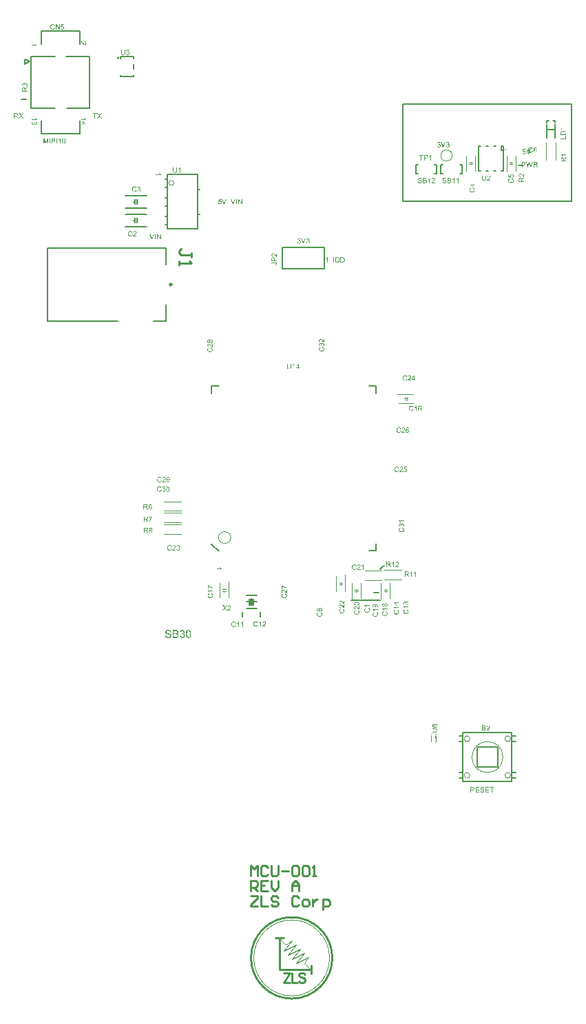
<source format=gbr>
%TF.GenerationSoftware,Altium Limited,Altium Designer,19.1.6 (110)*%
G04 Layer_Color=65535*
%FSLAX26Y26*%
%MOIN*%
%TF.FileFunction,Legend,Top*%
%TF.Part,Single*%
G01*
G75*
%TA.AperFunction,NonConductor*%
%ADD61C,0.004724*%
%ADD62C,0.005000*%
%ADD73C,0.009842*%
%ADD74C,0.010000*%
%ADD75C,0.003937*%
%ADD76C,0.007874*%
%ADD77C,0.003150*%
G36*
X1027783Y2328606D02*
X1027820Y2328531D01*
X1027895Y2328382D01*
X1028007Y2328195D01*
X1028119Y2327970D01*
X1028269Y2327709D01*
X1028605Y2327110D01*
X1029017Y2326400D01*
X1029503Y2325652D01*
X1030064Y2324904D01*
X1030700Y2324156D01*
X1030737Y2324118D01*
X1030775Y2324081D01*
X1030999Y2323819D01*
X1031336Y2323482D01*
X1031784Y2323071D01*
X1032308Y2322622D01*
X1032869Y2322173D01*
X1033467Y2321725D01*
X1034103Y2321388D01*
Y2319368D01*
X1008858D01*
Y2322473D01*
X1028493D01*
X1028456Y2322510D01*
X1028306Y2322660D01*
X1028119Y2322921D01*
X1027820Y2323258D01*
X1027521Y2323669D01*
X1027147Y2324193D01*
X1026773Y2324791D01*
X1026361Y2325427D01*
Y2325465D01*
X1026324Y2325502D01*
X1026175Y2325726D01*
X1025987Y2326063D01*
X1025763Y2326512D01*
X1025501Y2326998D01*
X1025277Y2327522D01*
X1025015Y2328083D01*
X1024791Y2328644D01*
X1027783D01*
Y2328606D01*
D02*
G37*
G36*
X216510Y4955590D02*
X216847Y4955552D01*
X217221Y4955515D01*
X217632Y4955477D01*
X218119Y4955403D01*
X219091Y4955141D01*
X220176Y4954804D01*
X220699Y4954580D01*
X221223Y4954318D01*
X221746Y4954019D01*
X222233Y4953682D01*
X222270Y4953645D01*
X222345Y4953607D01*
X222494Y4953495D01*
X222644Y4953346D01*
X222868Y4953121D01*
X223093Y4952897D01*
X223355Y4952597D01*
X223654Y4952298D01*
X223953Y4951924D01*
X224252Y4951513D01*
X224551Y4951101D01*
X224851Y4950615D01*
X225150Y4950092D01*
X225412Y4949531D01*
X225636Y4948932D01*
X225860Y4948297D01*
X222569Y4947511D01*
Y4947548D01*
X222532Y4947623D01*
X222494Y4947773D01*
X222420Y4947960D01*
X222307Y4948184D01*
X222195Y4948446D01*
X221896Y4949044D01*
X221559Y4949680D01*
X221111Y4950354D01*
X220587Y4950989D01*
X219989Y4951513D01*
X219914Y4951550D01*
X219689Y4951700D01*
X219353Y4951924D01*
X218867Y4952149D01*
X218268Y4952373D01*
X217558Y4952597D01*
X216735Y4952747D01*
X215837Y4952784D01*
X215538D01*
X215351Y4952747D01*
X215089D01*
X214827Y4952710D01*
X214154Y4952597D01*
X213369Y4952448D01*
X212546Y4952186D01*
X211761Y4951850D01*
X210975Y4951363D01*
X210938D01*
X210900Y4951288D01*
X210676Y4951101D01*
X210302Y4950802D01*
X209891Y4950391D01*
X209442Y4949830D01*
X208993Y4949194D01*
X208582Y4948446D01*
X208245Y4947623D01*
Y4947586D01*
X208208Y4947511D01*
X208170Y4947399D01*
X208133Y4947212D01*
X208058Y4947025D01*
X207983Y4946763D01*
X207871Y4946165D01*
X207721Y4945417D01*
X207572Y4944594D01*
X207497Y4943734D01*
X207460Y4942799D01*
Y4942761D01*
Y4942649D01*
Y4942499D01*
Y4942275D01*
X207497Y4941976D01*
Y4941639D01*
X207534Y4941303D01*
X207572Y4940891D01*
X207684Y4940031D01*
X207871Y4939059D01*
X208095Y4938124D01*
X208395Y4937189D01*
Y4937151D01*
X208432Y4937077D01*
X208507Y4936964D01*
X208582Y4936815D01*
X208806Y4936366D01*
X209105Y4935842D01*
X209517Y4935244D01*
X210003Y4934683D01*
X210601Y4934084D01*
X211274Y4933598D01*
X211312D01*
X211349Y4933561D01*
X211461Y4933486D01*
X211611Y4933411D01*
X212022Y4933224D01*
X212546Y4933037D01*
X213182Y4932813D01*
X213930Y4932626D01*
X214715Y4932476D01*
X215575Y4932439D01*
X215837D01*
X216024Y4932476D01*
X216286D01*
X216548Y4932514D01*
X217221Y4932626D01*
X217932Y4932850D01*
X218717Y4933112D01*
X219540Y4933524D01*
X219914Y4933748D01*
X220288Y4934047D01*
X220325Y4934084D01*
X220363Y4934122D01*
X220475Y4934234D01*
X220587Y4934346D01*
X220774Y4934533D01*
X220924Y4934720D01*
X221335Y4935244D01*
X221784Y4935917D01*
X222233Y4936740D01*
X222644Y4937712D01*
X222943Y4938834D01*
X226272Y4937974D01*
Y4937937D01*
X226234Y4937787D01*
X226160Y4937600D01*
X226085Y4937301D01*
X225935Y4936964D01*
X225786Y4936553D01*
X225636Y4936141D01*
X225412Y4935655D01*
X224888Y4934645D01*
X224252Y4933636D01*
X223841Y4933112D01*
X223429Y4932626D01*
X222981Y4932140D01*
X222494Y4931728D01*
X222457Y4931691D01*
X222382Y4931654D01*
X222233Y4931541D01*
X222008Y4931392D01*
X221746Y4931242D01*
X221410Y4931055D01*
X221073Y4930868D01*
X220624Y4930681D01*
X220176Y4930457D01*
X219652Y4930270D01*
X219128Y4930083D01*
X218530Y4929933D01*
X217894Y4929783D01*
X217258Y4929671D01*
X216548Y4929634D01*
X215837Y4929596D01*
X215463D01*
X215164Y4929634D01*
X214827D01*
X214416Y4929671D01*
X213967Y4929746D01*
X213481Y4929821D01*
X212434Y4930008D01*
X211312Y4930307D01*
X210227Y4930718D01*
X209704Y4930943D01*
X209217Y4931242D01*
X209180Y4931279D01*
X209105Y4931317D01*
X208993Y4931429D01*
X208806Y4931541D01*
X208582Y4931728D01*
X208357Y4931915D01*
X207796Y4932476D01*
X207160Y4933150D01*
X206487Y4933972D01*
X205889Y4934907D01*
X205328Y4936029D01*
Y4936067D01*
X205290Y4936179D01*
X205216Y4936328D01*
X205141Y4936590D01*
X205029Y4936852D01*
X204916Y4937226D01*
X204804Y4937600D01*
X204692Y4938049D01*
X204542Y4938535D01*
X204430Y4939059D01*
X204243Y4940218D01*
X204094Y4941452D01*
X204019Y4942799D01*
Y4942836D01*
Y4942986D01*
Y4943173D01*
X204056Y4943472D01*
Y4943809D01*
X204094Y4944182D01*
X204131Y4944631D01*
X204206Y4945118D01*
X204393Y4946202D01*
X204655Y4947361D01*
X205029Y4948521D01*
X205515Y4949643D01*
Y4949680D01*
X205590Y4949755D01*
X205664Y4949905D01*
X205777Y4950129D01*
X205964Y4950354D01*
X206151Y4950653D01*
X206599Y4951288D01*
X207198Y4951999D01*
X207946Y4952747D01*
X208806Y4953458D01*
X209778Y4954093D01*
X209816D01*
X209891Y4954168D01*
X210040Y4954243D01*
X210265Y4954318D01*
X210526Y4954467D01*
X210826Y4954580D01*
X211200Y4954729D01*
X211574Y4954879D01*
X212022Y4954991D01*
X212471Y4955141D01*
X213518Y4955403D01*
X214640Y4955552D01*
X215875Y4955627D01*
X216249D01*
X216510Y4955590D01*
D02*
G37*
G36*
X250170Y4930008D02*
X246767D01*
X233527Y4949755D01*
Y4930008D01*
X230348D01*
Y4955178D01*
X233714D01*
X246991Y4935394D01*
Y4955178D01*
X250170D01*
Y4930008D01*
D02*
G37*
G36*
X269992Y4951887D02*
X259969D01*
X258623Y4945118D01*
X258660Y4945155D01*
X258735Y4945192D01*
X258847Y4945267D01*
X258997Y4945379D01*
X259221Y4945492D01*
X259446Y4945641D01*
X260044Y4945940D01*
X260755Y4946202D01*
X261577Y4946464D01*
X262438Y4946651D01*
X262886Y4946726D01*
X263672D01*
X263896Y4946688D01*
X264158Y4946651D01*
X264495Y4946614D01*
X264869Y4946539D01*
X265280Y4946426D01*
X266140Y4946165D01*
X266589Y4945978D01*
X267075Y4945753D01*
X267561Y4945492D01*
X268010Y4945155D01*
X268459Y4944818D01*
X268908Y4944407D01*
X268945Y4944369D01*
X269020Y4944295D01*
X269132Y4944182D01*
X269282Y4943995D01*
X269431Y4943771D01*
X269618Y4943509D01*
X269843Y4943173D01*
X270067Y4942836D01*
X270254Y4942425D01*
X270479Y4941976D01*
X270666Y4941490D01*
X270853Y4940966D01*
X270965Y4940405D01*
X271077Y4939807D01*
X271152Y4939208D01*
X271189Y4938535D01*
Y4938498D01*
Y4938386D01*
Y4938199D01*
X271152Y4937974D01*
X271114Y4937675D01*
X271077Y4937338D01*
X271040Y4936927D01*
X270927Y4936516D01*
X270703Y4935581D01*
X270329Y4934608D01*
X270105Y4934084D01*
X269843Y4933598D01*
X269544Y4933112D01*
X269170Y4932626D01*
X269132Y4932588D01*
X269057Y4932514D01*
X268908Y4932364D01*
X268721Y4932140D01*
X268496Y4931915D01*
X268197Y4931654D01*
X267861Y4931392D01*
X267449Y4931130D01*
X267000Y4930831D01*
X266514Y4930569D01*
X265953Y4930307D01*
X265392Y4930083D01*
X264756Y4929896D01*
X264083Y4929746D01*
X263335Y4929634D01*
X262587Y4929596D01*
X262251D01*
X262026Y4929634D01*
X261727Y4929671D01*
X261390Y4929709D01*
X261016Y4929746D01*
X260605Y4929821D01*
X259707Y4930045D01*
X258772Y4930419D01*
X258286Y4930606D01*
X257837Y4930868D01*
X257389Y4931167D01*
X256977Y4931504D01*
X256940Y4931541D01*
X256902Y4931579D01*
X256790Y4931691D01*
X256641Y4931841D01*
X256454Y4932028D01*
X256267Y4932289D01*
X256080Y4932551D01*
X255855Y4932850D01*
X255631Y4933224D01*
X255406Y4933598D01*
X255032Y4934458D01*
X254696Y4935468D01*
X254584Y4936029D01*
X254509Y4936628D01*
X257763Y4936852D01*
Y4936815D01*
Y4936740D01*
X257800Y4936628D01*
X257837Y4936478D01*
X257950Y4936029D01*
X258099Y4935543D01*
X258324Y4934945D01*
X258585Y4934346D01*
X258959Y4933785D01*
X259408Y4933299D01*
X259483Y4933262D01*
X259633Y4933112D01*
X259932Y4932925D01*
X260306Y4932738D01*
X260755Y4932514D01*
X261316Y4932327D01*
X261914Y4932177D01*
X262587Y4932140D01*
X262812D01*
X262961Y4932177D01*
X263373Y4932215D01*
X263896Y4932364D01*
X264495Y4932551D01*
X265130Y4932850D01*
X265766Y4933262D01*
X266065Y4933524D01*
X266365Y4933823D01*
Y4933860D01*
X266439Y4933898D01*
X266514Y4934010D01*
X266589Y4934122D01*
X266851Y4934496D01*
X267150Y4935020D01*
X267412Y4935655D01*
X267674Y4936403D01*
X267823Y4937301D01*
X267898Y4938273D01*
Y4938311D01*
Y4938386D01*
Y4938535D01*
X267861Y4938722D01*
Y4938947D01*
X267823Y4939208D01*
X267711Y4939807D01*
X267524Y4940480D01*
X267262Y4941153D01*
X266888Y4941826D01*
X266402Y4942462D01*
X266327Y4942537D01*
X266140Y4942686D01*
X265804Y4942948D01*
X265355Y4943248D01*
X264831Y4943509D01*
X264158Y4943771D01*
X263373Y4943921D01*
X262512Y4943995D01*
X262251D01*
X261989Y4943958D01*
X261615Y4943921D01*
X261203Y4943809D01*
X260755Y4943696D01*
X260268Y4943509D01*
X259820Y4943285D01*
X259782Y4943248D01*
X259633Y4943173D01*
X259408Y4942986D01*
X259146Y4942799D01*
X258847Y4942537D01*
X258548Y4942238D01*
X258249Y4941864D01*
X257987Y4941490D01*
X255070Y4941901D01*
X257501Y4954842D01*
X269992D01*
Y4951887D01*
D02*
G37*
G36*
X132940Y4860942D02*
X132978Y4860867D01*
X133052Y4860717D01*
X133165Y4860530D01*
X133277Y4860306D01*
X133426Y4860044D01*
X133763Y4859446D01*
X134174Y4858735D01*
X134661Y4857987D01*
X135222Y4857239D01*
X135857Y4856491D01*
X135895Y4856454D01*
X135932Y4856416D01*
X136157Y4856154D01*
X136493Y4855818D01*
X136942Y4855407D01*
X137466Y4854958D01*
X138027Y4854509D01*
X138625Y4854060D01*
X139261Y4853724D01*
Y4851704D01*
X114016D01*
Y4854808D01*
X133651D01*
X133613Y4854846D01*
X133464Y4854995D01*
X133277Y4855257D01*
X132978Y4855593D01*
X132678Y4856005D01*
X132304Y4856529D01*
X131930Y4857127D01*
X131519Y4857763D01*
Y4857800D01*
X131482Y4857837D01*
X131332Y4858062D01*
X131145Y4858399D01*
X130921Y4858847D01*
X130659Y4859333D01*
X130434Y4859857D01*
X130173Y4860418D01*
X129948Y4860979D01*
X132940D01*
Y4860942D01*
D02*
G37*
G36*
X352878Y4872715D02*
X353214Y4872678D01*
X353551Y4872641D01*
X353962Y4872528D01*
X354337Y4872416D01*
X354374D01*
X354411Y4872379D01*
X354636Y4872304D01*
X354972Y4872154D01*
X355384Y4871930D01*
X355907Y4871631D01*
X356468Y4871294D01*
X357067Y4870883D01*
X357665Y4870396D01*
X357702D01*
X357740Y4870322D01*
X357964Y4870135D01*
X358301Y4869798D01*
X358750Y4869349D01*
X359311Y4868788D01*
X359984Y4868078D01*
X360695Y4867255D01*
X361480Y4866320D01*
X361517Y4866283D01*
X361630Y4866133D01*
X361817Y4865946D01*
X362041Y4865647D01*
X362303Y4865310D01*
X362639Y4864936D01*
X363425Y4864113D01*
X364248Y4863178D01*
X365145Y4862281D01*
X365594Y4861832D01*
X366005Y4861458D01*
X366417Y4861084D01*
X366791Y4860785D01*
X366828D01*
X366865Y4860710D01*
X366978Y4860635D01*
X367127Y4860560D01*
X367501Y4860336D01*
X367988Y4860037D01*
X368586Y4859775D01*
X369222Y4859551D01*
X369858Y4859401D01*
X370531Y4859326D01*
X370568D01*
X370606D01*
X370830Y4859364D01*
X371166Y4859401D01*
X371615Y4859476D01*
X372101Y4859663D01*
X372625Y4859887D01*
X373149Y4860224D01*
X373635Y4860672D01*
X373672Y4860747D01*
X373822Y4860897D01*
X374046Y4861196D01*
X374271Y4861570D01*
X374495Y4862094D01*
X374719Y4862655D01*
X374869Y4863328D01*
X374906Y4864076D01*
Y4864300D01*
X374869Y4864450D01*
X374832Y4864861D01*
X374719Y4865347D01*
X374570Y4865946D01*
X374308Y4866544D01*
X373971Y4867143D01*
X373523Y4867666D01*
X373448Y4867704D01*
X373261Y4867853D01*
X372962Y4868078D01*
X372550Y4868302D01*
X372027Y4868564D01*
X371391Y4868751D01*
X370643Y4868900D01*
X369820Y4868975D01*
X370157Y4872154D01*
X370194D01*
X370306D01*
X370493Y4872117D01*
X370755Y4872079D01*
X371054Y4872005D01*
X371391Y4871930D01*
X372176Y4871743D01*
X373036Y4871444D01*
X373934Y4870995D01*
X374383Y4870733D01*
X374794Y4870434D01*
X375206Y4870097D01*
X375580Y4869723D01*
X375617Y4869686D01*
X375654Y4869611D01*
X375767Y4869499D01*
X375879Y4869349D01*
X376029Y4869125D01*
X376178Y4868863D01*
X376328Y4868564D01*
X376515Y4868190D01*
X376702Y4867816D01*
X376851Y4867404D01*
X377001Y4866918D01*
X377151Y4866395D01*
X377263Y4865871D01*
X377375Y4865273D01*
X377412Y4864674D01*
X377450Y4864001D01*
Y4863664D01*
X377412Y4863403D01*
X377375Y4863104D01*
X377337Y4862730D01*
X377300Y4862355D01*
X377188Y4861907D01*
X376964Y4861009D01*
X376589Y4860037D01*
X376365Y4859588D01*
X376103Y4859139D01*
X375804Y4858690D01*
X375430Y4858279D01*
X375393Y4858242D01*
X375355Y4858204D01*
X375243Y4858092D01*
X375056Y4857942D01*
X374869Y4857793D01*
X374645Y4857606D01*
X374346Y4857419D01*
X374046Y4857194D01*
X373336Y4856820D01*
X372476Y4856484D01*
X372027Y4856334D01*
X371503Y4856222D01*
X371017Y4856185D01*
X370456Y4856147D01*
X370381D01*
X370194D01*
X369895Y4856185D01*
X369521Y4856222D01*
X369035Y4856297D01*
X368548Y4856409D01*
X368025Y4856559D01*
X367464Y4856783D01*
X367389Y4856820D01*
X367202Y4856895D01*
X366940Y4857045D01*
X366566Y4857269D01*
X366080Y4857568D01*
X365557Y4857905D01*
X364995Y4858354D01*
X364397Y4858840D01*
X364322Y4858915D01*
X364098Y4859102D01*
X363948Y4859251D01*
X363724Y4859476D01*
X363500Y4859700D01*
X363238Y4859962D01*
X362938Y4860261D01*
X362602Y4860635D01*
X362265Y4861009D01*
X361854Y4861458D01*
X361442Y4861907D01*
X360994Y4862430D01*
X360507Y4862991D01*
X359984Y4863590D01*
X359947Y4863627D01*
X359872Y4863702D01*
X359760Y4863851D01*
X359610Y4864038D01*
X359199Y4864487D01*
X358712Y4865086D01*
X358189Y4865684D01*
X357665Y4866245D01*
X357179Y4866769D01*
X356992Y4866956D01*
X356805Y4867143D01*
X356767Y4867180D01*
X356655Y4867255D01*
X356506Y4867404D01*
X356281Y4867592D01*
X356057Y4867816D01*
X355758Y4868040D01*
X355159Y4868452D01*
Y4856110D01*
X352205D01*
Y4872753D01*
X352242D01*
X352392D01*
X352616D01*
X352878Y4872715D01*
D02*
G37*
G36*
X133924Y4501690D02*
X133962Y4501615D01*
X134037Y4501465D01*
X134149Y4501278D01*
X134261Y4501054D01*
X134411Y4500792D01*
X134747Y4500194D01*
X135159Y4499483D01*
X135645Y4498735D01*
X136206Y4497987D01*
X136842Y4497239D01*
X136879Y4497202D01*
X136916Y4497164D01*
X137141Y4496903D01*
X137477Y4496566D01*
X137926Y4496155D01*
X138450Y4495706D01*
X139011Y4495257D01*
X139609Y4494808D01*
X140245Y4494472D01*
Y4492452D01*
X115000D01*
Y4495556D01*
X134635D01*
X134598Y4495594D01*
X134448Y4495743D01*
X134261Y4496005D01*
X133962Y4496342D01*
X133663Y4496753D01*
X133289Y4497277D01*
X132915Y4497875D01*
X132503Y4498511D01*
Y4498548D01*
X132466Y4498586D01*
X132316Y4498810D01*
X132129Y4499147D01*
X131905Y4499595D01*
X131643Y4500082D01*
X131419Y4500605D01*
X131157Y4501166D01*
X130932Y4501727D01*
X133924D01*
Y4501690D01*
D02*
G37*
G36*
X122106Y4481419D02*
X122069D01*
X121994Y4481382D01*
X121844Y4481344D01*
X121657Y4481307D01*
X121470Y4481269D01*
X121208Y4481195D01*
X120647Y4481008D01*
X120012Y4480746D01*
X119376Y4480447D01*
X118777Y4480073D01*
X118291Y4479624D01*
X118254Y4479549D01*
X118104Y4479399D01*
X117917Y4479138D01*
X117730Y4478764D01*
X117506Y4478315D01*
X117319Y4477791D01*
X117169Y4477193D01*
X117132Y4476520D01*
Y4476295D01*
X117169Y4476146D01*
X117207Y4475734D01*
X117319Y4475211D01*
X117506Y4474650D01*
X117768Y4474014D01*
X118142Y4473415D01*
X118628Y4472817D01*
X118703Y4472742D01*
X118890Y4472593D01*
X119226Y4472331D01*
X119638Y4472069D01*
X120199Y4471807D01*
X120834Y4471545D01*
X121545Y4471396D01*
X122330Y4471321D01*
X122368D01*
X122443D01*
X122555D01*
X122704Y4471358D01*
X123078Y4471396D01*
X123565Y4471508D01*
X124126Y4471658D01*
X124724Y4471919D01*
X125285Y4472256D01*
X125846Y4472742D01*
X125921Y4472817D01*
X126070Y4473004D01*
X126295Y4473303D01*
X126557Y4473715D01*
X126781Y4474201D01*
X127005Y4474799D01*
X127155Y4475510D01*
X127230Y4476258D01*
Y4476594D01*
X127192Y4476856D01*
X127155Y4477155D01*
X127080Y4477529D01*
X127005Y4477941D01*
X126893Y4478427D01*
X129623Y4478090D01*
Y4477903D01*
X129586Y4477754D01*
Y4477268D01*
X129623Y4476894D01*
X129698Y4476407D01*
X129848Y4475846D01*
X129997Y4475285D01*
X130259Y4474650D01*
X130596Y4474051D01*
Y4474014D01*
X130633Y4473976D01*
X130783Y4473789D01*
X131045Y4473528D01*
X131381Y4473228D01*
X131830Y4472967D01*
X132391Y4472705D01*
X133027Y4472518D01*
X133401Y4472443D01*
X133775D01*
X133812D01*
X133850D01*
X134074D01*
X134373Y4472518D01*
X134747Y4472593D01*
X135196Y4472742D01*
X135682Y4472929D01*
X136131Y4473228D01*
X136580Y4473602D01*
X136617Y4473640D01*
X136767Y4473827D01*
X136954Y4474051D01*
X137141Y4474425D01*
X137365Y4474837D01*
X137515Y4475360D01*
X137664Y4475921D01*
X137702Y4476594D01*
Y4476894D01*
X137627Y4477230D01*
X137552Y4477642D01*
X137403Y4478128D01*
X137216Y4478614D01*
X136916Y4479100D01*
X136542Y4479586D01*
X136505Y4479624D01*
X136318Y4479773D01*
X136056Y4479998D01*
X135720Y4480222D01*
X135233Y4480484D01*
X134635Y4480746D01*
X133962Y4480970D01*
X133176Y4481120D01*
X133737Y4484224D01*
X133775D01*
X133887Y4484187D01*
X134037Y4484149D01*
X134261Y4484112D01*
X134485Y4484037D01*
X134785Y4483925D01*
X135495Y4483700D01*
X136243Y4483364D01*
X137066Y4482915D01*
X137814Y4482354D01*
X138525Y4481681D01*
X138562Y4481643D01*
X138599Y4481569D01*
X138674Y4481456D01*
X138786Y4481307D01*
X138936Y4481120D01*
X139086Y4480895D01*
X139235Y4480596D01*
X139385Y4480297D01*
X139684Y4479586D01*
X139983Y4478726D01*
X140170Y4477754D01*
X140245Y4477230D01*
Y4476333D01*
X140208Y4475921D01*
X140133Y4475435D01*
X140021Y4474837D01*
X139871Y4474201D01*
X139647Y4473565D01*
X139347Y4472892D01*
Y4472854D01*
X139310Y4472817D01*
X139198Y4472593D01*
X138973Y4472293D01*
X138712Y4471882D01*
X138375Y4471471D01*
X137926Y4471022D01*
X137477Y4470573D01*
X136916Y4470199D01*
X136842Y4470162D01*
X136655Y4470049D01*
X136355Y4469900D01*
X135944Y4469713D01*
X135458Y4469563D01*
X134934Y4469414D01*
X134336Y4469301D01*
X133700Y4469264D01*
X133625D01*
X133438D01*
X133102Y4469301D01*
X132728Y4469376D01*
X132241Y4469488D01*
X131755Y4469638D01*
X131232Y4469862D01*
X130708Y4470162D01*
X130633Y4470199D01*
X130484Y4470311D01*
X130259Y4470536D01*
X129960Y4470797D01*
X129623Y4471171D01*
X129287Y4471620D01*
X128913Y4472144D01*
X128614Y4472742D01*
Y4472705D01*
X128576Y4472630D01*
X128539Y4472518D01*
X128501Y4472368D01*
X128352Y4471994D01*
X128165Y4471471D01*
X127866Y4470947D01*
X127492Y4470349D01*
X127043Y4469788D01*
X126482Y4469301D01*
X126407Y4469264D01*
X126183Y4469114D01*
X125846Y4468890D01*
X125360Y4468666D01*
X124799Y4468441D01*
X124088Y4468217D01*
X123303Y4468067D01*
X122443Y4468030D01*
X122405D01*
X122293D01*
X122143D01*
X121882Y4468067D01*
X121620Y4468105D01*
X121283Y4468142D01*
X120909Y4468217D01*
X120498Y4468329D01*
X119638Y4468628D01*
X119189Y4468815D01*
X118703Y4469040D01*
X118216Y4469339D01*
X117768Y4469675D01*
X117319Y4470049D01*
X116870Y4470461D01*
X116833Y4470498D01*
X116758Y4470573D01*
X116646Y4470723D01*
X116533Y4470872D01*
X116346Y4471134D01*
X116159Y4471396D01*
X115935Y4471732D01*
X115748Y4472106D01*
X115524Y4472518D01*
X115299Y4473004D01*
X115112Y4473490D01*
X114963Y4474014D01*
X114813Y4474612D01*
X114701Y4475211D01*
X114626Y4475846D01*
X114589Y4476520D01*
Y4476856D01*
X114626Y4477081D01*
X114663Y4477342D01*
X114701Y4477679D01*
X114738Y4478053D01*
X114850Y4478464D01*
X115075Y4479325D01*
X115411Y4480260D01*
X115636Y4480708D01*
X115898Y4481195D01*
X116197Y4481643D01*
X116533Y4482055D01*
X116571Y4482092D01*
X116608Y4482130D01*
X116720Y4482242D01*
X116907Y4482391D01*
X117094Y4482578D01*
X117319Y4482765D01*
X117618Y4482952D01*
X117917Y4483177D01*
X118665Y4483626D01*
X119563Y4484000D01*
X120573Y4484336D01*
X121096Y4484448D01*
X121695Y4484523D01*
X122106Y4481419D01*
D02*
G37*
G36*
X372113Y4501690D02*
X372151Y4501615D01*
X372226Y4501465D01*
X372338Y4501278D01*
X372450Y4501054D01*
X372600Y4500792D01*
X372936Y4500194D01*
X373348Y4499483D01*
X373834Y4498735D01*
X374395Y4497987D01*
X375031Y4497239D01*
X375068Y4497202D01*
X375105Y4497164D01*
X375330Y4496903D01*
X375666Y4496566D01*
X376115Y4496155D01*
X376639Y4495706D01*
X377200Y4495257D01*
X377798Y4494808D01*
X378434Y4494472D01*
Y4492452D01*
X353189D01*
Y4495556D01*
X372824D01*
X372787Y4495594D01*
X372637Y4495743D01*
X372450Y4496005D01*
X372151Y4496342D01*
X371852Y4496753D01*
X371478Y4497277D01*
X371104Y4497875D01*
X370692Y4498511D01*
Y4498548D01*
X370655Y4498586D01*
X370505Y4498810D01*
X370318Y4499147D01*
X370094Y4499595D01*
X369832Y4500082D01*
X369608Y4500605D01*
X369346Y4501166D01*
X369121Y4501727D01*
X372113D01*
Y4501690D01*
D02*
G37*
G36*
X378359Y4474014D02*
Y4471508D01*
X362053D01*
Y4468105D01*
X359210D01*
Y4471508D01*
X353189D01*
Y4474612D01*
X359210D01*
Y4485570D01*
X362053D01*
X378359Y4474014D01*
D02*
G37*
G36*
X733137Y4235351D02*
X733174Y4235276D01*
X733249Y4235127D01*
X733361Y4234940D01*
X733474Y4234715D01*
X733623Y4234453D01*
X733960Y4233855D01*
X734371Y4233145D01*
X734857Y4232396D01*
X735418Y4231649D01*
X736054Y4230900D01*
X736092Y4230863D01*
X736129Y4230826D01*
X736353Y4230564D01*
X736690Y4230227D01*
X737139Y4229816D01*
X737662Y4229367D01*
X738223Y4228918D01*
X738822Y4228470D01*
X739458Y4228133D01*
Y4226113D01*
X714213D01*
Y4229217D01*
X733848D01*
X733810Y4229255D01*
X733661Y4229404D01*
X733474Y4229666D01*
X733174Y4230003D01*
X732875Y4230414D01*
X732501Y4230938D01*
X732127Y4231536D01*
X731716Y4232172D01*
Y4232209D01*
X731678Y4232247D01*
X731529Y4232471D01*
X731342Y4232808D01*
X731117Y4233257D01*
X730856Y4233743D01*
X730631Y4234266D01*
X730369Y4234828D01*
X730145Y4235389D01*
X733137D01*
Y4235351D01*
D02*
G37*
G36*
X1546677Y3803150D02*
X1543573D01*
Y3822785D01*
X1543535Y3822747D01*
X1543386Y3822598D01*
X1543124Y3822411D01*
X1542787Y3822111D01*
X1542376Y3821812D01*
X1541852Y3821438D01*
X1541254Y3821064D01*
X1540618Y3820653D01*
X1540581D01*
X1540543Y3820615D01*
X1540319Y3820466D01*
X1539982Y3820279D01*
X1539533Y3820054D01*
X1539047Y3819793D01*
X1538524Y3819568D01*
X1537963Y3819306D01*
X1537402Y3819082D01*
Y3822074D01*
X1537439D01*
X1537514Y3822111D01*
X1537663Y3822186D01*
X1537850Y3822298D01*
X1538075Y3822411D01*
X1538337Y3822560D01*
X1538935Y3822897D01*
X1539646Y3823308D01*
X1540394Y3823794D01*
X1541142Y3824355D01*
X1541890Y3824991D01*
X1541927Y3825029D01*
X1541964Y3825066D01*
X1542226Y3825290D01*
X1542563Y3825627D01*
X1542974Y3826076D01*
X1543423Y3826599D01*
X1543872Y3827160D01*
X1544321Y3827759D01*
X1544657Y3828395D01*
X1546677D01*
Y3803150D01*
D02*
G37*
G36*
X2411834Y4329724D02*
X2408730D01*
Y4349359D01*
X2408693Y4349322D01*
X2408543Y4349172D01*
X2408281Y4348985D01*
X2407945Y4348686D01*
X2407533Y4348387D01*
X2407010Y4348013D01*
X2406411Y4347639D01*
X2405776Y4347228D01*
X2405738D01*
X2405701Y4347190D01*
X2405476Y4347041D01*
X2405140Y4346854D01*
X2404691Y4346629D01*
X2404205Y4346367D01*
X2403681Y4346143D01*
X2403120Y4345881D01*
X2402559Y4345657D01*
Y4348649D01*
X2402597D01*
X2402671Y4348686D01*
X2402821Y4348761D01*
X2403008Y4348873D01*
X2403232Y4348985D01*
X2403494Y4349135D01*
X2404093Y4349472D01*
X2404803Y4349883D01*
X2405551Y4350369D01*
X2406299Y4350930D01*
X2407047Y4351566D01*
X2407084Y4351603D01*
X2407122Y4351641D01*
X2407384Y4351865D01*
X2407720Y4352202D01*
X2408132Y4352651D01*
X2408581Y4353174D01*
X2409029Y4353735D01*
X2409478Y4354334D01*
X2409815Y4354969D01*
X2411834D01*
Y4329724D01*
D02*
G37*
G36*
X1618736Y3828282D02*
X1619447Y3828245D01*
X1620195Y3828170D01*
X1620906Y3828058D01*
X1621541Y3827946D01*
X1621579D01*
X1621653Y3827908D01*
X1621766D01*
X1621915Y3827834D01*
X1622327Y3827721D01*
X1622813Y3827534D01*
X1623411Y3827310D01*
X1624010Y3826973D01*
X1624646Y3826599D01*
X1625244Y3826151D01*
X1625281D01*
X1625319Y3826076D01*
X1625431Y3825964D01*
X1625581Y3825851D01*
X1625917Y3825477D01*
X1626366Y3824991D01*
X1626852Y3824355D01*
X1627338Y3823645D01*
X1627787Y3822785D01*
X1628198Y3821850D01*
Y3821812D01*
X1628236Y3821737D01*
X1628311Y3821588D01*
X1628348Y3821401D01*
X1628423Y3821139D01*
X1628535Y3820840D01*
X1628610Y3820503D01*
X1628722Y3820129D01*
X1628797Y3819680D01*
X1628872Y3819232D01*
X1629059Y3818222D01*
X1629171Y3817100D01*
X1629208Y3815866D01*
Y3815828D01*
Y3815753D01*
Y3815604D01*
Y3815379D01*
X1629171Y3815118D01*
Y3814856D01*
X1629133Y3814145D01*
X1629059Y3813360D01*
X1628909Y3812500D01*
X1628759Y3811639D01*
X1628535Y3810779D01*
Y3810742D01*
X1628498Y3810667D01*
X1628460Y3810555D01*
X1628423Y3810405D01*
X1628273Y3809994D01*
X1628086Y3809508D01*
X1627824Y3808909D01*
X1627525Y3808311D01*
X1627189Y3807675D01*
X1626815Y3807114D01*
X1626777Y3807039D01*
X1626628Y3806890D01*
X1626403Y3806590D01*
X1626141Y3806291D01*
X1625805Y3805917D01*
X1625393Y3805506D01*
X1624945Y3805132D01*
X1624496Y3804795D01*
X1624458Y3804758D01*
X1624272Y3804646D01*
X1624010Y3804496D01*
X1623673Y3804346D01*
X1623224Y3804122D01*
X1622701Y3803935D01*
X1622140Y3803748D01*
X1621504Y3803561D01*
X1621429D01*
X1621317Y3803524D01*
X1621205Y3803486D01*
X1620831Y3803449D01*
X1620344Y3803374D01*
X1619746Y3803299D01*
X1619073Y3803224D01*
X1618287Y3803187D01*
X1617465Y3803150D01*
X1608414D01*
Y3828320D01*
X1618063D01*
X1618736Y3828282D01*
D02*
G37*
G36*
X1593342D02*
X1594052Y3828245D01*
X1594800Y3828170D01*
X1595511Y3828058D01*
X1596147Y3827946D01*
X1596184D01*
X1596259Y3827908D01*
X1596371D01*
X1596521Y3827834D01*
X1596932Y3827721D01*
X1597418Y3827534D01*
X1598017Y3827310D01*
X1598615Y3826973D01*
X1599251Y3826599D01*
X1599849Y3826151D01*
X1599887D01*
X1599924Y3826076D01*
X1600036Y3825964D01*
X1600186Y3825851D01*
X1600523Y3825477D01*
X1600971Y3824991D01*
X1601457Y3824355D01*
X1601944Y3823645D01*
X1602392Y3822785D01*
X1602804Y3821850D01*
Y3821812D01*
X1602841Y3821737D01*
X1602916Y3821588D01*
X1602954Y3821401D01*
X1603028Y3821139D01*
X1603140Y3820840D01*
X1603215Y3820503D01*
X1603328Y3820129D01*
X1603402Y3819680D01*
X1603477Y3819232D01*
X1603664Y3818222D01*
X1603776Y3817100D01*
X1603814Y3815866D01*
Y3815828D01*
Y3815753D01*
Y3815604D01*
Y3815379D01*
X1603776Y3815118D01*
Y3814856D01*
X1603739Y3814145D01*
X1603664Y3813360D01*
X1603514Y3812500D01*
X1603365Y3811639D01*
X1603140Y3810779D01*
Y3810742D01*
X1603103Y3810667D01*
X1603066Y3810555D01*
X1603028Y3810405D01*
X1602879Y3809994D01*
X1602692Y3809508D01*
X1602430Y3808909D01*
X1602131Y3808311D01*
X1601794Y3807675D01*
X1601420Y3807114D01*
X1601383Y3807039D01*
X1601233Y3806890D01*
X1601009Y3806590D01*
X1600747Y3806291D01*
X1600410Y3805917D01*
X1599999Y3805506D01*
X1599550Y3805132D01*
X1599101Y3804795D01*
X1599064Y3804758D01*
X1598877Y3804646D01*
X1598615Y3804496D01*
X1598278Y3804346D01*
X1597830Y3804122D01*
X1597306Y3803935D01*
X1596745Y3803748D01*
X1596109Y3803561D01*
X1596034D01*
X1595922Y3803524D01*
X1595810Y3803486D01*
X1595436Y3803449D01*
X1594950Y3803374D01*
X1594351Y3803299D01*
X1593678Y3803224D01*
X1592893Y3803187D01*
X1592070Y3803150D01*
X1583019D01*
Y3828320D01*
X1592668D01*
X1593342Y3828282D01*
D02*
G37*
G36*
X1577148Y3803150D02*
X1573819D01*
Y3828320D01*
X1577148D01*
Y3803150D01*
D02*
G37*
G36*
X443502Y4513120D02*
X452927Y4499956D01*
X448851D01*
X442493Y4508894D01*
X442455Y4508931D01*
X442380Y4509044D01*
X442306Y4509193D01*
X442156Y4509380D01*
X441820Y4509867D01*
X441445Y4510427D01*
X441408Y4510390D01*
X441296Y4510240D01*
X441184Y4510016D01*
X440997Y4509754D01*
X440585Y4509156D01*
X440398Y4508894D01*
X440249Y4508670D01*
X433891Y4499956D01*
X429889D01*
X439575Y4512971D01*
X431011Y4525126D01*
X434938D01*
X439538Y4518655D01*
Y4518618D01*
X439613Y4518581D01*
X439688Y4518468D01*
X439762Y4518319D01*
X440024Y4517945D01*
X440324Y4517533D01*
X440660Y4517010D01*
X440997Y4516524D01*
X441296Y4516038D01*
X441558Y4515589D01*
X441595Y4515663D01*
X441707Y4515813D01*
X441894Y4516112D01*
X442119Y4516449D01*
X442418Y4516860D01*
X442792Y4517346D01*
X443166Y4517870D01*
X443577Y4518431D01*
X448626Y4525126D01*
X452254D01*
X443502Y4513120D01*
D02*
G37*
G36*
X429029Y4522171D02*
X420726D01*
Y4499956D01*
X417397D01*
Y4522171D01*
X409094D01*
Y4525126D01*
X429029D01*
Y4522171D01*
D02*
G37*
G36*
X64186Y4513120D02*
X73610Y4499956D01*
X69534D01*
X63176Y4508894D01*
X63138Y4508931D01*
X63063Y4509044D01*
X62989Y4509193D01*
X62839Y4509380D01*
X62502Y4509867D01*
X62129Y4510427D01*
X62091Y4510390D01*
X61979Y4510240D01*
X61867Y4510016D01*
X61680Y4509754D01*
X61268Y4509156D01*
X61081Y4508894D01*
X60932Y4508670D01*
X54574Y4499956D01*
X50572D01*
X60258Y4512971D01*
X51694Y4525126D01*
X55621D01*
X60221Y4518655D01*
Y4518618D01*
X60296Y4518581D01*
X60371Y4518468D01*
X60446Y4518319D01*
X60707Y4517945D01*
X61007Y4517533D01*
X61343Y4517010D01*
X61680Y4516524D01*
X61979Y4516038D01*
X62241Y4515589D01*
X62278Y4515663D01*
X62390Y4515813D01*
X62577Y4516112D01*
X62802Y4516449D01*
X63101Y4516860D01*
X63475Y4517346D01*
X63849Y4517870D01*
X64260Y4518431D01*
X69309Y4525126D01*
X72937D01*
X64186Y4513120D01*
D02*
G37*
G36*
X39763Y4525088D02*
X40100D01*
X40848Y4525051D01*
X41671Y4524939D01*
X42493Y4524827D01*
X43316Y4524640D01*
X43690Y4524527D01*
X44027Y4524415D01*
X44064D01*
X44102Y4524378D01*
X44326Y4524303D01*
X44625Y4524116D01*
X45037Y4523854D01*
X45486Y4523517D01*
X45972Y4523106D01*
X46420Y4522620D01*
X46832Y4522021D01*
X46869Y4521947D01*
X47019Y4521722D01*
X47169Y4521386D01*
X47393Y4520900D01*
X47580Y4520338D01*
X47767Y4519703D01*
X47879Y4518992D01*
X47916Y4518244D01*
Y4518207D01*
Y4518132D01*
Y4517982D01*
X47879Y4517795D01*
Y4517571D01*
X47842Y4517309D01*
X47692Y4516673D01*
X47505Y4515963D01*
X47169Y4515215D01*
X46757Y4514429D01*
X46458Y4514055D01*
X46159Y4513719D01*
X46121Y4513681D01*
X46084Y4513644D01*
X45972Y4513532D01*
X45822Y4513419D01*
X45635Y4513270D01*
X45411Y4513120D01*
X45149Y4512933D01*
X44850Y4512746D01*
X44476Y4512559D01*
X44102Y4512335D01*
X43653Y4512148D01*
X43167Y4511961D01*
X42643Y4511811D01*
X42082Y4511624D01*
X41484Y4511512D01*
X40810Y4511400D01*
X40885Y4511363D01*
X41035Y4511288D01*
X41259Y4511176D01*
X41559Y4510989D01*
X42232Y4510614D01*
X42531Y4510353D01*
X42830Y4510128D01*
X42905Y4510053D01*
X43092Y4509904D01*
X43354Y4509605D01*
X43728Y4509193D01*
X44139Y4508707D01*
X44588Y4508146D01*
X45074Y4507510D01*
X45560Y4506800D01*
X49936Y4499956D01*
X45785D01*
X42456Y4505154D01*
Y4505191D01*
X42381Y4505266D01*
X42306Y4505378D01*
X42194Y4505528D01*
X41932Y4505940D01*
X41596Y4506463D01*
X41222Y4507024D01*
X40810Y4507585D01*
X40399Y4508146D01*
X40025Y4508632D01*
X39988Y4508670D01*
X39876Y4508819D01*
X39688Y4509044D01*
X39464Y4509306D01*
X38941Y4509867D01*
X38641Y4510091D01*
X38342Y4510315D01*
X38305Y4510353D01*
X38230Y4510390D01*
X38080Y4510465D01*
X37856Y4510577D01*
X37370Y4510801D01*
X36809Y4510989D01*
X36771D01*
X36697Y4511026D01*
X36547D01*
X36360Y4511063D01*
X36098Y4511101D01*
X35799D01*
X35425Y4511138D01*
X31124D01*
Y4499956D01*
X27795D01*
Y4525126D01*
X39502D01*
X39763Y4525088D01*
D02*
G37*
G36*
X2295452Y1265250D02*
X2295751D01*
X2296424Y1265175D01*
X2297172Y1265063D01*
X2297995Y1264876D01*
X2298855Y1264652D01*
X2299678Y1264353D01*
X2299715D01*
X2299790Y1264315D01*
X2299902Y1264278D01*
X2300052Y1264203D01*
X2300426Y1263979D01*
X2300912Y1263679D01*
X2301436Y1263305D01*
X2301997Y1262857D01*
X2302520Y1262333D01*
X2302969Y1261697D01*
X2303006Y1261622D01*
X2303156Y1261398D01*
X2303343Y1261024D01*
X2303567Y1260575D01*
X2303792Y1259977D01*
X2303979Y1259304D01*
X2304166Y1258556D01*
X2304241Y1257770D01*
X2301062Y1257546D01*
Y1257583D01*
Y1257658D01*
X2301024Y1257770D01*
X2300987Y1257920D01*
X2300912Y1258369D01*
X2300762Y1258892D01*
X2300501Y1259453D01*
X2300201Y1260052D01*
X2299827Y1260613D01*
X2299304Y1261099D01*
X2299229Y1261136D01*
X2299042Y1261286D01*
X2298668Y1261473D01*
X2298182Y1261735D01*
X2297583Y1261959D01*
X2296798Y1262146D01*
X2295900Y1262296D01*
X2294891Y1262333D01*
X2294404D01*
X2294143Y1262296D01*
X2293881Y1262258D01*
X2293208Y1262183D01*
X2292497Y1262071D01*
X2291786Y1261847D01*
X2291113Y1261585D01*
X2290777Y1261398D01*
X2290515Y1261211D01*
X2290440Y1261174D01*
X2290290Y1261024D01*
X2290066Y1260762D01*
X2289842Y1260463D01*
X2289580Y1260052D01*
X2289355Y1259603D01*
X2289206Y1259079D01*
X2289131Y1258518D01*
Y1258443D01*
Y1258294D01*
X2289168Y1258032D01*
X2289243Y1257733D01*
X2289355Y1257396D01*
X2289542Y1257022D01*
X2289767Y1256648D01*
X2290103Y1256312D01*
X2290141Y1256274D01*
X2290328Y1256162D01*
X2290440Y1256087D01*
X2290627Y1255975D01*
X2290814Y1255863D01*
X2291076Y1255751D01*
X2291375Y1255601D01*
X2291749Y1255489D01*
X2292160Y1255302D01*
X2292609Y1255152D01*
X2293133Y1255003D01*
X2293731Y1254816D01*
X2294404Y1254666D01*
X2295115Y1254479D01*
X2295152D01*
X2295302Y1254442D01*
X2295489Y1254404D01*
X2295788Y1254329D01*
X2296125Y1254255D01*
X2296499Y1254142D01*
X2297359Y1253955D01*
X2298257Y1253694D01*
X2299192Y1253432D01*
X2299603Y1253320D01*
X2300014Y1253170D01*
X2300388Y1253020D01*
X2300688Y1252908D01*
X2300725D01*
X2300800Y1252871D01*
X2300912Y1252796D01*
X2301062Y1252721D01*
X2301436Y1252497D01*
X2301922Y1252198D01*
X2302445Y1251824D01*
X2303006Y1251412D01*
X2303493Y1250889D01*
X2303941Y1250328D01*
X2303979Y1250253D01*
X2304091Y1250066D01*
X2304278Y1249729D01*
X2304465Y1249318D01*
X2304652Y1248794D01*
X2304839Y1248196D01*
X2304951Y1247523D01*
X2304989Y1246775D01*
Y1246737D01*
Y1246700D01*
Y1246588D01*
Y1246438D01*
X2304914Y1246027D01*
X2304839Y1245540D01*
X2304689Y1244942D01*
X2304502Y1244306D01*
X2304203Y1243633D01*
X2303829Y1242960D01*
Y1242922D01*
X2303792Y1242885D01*
X2303605Y1242661D01*
X2303343Y1242361D01*
X2302969Y1241950D01*
X2302520Y1241539D01*
X2301922Y1241052D01*
X2301286Y1240641D01*
X2300501Y1240230D01*
X2300463D01*
X2300388Y1240192D01*
X2300276Y1240155D01*
X2300127Y1240080D01*
X2299940Y1240005D01*
X2299678Y1239930D01*
X2299117Y1239743D01*
X2298369Y1239556D01*
X2297583Y1239407D01*
X2296648Y1239295D01*
X2295676Y1239257D01*
X2295115D01*
X2294816Y1239295D01*
X2294479D01*
X2294105Y1239332D01*
X2293694Y1239369D01*
X2292796Y1239482D01*
X2291824Y1239669D01*
X2290851Y1239893D01*
X2289954Y1240230D01*
X2289916D01*
X2289842Y1240267D01*
X2289729Y1240342D01*
X2289580Y1240417D01*
X2289168Y1240641D01*
X2288645Y1240978D01*
X2288046Y1241389D01*
X2287448Y1241913D01*
X2286850Y1242511D01*
X2286326Y1243222D01*
Y1243259D01*
X2286289Y1243296D01*
X2286214Y1243409D01*
X2286139Y1243596D01*
X2286027Y1243783D01*
X2285915Y1244007D01*
X2285653Y1244568D01*
X2285428Y1245241D01*
X2285204Y1245989D01*
X2285054Y1246849D01*
X2284980Y1247784D01*
X2288121Y1248046D01*
Y1248009D01*
Y1247971D01*
X2288159Y1247747D01*
X2288233Y1247373D01*
X2288308Y1246924D01*
X2288458Y1246438D01*
X2288645Y1245914D01*
X2288869Y1245391D01*
X2289131Y1244905D01*
X2289168Y1244867D01*
X2289281Y1244718D01*
X2289468Y1244493D01*
X2289767Y1244231D01*
X2290103Y1243895D01*
X2290552Y1243596D01*
X2291076Y1243259D01*
X2291674Y1242960D01*
X2291712D01*
X2291749Y1242922D01*
X2291973Y1242848D01*
X2292347Y1242735D01*
X2292796Y1242586D01*
X2293357Y1242436D01*
X2294030Y1242324D01*
X2294741Y1242249D01*
X2295526Y1242212D01*
X2295863D01*
X2296200Y1242249D01*
X2296648Y1242287D01*
X2297172Y1242361D01*
X2297733Y1242436D01*
X2298294Y1242586D01*
X2298855Y1242773D01*
X2298930Y1242810D01*
X2299079Y1242885D01*
X2299341Y1242997D01*
X2299678Y1243184D01*
X2300014Y1243409D01*
X2300388Y1243670D01*
X2300725Y1243970D01*
X2301024Y1244306D01*
X2301062Y1244344D01*
X2301136Y1244493D01*
X2301249Y1244680D01*
X2301398Y1244942D01*
X2301548Y1245279D01*
X2301660Y1245653D01*
X2301735Y1246064D01*
X2301772Y1246475D01*
Y1246513D01*
Y1246662D01*
X2301735Y1246887D01*
X2301697Y1247186D01*
X2301623Y1247523D01*
X2301473Y1247859D01*
X2301323Y1248196D01*
X2301099Y1248532D01*
X2301062Y1248570D01*
X2300987Y1248682D01*
X2300800Y1248832D01*
X2300575Y1249056D01*
X2300239Y1249280D01*
X2299865Y1249542D01*
X2299379Y1249804D01*
X2298818Y1250028D01*
X2298780Y1250066D01*
X2298593Y1250103D01*
X2298331Y1250215D01*
X2298107Y1250253D01*
X2297883Y1250328D01*
X2297583Y1250402D01*
X2297284Y1250515D01*
X2296910Y1250627D01*
X2296499Y1250739D01*
X2296050Y1250851D01*
X2295526Y1250963D01*
X2294965Y1251113D01*
X2294330Y1251263D01*
X2294292D01*
X2294180Y1251300D01*
X2293993Y1251337D01*
X2293769Y1251412D01*
X2293469Y1251487D01*
X2293170Y1251562D01*
X2292422Y1251786D01*
X2291599Y1252011D01*
X2290814Y1252272D01*
X2290066Y1252534D01*
X2289767Y1252684D01*
X2289468Y1252833D01*
X2289430D01*
X2289393Y1252871D01*
X2289168Y1253020D01*
X2288869Y1253207D01*
X2288458Y1253469D01*
X2288009Y1253806D01*
X2287560Y1254217D01*
X2287149Y1254666D01*
X2286775Y1255152D01*
X2286737Y1255227D01*
X2286625Y1255414D01*
X2286513Y1255713D01*
X2286363Y1256087D01*
X2286176Y1256536D01*
X2286064Y1257097D01*
X2285952Y1257695D01*
X2285915Y1258331D01*
Y1258369D01*
Y1258406D01*
Y1258518D01*
Y1258668D01*
X2285989Y1259004D01*
X2286064Y1259491D01*
X2286176Y1260052D01*
X2286363Y1260650D01*
X2286625Y1261248D01*
X2286962Y1261884D01*
Y1261922D01*
X2286999Y1261959D01*
X2287149Y1262146D01*
X2287411Y1262445D01*
X2287785Y1262819D01*
X2288233Y1263231D01*
X2288757Y1263679D01*
X2289393Y1264091D01*
X2290141Y1264427D01*
X2290178D01*
X2290253Y1264465D01*
X2290365Y1264502D01*
X2290515Y1264577D01*
X2290702Y1264614D01*
X2290926Y1264689D01*
X2291487Y1264876D01*
X2292198Y1265026D01*
X2292983Y1265138D01*
X2293843Y1265250D01*
X2294741Y1265288D01*
X2295227D01*
X2295452Y1265250D01*
D02*
G37*
G36*
X2351028Y1261884D02*
X2342725D01*
Y1239669D01*
X2339397D01*
Y1261884D01*
X2331094D01*
Y1264839D01*
X2351028D01*
Y1261884D01*
D02*
G37*
G36*
X2327803D02*
X2312917D01*
Y1254180D01*
X2326868D01*
Y1251225D01*
X2312917D01*
Y1242623D01*
X2328401D01*
Y1239669D01*
X2309589D01*
Y1264839D01*
X2327803D01*
Y1261884D01*
D02*
G37*
G36*
X2280903D02*
X2266018D01*
Y1254180D01*
X2279968D01*
Y1251225D01*
X2266018D01*
Y1242623D01*
X2281501D01*
Y1239669D01*
X2262689D01*
Y1264839D01*
X2280903D01*
Y1261884D01*
D02*
G37*
G36*
X2249263Y1264801D02*
X2249599D01*
X2250347Y1264764D01*
X2251170Y1264652D01*
X2251993Y1264540D01*
X2252816Y1264353D01*
X2253190Y1264240D01*
X2253526Y1264128D01*
X2253564D01*
X2253601Y1264091D01*
X2253825Y1264016D01*
X2254125Y1263829D01*
X2254536Y1263567D01*
X2254985Y1263231D01*
X2255471Y1262819D01*
X2255920Y1262333D01*
X2256331Y1261735D01*
X2256369Y1261660D01*
X2256518Y1261435D01*
X2256668Y1261099D01*
X2256892Y1260613D01*
X2257079Y1260052D01*
X2257266Y1259416D01*
X2257378Y1258705D01*
X2257416Y1257957D01*
Y1257920D01*
Y1257845D01*
Y1257695D01*
X2257378Y1257508D01*
Y1257284D01*
X2257341Y1257022D01*
X2257191Y1256386D01*
X2257004Y1255676D01*
X2256668Y1254928D01*
X2256256Y1254142D01*
X2255957Y1253768D01*
X2255658Y1253432D01*
X2255621Y1253394D01*
X2255583Y1253357D01*
X2255471Y1253245D01*
X2255321Y1253133D01*
X2255134Y1252983D01*
X2254910Y1252833D01*
X2254648Y1252646D01*
X2254349Y1252459D01*
X2253975Y1252272D01*
X2253601Y1252048D01*
X2253152Y1251861D01*
X2252666Y1251674D01*
X2252142Y1251524D01*
X2251581Y1251337D01*
X2250983Y1251225D01*
X2250310Y1251113D01*
X2250385Y1251076D01*
X2250534Y1251001D01*
X2250759Y1250889D01*
X2251058Y1250702D01*
X2251731Y1250328D01*
X2252030Y1250066D01*
X2252329Y1249841D01*
X2252404Y1249767D01*
X2252591Y1249617D01*
X2252853Y1249318D01*
X2253227Y1248906D01*
X2253638Y1248420D01*
X2254087Y1247859D01*
X2254573Y1247223D01*
X2255060Y1246513D01*
X2259435Y1239669D01*
X2255284D01*
X2251955Y1244867D01*
Y1244905D01*
X2251881Y1244979D01*
X2251806Y1245092D01*
X2251694Y1245241D01*
X2251432Y1245653D01*
X2251095Y1246176D01*
X2250721Y1246737D01*
X2250310Y1247298D01*
X2249898Y1247859D01*
X2249524Y1248345D01*
X2249487Y1248383D01*
X2249375Y1248532D01*
X2249188Y1248757D01*
X2248963Y1249019D01*
X2248440Y1249580D01*
X2248141Y1249804D01*
X2247841Y1250028D01*
X2247804Y1250066D01*
X2247729Y1250103D01*
X2247580Y1250178D01*
X2247355Y1250290D01*
X2246869Y1250515D01*
X2246308Y1250702D01*
X2246271D01*
X2246196Y1250739D01*
X2246046D01*
X2245859Y1250776D01*
X2245597Y1250814D01*
X2245298D01*
X2244924Y1250851D01*
X2240623D01*
Y1239669D01*
X2237295D01*
Y1264839D01*
X2249001D01*
X2249263Y1264801D01*
D02*
G37*
G36*
X2128363Y4385996D02*
X2128849Y4385921D01*
X2129448Y4385809D01*
X2130084Y4385659D01*
X2130720Y4385435D01*
X2131393Y4385136D01*
X2131430D01*
X2131468Y4385098D01*
X2131692Y4384986D01*
X2131991Y4384762D01*
X2132403Y4384500D01*
X2132814Y4384163D01*
X2133263Y4383714D01*
X2133711Y4383266D01*
X2134086Y4382705D01*
X2134123Y4382630D01*
X2134235Y4382443D01*
X2134385Y4382144D01*
X2134572Y4381732D01*
X2134721Y4381246D01*
X2134871Y4380722D01*
X2134983Y4380124D01*
X2135021Y4379488D01*
Y4379413D01*
Y4379226D01*
X2134983Y4378890D01*
X2134908Y4378516D01*
X2134796Y4378030D01*
X2134646Y4377543D01*
X2134422Y4377020D01*
X2134123Y4376496D01*
X2134086Y4376421D01*
X2133973Y4376272D01*
X2133749Y4376047D01*
X2133487Y4375748D01*
X2133113Y4375412D01*
X2132664Y4375075D01*
X2132141Y4374701D01*
X2131542Y4374402D01*
X2131580D01*
X2131655Y4374364D01*
X2131767Y4374327D01*
X2131916Y4374290D01*
X2132290Y4374140D01*
X2132814Y4373953D01*
X2133338Y4373654D01*
X2133936Y4373280D01*
X2134497Y4372831D01*
X2134983Y4372270D01*
X2135021Y4372195D01*
X2135170Y4371971D01*
X2135394Y4371634D01*
X2135619Y4371148D01*
X2135843Y4370587D01*
X2136068Y4369876D01*
X2136217Y4369091D01*
X2136255Y4368231D01*
Y4368193D01*
Y4368081D01*
Y4367932D01*
X2136217Y4367670D01*
X2136180Y4367408D01*
X2136142Y4367071D01*
X2136068Y4366697D01*
X2135956Y4366286D01*
X2135656Y4365426D01*
X2135469Y4364977D01*
X2135245Y4364491D01*
X2134946Y4364005D01*
X2134609Y4363556D01*
X2134235Y4363107D01*
X2133824Y4362658D01*
X2133786Y4362621D01*
X2133711Y4362546D01*
X2133562Y4362434D01*
X2133412Y4362322D01*
X2133151Y4362135D01*
X2132889Y4361948D01*
X2132552Y4361723D01*
X2132178Y4361536D01*
X2131767Y4361312D01*
X2131280Y4361087D01*
X2130794Y4360900D01*
X2130271Y4360751D01*
X2129672Y4360601D01*
X2129074Y4360489D01*
X2128438Y4360414D01*
X2127765Y4360377D01*
X2127428D01*
X2127204Y4360414D01*
X2126942Y4360452D01*
X2126606Y4360489D01*
X2126231Y4360526D01*
X2125820Y4360639D01*
X2124960Y4360863D01*
X2124025Y4361200D01*
X2123576Y4361424D01*
X2123090Y4361686D01*
X2122641Y4361985D01*
X2122230Y4362322D01*
X2122192Y4362359D01*
X2122155Y4362396D01*
X2122043Y4362509D01*
X2121893Y4362696D01*
X2121706Y4362883D01*
X2121519Y4363107D01*
X2121332Y4363406D01*
X2121108Y4363705D01*
X2120659Y4364453D01*
X2120285Y4365351D01*
X2119948Y4366361D01*
X2119836Y4366884D01*
X2119761Y4367483D01*
X2122865Y4367894D01*
Y4367857D01*
X2122903Y4367782D01*
X2122940Y4367632D01*
X2122978Y4367445D01*
X2123015Y4367258D01*
X2123090Y4366997D01*
X2123277Y4366436D01*
X2123539Y4365800D01*
X2123838Y4365164D01*
X2124212Y4364566D01*
X2124661Y4364079D01*
X2124735Y4364042D01*
X2124885Y4363892D01*
X2125147Y4363705D01*
X2125521Y4363518D01*
X2125970Y4363294D01*
X2126493Y4363107D01*
X2127092Y4362957D01*
X2127765Y4362920D01*
X2127989D01*
X2128139Y4362957D01*
X2128550Y4362995D01*
X2129074Y4363107D01*
X2129635Y4363294D01*
X2130271Y4363556D01*
X2130869Y4363930D01*
X2131468Y4364416D01*
X2131542Y4364491D01*
X2131692Y4364678D01*
X2131954Y4365014D01*
X2132215Y4365426D01*
X2132477Y4365987D01*
X2132739Y4366623D01*
X2132889Y4367333D01*
X2132963Y4368119D01*
Y4368156D01*
Y4368231D01*
Y4368343D01*
X2132926Y4368493D01*
X2132889Y4368867D01*
X2132776Y4369353D01*
X2132627Y4369914D01*
X2132365Y4370512D01*
X2132028Y4371073D01*
X2131542Y4371634D01*
X2131468Y4371709D01*
X2131280Y4371859D01*
X2130981Y4372083D01*
X2130570Y4372345D01*
X2130084Y4372569D01*
X2129485Y4372794D01*
X2128775Y4372943D01*
X2128027Y4373018D01*
X2127690D01*
X2127428Y4372981D01*
X2127129Y4372943D01*
X2126755Y4372868D01*
X2126344Y4372794D01*
X2125858Y4372681D01*
X2126194Y4375412D01*
X2126381D01*
X2126531Y4375374D01*
X2127017D01*
X2127391Y4375412D01*
X2127877Y4375486D01*
X2128438Y4375636D01*
X2128999Y4375786D01*
X2129635Y4376047D01*
X2130233Y4376384D01*
X2130271D01*
X2130308Y4376421D01*
X2130495Y4376571D01*
X2130757Y4376833D01*
X2131056Y4377169D01*
X2131318Y4377618D01*
X2131580Y4378179D01*
X2131767Y4378815D01*
X2131841Y4379189D01*
Y4379563D01*
Y4379600D01*
Y4379638D01*
Y4379862D01*
X2131767Y4380161D01*
X2131692Y4380535D01*
X2131542Y4380984D01*
X2131355Y4381470D01*
X2131056Y4381919D01*
X2130682Y4382368D01*
X2130645Y4382405D01*
X2130458Y4382555D01*
X2130233Y4382742D01*
X2129859Y4382929D01*
X2129448Y4383153D01*
X2128924Y4383303D01*
X2128363Y4383453D01*
X2127690Y4383490D01*
X2127391D01*
X2127054Y4383415D01*
X2126643Y4383340D01*
X2126157Y4383191D01*
X2125671Y4383004D01*
X2125184Y4382705D01*
X2124698Y4382331D01*
X2124661Y4382293D01*
X2124511Y4382106D01*
X2124287Y4381844D01*
X2124062Y4381508D01*
X2123800Y4381022D01*
X2123539Y4380423D01*
X2123314Y4379750D01*
X2123165Y4378965D01*
X2120061Y4379526D01*
Y4379563D01*
X2120098Y4379675D01*
X2120135Y4379825D01*
X2120173Y4380049D01*
X2120247Y4380274D01*
X2120360Y4380573D01*
X2120584Y4381283D01*
X2120921Y4382031D01*
X2121369Y4382854D01*
X2121930Y4383602D01*
X2122604Y4384313D01*
X2122641Y4384350D01*
X2122716Y4384388D01*
X2122828Y4384462D01*
X2122978Y4384575D01*
X2123165Y4384724D01*
X2123389Y4384874D01*
X2123688Y4385023D01*
X2123988Y4385173D01*
X2124698Y4385472D01*
X2125558Y4385771D01*
X2126531Y4385958D01*
X2127054Y4386033D01*
X2127952D01*
X2128363Y4385996D01*
D02*
G37*
G36*
X2085353D02*
X2085840Y4385921D01*
X2086438Y4385809D01*
X2087074Y4385659D01*
X2087709Y4385435D01*
X2088383Y4385136D01*
X2088420D01*
X2088457Y4385098D01*
X2088682Y4384986D01*
X2088981Y4384762D01*
X2089392Y4384500D01*
X2089804Y4384163D01*
X2090253Y4383714D01*
X2090702Y4383266D01*
X2091075Y4382705D01*
X2091113Y4382630D01*
X2091225Y4382443D01*
X2091375Y4382144D01*
X2091562Y4381732D01*
X2091711Y4381246D01*
X2091861Y4380722D01*
X2091973Y4380124D01*
X2092010Y4379488D01*
Y4379413D01*
Y4379226D01*
X2091973Y4378890D01*
X2091898Y4378516D01*
X2091786Y4378030D01*
X2091637Y4377543D01*
X2091412Y4377020D01*
X2091113Y4376496D01*
X2091075Y4376421D01*
X2090963Y4376272D01*
X2090739Y4376047D01*
X2090477Y4375748D01*
X2090103Y4375412D01*
X2089654Y4375075D01*
X2089131Y4374701D01*
X2088532Y4374402D01*
X2088570D01*
X2088644Y4374364D01*
X2088757Y4374327D01*
X2088906Y4374290D01*
X2089280Y4374140D01*
X2089804Y4373953D01*
X2090327Y4373654D01*
X2090926Y4373280D01*
X2091487Y4372831D01*
X2091973Y4372270D01*
X2092010Y4372195D01*
X2092160Y4371971D01*
X2092385Y4371634D01*
X2092609Y4371148D01*
X2092833Y4370587D01*
X2093058Y4369876D01*
X2093207Y4369091D01*
X2093245Y4368231D01*
Y4368193D01*
Y4368081D01*
Y4367932D01*
X2093207Y4367670D01*
X2093170Y4367408D01*
X2093133Y4367071D01*
X2093058Y4366697D01*
X2092945Y4366286D01*
X2092646Y4365426D01*
X2092459Y4364977D01*
X2092235Y4364491D01*
X2091936Y4364005D01*
X2091599Y4363556D01*
X2091225Y4363107D01*
X2090814Y4362658D01*
X2090776Y4362621D01*
X2090702Y4362546D01*
X2090552Y4362434D01*
X2090402Y4362322D01*
X2090140Y4362135D01*
X2089879Y4361948D01*
X2089542Y4361723D01*
X2089168Y4361536D01*
X2088757Y4361312D01*
X2088271Y4361087D01*
X2087784Y4360900D01*
X2087261Y4360751D01*
X2086662Y4360601D01*
X2086064Y4360489D01*
X2085428Y4360414D01*
X2084755Y4360377D01*
X2084418D01*
X2084194Y4360414D01*
X2083932Y4360452D01*
X2083595Y4360489D01*
X2083222Y4360526D01*
X2082810Y4360639D01*
X2081950Y4360863D01*
X2081015Y4361200D01*
X2080566Y4361424D01*
X2080080Y4361686D01*
X2079631Y4361985D01*
X2079220Y4362322D01*
X2079182Y4362359D01*
X2079145Y4362396D01*
X2079033Y4362509D01*
X2078883Y4362696D01*
X2078696Y4362883D01*
X2078509Y4363107D01*
X2078322Y4363406D01*
X2078098Y4363705D01*
X2077649Y4364453D01*
X2077275Y4365351D01*
X2076938Y4366361D01*
X2076826Y4366884D01*
X2076751Y4367483D01*
X2079856Y4367894D01*
Y4367857D01*
X2079893Y4367782D01*
X2079930Y4367632D01*
X2079968Y4367445D01*
X2080005Y4367258D01*
X2080080Y4366997D01*
X2080267Y4366436D01*
X2080529Y4365800D01*
X2080828Y4365164D01*
X2081202Y4364566D01*
X2081651Y4364079D01*
X2081726Y4364042D01*
X2081875Y4363892D01*
X2082137Y4363705D01*
X2082511Y4363518D01*
X2082960Y4363294D01*
X2083483Y4363107D01*
X2084082Y4362957D01*
X2084755Y4362920D01*
X2084979D01*
X2085129Y4362957D01*
X2085540Y4362995D01*
X2086064Y4363107D01*
X2086625Y4363294D01*
X2087261Y4363556D01*
X2087859Y4363930D01*
X2088457Y4364416D01*
X2088532Y4364491D01*
X2088682Y4364678D01*
X2088944Y4365014D01*
X2089206Y4365426D01*
X2089467Y4365987D01*
X2089729Y4366623D01*
X2089879Y4367333D01*
X2089954Y4368119D01*
Y4368156D01*
Y4368231D01*
Y4368343D01*
X2089916Y4368493D01*
X2089879Y4368867D01*
X2089767Y4369353D01*
X2089617Y4369914D01*
X2089355Y4370512D01*
X2089019Y4371073D01*
X2088532Y4371634D01*
X2088457Y4371709D01*
X2088271Y4371859D01*
X2087971Y4372083D01*
X2087560Y4372345D01*
X2087074Y4372569D01*
X2086475Y4372794D01*
X2085765Y4372943D01*
X2085017Y4373018D01*
X2084680D01*
X2084418Y4372981D01*
X2084119Y4372943D01*
X2083745Y4372868D01*
X2083334Y4372794D01*
X2082847Y4372681D01*
X2083184Y4375412D01*
X2083371D01*
X2083521Y4375374D01*
X2084007D01*
X2084381Y4375412D01*
X2084867Y4375486D01*
X2085428Y4375636D01*
X2085989Y4375786D01*
X2086625Y4376047D01*
X2087223Y4376384D01*
X2087261D01*
X2087298Y4376421D01*
X2087485Y4376571D01*
X2087747Y4376833D01*
X2088046Y4377169D01*
X2088308Y4377618D01*
X2088570Y4378179D01*
X2088757Y4378815D01*
X2088831Y4379189D01*
Y4379563D01*
Y4379600D01*
Y4379638D01*
Y4379862D01*
X2088757Y4380161D01*
X2088682Y4380535D01*
X2088532Y4380984D01*
X2088345Y4381470D01*
X2088046Y4381919D01*
X2087672Y4382368D01*
X2087635Y4382405D01*
X2087448Y4382555D01*
X2087223Y4382742D01*
X2086849Y4382929D01*
X2086438Y4383153D01*
X2085914Y4383303D01*
X2085353Y4383453D01*
X2084680Y4383490D01*
X2084381D01*
X2084044Y4383415D01*
X2083633Y4383340D01*
X2083147Y4383191D01*
X2082660Y4383004D01*
X2082174Y4382705D01*
X2081688Y4382331D01*
X2081651Y4382293D01*
X2081501Y4382106D01*
X2081277Y4381844D01*
X2081052Y4381508D01*
X2080791Y4381022D01*
X2080529Y4380423D01*
X2080304Y4379750D01*
X2080155Y4378965D01*
X2077050Y4379526D01*
Y4379563D01*
X2077088Y4379675D01*
X2077125Y4379825D01*
X2077163Y4380049D01*
X2077238Y4380274D01*
X2077350Y4380573D01*
X2077574Y4381283D01*
X2077911Y4382031D01*
X2078360Y4382854D01*
X2078921Y4383602D01*
X2079594Y4384313D01*
X2079631Y4384350D01*
X2079706Y4384388D01*
X2079818Y4384462D01*
X2079968Y4384575D01*
X2080155Y4384724D01*
X2080379Y4384874D01*
X2080678Y4385023D01*
X2080977Y4385173D01*
X2081688Y4385472D01*
X2082548Y4385771D01*
X2083521Y4385958D01*
X2084044Y4386033D01*
X2084942D01*
X2085353Y4385996D01*
D02*
G37*
G36*
X2108167Y4360788D02*
X2104689D01*
X2094965Y4385958D01*
X2098593D01*
X2105138Y4367632D01*
Y4367595D01*
X2105175Y4367520D01*
X2105213Y4367408D01*
X2105287Y4367258D01*
X2105400Y4366847D01*
X2105587Y4366286D01*
X2105811Y4365650D01*
X2106035Y4364977D01*
X2106447Y4363518D01*
Y4363556D01*
X2106484Y4363631D01*
X2106522Y4363705D01*
X2106559Y4363855D01*
X2106671Y4364266D01*
X2106858Y4364790D01*
X2107045Y4365426D01*
X2107270Y4366136D01*
X2107532Y4366884D01*
X2107793Y4367632D01*
X2114637Y4385958D01*
X2118003D01*
X2108167Y4360788D01*
D02*
G37*
G36*
X194345Y4378894D02*
X191129D01*
Y4399950D01*
X183761Y4378894D01*
X180769D01*
X173513Y4400324D01*
Y4378894D01*
X170297D01*
Y4404064D01*
X175308D01*
X181255Y4386224D01*
Y4386187D01*
X181292Y4386112D01*
X181330Y4386000D01*
X181405Y4385813D01*
X181554Y4385364D01*
X181704Y4384840D01*
X181928Y4384242D01*
X182115Y4383606D01*
X182302Y4383008D01*
X182452Y4382484D01*
X182489Y4382559D01*
X182527Y4382746D01*
X182639Y4383045D01*
X182788Y4383494D01*
X182975Y4384092D01*
X183200Y4384766D01*
X183499Y4385588D01*
X183798Y4386523D01*
X189857Y4404064D01*
X194345D01*
Y4378894D01*
D02*
G37*
G36*
X253026D02*
X249921D01*
Y4398529D01*
X249884Y4398491D01*
X249734Y4398342D01*
X249473Y4398155D01*
X249136Y4397856D01*
X248725Y4397556D01*
X248201Y4397182D01*
X247603Y4396808D01*
X246967Y4396397D01*
X246929D01*
X246892Y4396360D01*
X246668Y4396210D01*
X246331Y4396023D01*
X245882Y4395799D01*
X245396Y4395537D01*
X244872Y4395312D01*
X244311Y4395051D01*
X243750Y4394826D01*
Y4397818D01*
X243788D01*
X243863Y4397856D01*
X244012Y4397930D01*
X244199Y4398043D01*
X244424Y4398155D01*
X244685Y4398304D01*
X245284Y4398641D01*
X245994Y4399052D01*
X246742Y4399539D01*
X247490Y4400100D01*
X248238Y4400735D01*
X248276Y4400773D01*
X248313Y4400810D01*
X248575Y4401035D01*
X248912Y4401371D01*
X249323Y4401820D01*
X249772Y4402344D01*
X250221Y4402905D01*
X250669Y4403503D01*
X251006Y4404139D01*
X253026D01*
Y4378894D01*
D02*
G37*
G36*
X236794D02*
X233465D01*
Y4404064D01*
X236794D01*
Y4378894D01*
D02*
G37*
G36*
X220338Y4404027D02*
X220936Y4403989D01*
X221572Y4403952D01*
X222208Y4403877D01*
X222732Y4403802D01*
X222806D01*
X223031Y4403727D01*
X223405Y4403653D01*
X223816Y4403540D01*
X224302Y4403391D01*
X224826Y4403204D01*
X225350Y4402942D01*
X225836Y4402643D01*
X225911Y4402605D01*
X226060Y4402493D01*
X226285Y4402306D01*
X226584Y4402007D01*
X226883Y4401670D01*
X227220Y4401259D01*
X227556Y4400773D01*
X227855Y4400212D01*
X227893Y4400137D01*
X227968Y4399950D01*
X228117Y4399613D01*
X228267Y4399202D01*
X228379Y4398678D01*
X228529Y4398117D01*
X228603Y4397444D01*
X228641Y4396771D01*
Y4396734D01*
Y4396621D01*
Y4396472D01*
X228603Y4396247D01*
X228566Y4395948D01*
X228529Y4395649D01*
X228454Y4395275D01*
X228379Y4394901D01*
X228155Y4394041D01*
X227781Y4393143D01*
X227556Y4392657D01*
X227257Y4392208D01*
X226958Y4391759D01*
X226584Y4391348D01*
X226546Y4391311D01*
X226472Y4391236D01*
X226359Y4391161D01*
X226172Y4391011D01*
X225948Y4390824D01*
X225649Y4390637D01*
X225312Y4390450D01*
X224901Y4390263D01*
X224415Y4390039D01*
X223891Y4389852D01*
X223293Y4389665D01*
X222619Y4389478D01*
X221871Y4389328D01*
X221049Y4389254D01*
X220188Y4389179D01*
X219216Y4389141D01*
X212783D01*
Y4378894D01*
X209455D01*
Y4404064D01*
X219777D01*
X220338Y4404027D01*
D02*
G37*
G36*
X203583Y4378894D02*
X200254D01*
Y4404064D01*
X203583D01*
Y4378894D01*
D02*
G37*
G36*
X269856Y4404101D02*
X270342Y4404027D01*
X270903Y4403952D01*
X271501Y4403802D01*
X272100Y4403578D01*
X272698Y4403316D01*
X272773Y4403279D01*
X272960Y4403166D01*
X273222Y4402979D01*
X273596Y4402718D01*
X273970Y4402381D01*
X274418Y4401970D01*
X274830Y4401521D01*
X275204Y4400960D01*
X275241Y4400885D01*
X275353Y4400698D01*
X275540Y4400361D01*
X275765Y4399913D01*
X276027Y4399389D01*
X276288Y4398753D01*
X276550Y4398005D01*
X276775Y4397220D01*
Y4397182D01*
X276812Y4397108D01*
X276849Y4396995D01*
X276887Y4396808D01*
X276924Y4396584D01*
X276962Y4396322D01*
X277036Y4396023D01*
X277074Y4395649D01*
X277149Y4395238D01*
X277186Y4394789D01*
X277223Y4394303D01*
X277298Y4393779D01*
X277336Y4393218D01*
Y4392620D01*
X277373Y4391946D01*
Y4391273D01*
Y4391236D01*
Y4391086D01*
Y4390862D01*
Y4390525D01*
X277336Y4390151D01*
Y4389740D01*
X277298Y4389254D01*
X277261Y4388730D01*
X277149Y4387608D01*
X276962Y4386411D01*
X276737Y4385214D01*
X276588Y4384653D01*
X276438Y4384130D01*
Y4384092D01*
X276401Y4384018D01*
X276326Y4383868D01*
X276288Y4383681D01*
X276176Y4383457D01*
X276064Y4383195D01*
X275765Y4382596D01*
X275391Y4381923D01*
X274905Y4381213D01*
X274344Y4380539D01*
X273708Y4379941D01*
X273670D01*
X273633Y4379866D01*
X273521Y4379791D01*
X273371Y4379717D01*
X272997Y4379492D01*
X272474Y4379230D01*
X271800Y4378931D01*
X271015Y4378707D01*
X270155Y4378557D01*
X269145Y4378482D01*
X268808D01*
X268547Y4378520D01*
X268247Y4378557D01*
X267873Y4378632D01*
X267499Y4378707D01*
X267088Y4378819D01*
X266639Y4378931D01*
X266153Y4379118D01*
X265667Y4379305D01*
X265218Y4379567D01*
X264732Y4379866D01*
X264283Y4380203D01*
X263834Y4380614D01*
X263423Y4381063D01*
X263385Y4381100D01*
X263311Y4381213D01*
X263198Y4381400D01*
X263049Y4381661D01*
X262862Y4381998D01*
X262637Y4382447D01*
X262413Y4382933D01*
X262189Y4383531D01*
X261964Y4384205D01*
X261740Y4384953D01*
X261515Y4385775D01*
X261328Y4386710D01*
X261179Y4387720D01*
X261067Y4388805D01*
X260992Y4390002D01*
X260954Y4391273D01*
Y4391311D01*
Y4391460D01*
Y4391685D01*
Y4392021D01*
X260992Y4392395D01*
Y4392844D01*
X261029Y4393330D01*
X261067Y4393854D01*
X261179Y4394976D01*
X261328Y4396173D01*
X261553Y4397369D01*
X261702Y4397930D01*
X261852Y4398454D01*
Y4398491D01*
X261889Y4398566D01*
X261964Y4398716D01*
X262039Y4398903D01*
X262114Y4399127D01*
X262226Y4399389D01*
X262563Y4399987D01*
X262937Y4400661D01*
X263385Y4401371D01*
X263946Y4402044D01*
X264582Y4402643D01*
X264620D01*
X264657Y4402718D01*
X264769Y4402792D01*
X264919Y4402867D01*
X265106Y4402979D01*
X265293Y4403129D01*
X265854Y4403391D01*
X266490Y4403653D01*
X267275Y4403914D01*
X268173Y4404064D01*
X269145Y4404139D01*
X269482D01*
X269856Y4404101D01*
D02*
G37*
G36*
X2551483Y4360208D02*
X2551745D01*
X2552044Y4360170D01*
X2552717Y4360021D01*
X2553502Y4359834D01*
X2554325Y4359534D01*
X2555111Y4359123D01*
X2555485Y4358861D01*
X2555859Y4358562D01*
X2555896D01*
X2555933Y4358487D01*
X2556046Y4358375D01*
X2556158Y4358263D01*
X2556494Y4357889D01*
X2556868Y4357365D01*
X2557280Y4356692D01*
X2557654Y4355907D01*
X2557953Y4355009D01*
X2558177Y4353962D01*
X2555111Y4353737D01*
Y4353775D01*
X2555073Y4353812D01*
X2555036Y4354037D01*
X2554924Y4354336D01*
X2554811Y4354747D01*
X2554624Y4355159D01*
X2554400Y4355607D01*
X2554176Y4356019D01*
X2553914Y4356355D01*
X2553839Y4356430D01*
X2553689Y4356580D01*
X2553428Y4356767D01*
X2553054Y4357029D01*
X2552605Y4357290D01*
X2552081Y4357477D01*
X2551483Y4357627D01*
X2550810Y4357702D01*
X2550548D01*
X2550286Y4357664D01*
X2549912Y4357590D01*
X2549501Y4357515D01*
X2549089Y4357365D01*
X2548640Y4357141D01*
X2548192Y4356879D01*
X2548117Y4356842D01*
X2547967Y4356692D01*
X2547668Y4356430D01*
X2547369Y4356094D01*
X2546995Y4355645D01*
X2546583Y4355084D01*
X2546209Y4354448D01*
X2545873Y4353737D01*
Y4353700D01*
X2545835Y4353663D01*
X2545798Y4353513D01*
X2545723Y4353363D01*
X2545686Y4353139D01*
X2545611Y4352915D01*
X2545536Y4352615D01*
X2545461Y4352241D01*
X2545349Y4351867D01*
X2545274Y4351419D01*
X2545200Y4350970D01*
X2545162Y4350446D01*
X2545087Y4349885D01*
X2545050Y4349287D01*
X2545013Y4348614D01*
Y4347978D01*
X2545050Y4348015D01*
X2545200Y4348202D01*
X2545424Y4348501D01*
X2545761Y4348875D01*
X2546135Y4349287D01*
X2546621Y4349698D01*
X2547144Y4350110D01*
X2547705Y4350446D01*
X2547743D01*
X2547780Y4350484D01*
X2548005Y4350596D01*
X2548304Y4350708D01*
X2548753Y4350895D01*
X2549276Y4351045D01*
X2549837Y4351157D01*
X2550473Y4351269D01*
X2551109Y4351306D01*
X2551408D01*
X2551632Y4351269D01*
X2551894Y4351232D01*
X2552193Y4351194D01*
X2552941Y4351007D01*
X2553764Y4350745D01*
X2554213Y4350558D01*
X2554662Y4350334D01*
X2555073Y4350072D01*
X2555522Y4349773D01*
X2555971Y4349436D01*
X2556382Y4349025D01*
X2556420Y4348988D01*
X2556494Y4348913D01*
X2556569Y4348801D01*
X2556719Y4348614D01*
X2556906Y4348389D01*
X2557093Y4348127D01*
X2557280Y4347791D01*
X2557504Y4347454D01*
X2557691Y4347043D01*
X2557878Y4346594D01*
X2558065Y4346108D01*
X2558252Y4345584D01*
X2558402Y4345023D01*
X2558477Y4344425D01*
X2558551Y4343826D01*
X2558589Y4343153D01*
Y4343116D01*
Y4343041D01*
Y4342929D01*
Y4342742D01*
X2558551Y4342555D01*
Y4342293D01*
X2558477Y4341732D01*
X2558327Y4341059D01*
X2558140Y4340311D01*
X2557878Y4339525D01*
X2557542Y4338740D01*
Y4338703D01*
X2557504Y4338665D01*
X2557429Y4338553D01*
X2557355Y4338403D01*
X2557130Y4338029D01*
X2556831Y4337581D01*
X2556420Y4337094D01*
X2555933Y4336571D01*
X2555372Y4336085D01*
X2554737Y4335636D01*
X2554699D01*
X2554662Y4335598D01*
X2554550Y4335524D01*
X2554437Y4335486D01*
X2554063Y4335299D01*
X2553577Y4335112D01*
X2552979Y4334925D01*
X2552268Y4334738D01*
X2551520Y4334626D01*
X2550697Y4334589D01*
X2550510D01*
X2550323Y4334626D01*
X2550062D01*
X2549725Y4334663D01*
X2549351Y4334738D01*
X2548902Y4334813D01*
X2548453Y4334925D01*
X2547967Y4335075D01*
X2547444Y4335262D01*
X2546920Y4335486D01*
X2546396Y4335785D01*
X2545873Y4336085D01*
X2545349Y4336459D01*
X2544863Y4336907D01*
X2544377Y4337394D01*
X2544339Y4337431D01*
X2544265Y4337543D01*
X2544152Y4337693D01*
X2544003Y4337955D01*
X2543816Y4338254D01*
X2543591Y4338628D01*
X2543404Y4339114D01*
X2543180Y4339638D01*
X2542918Y4340236D01*
X2542731Y4340909D01*
X2542507Y4341695D01*
X2542320Y4342555D01*
X2542170Y4343452D01*
X2542058Y4344462D01*
X2541983Y4345584D01*
X2541946Y4346744D01*
Y4346781D01*
Y4346818D01*
Y4346931D01*
Y4347080D01*
X2541983Y4347454D01*
Y4347940D01*
X2542021Y4348539D01*
X2542095Y4349212D01*
X2542170Y4349997D01*
X2542282Y4350820D01*
X2542432Y4351680D01*
X2542619Y4352541D01*
X2542806Y4353438D01*
X2543068Y4354298D01*
X2543404Y4355159D01*
X2543741Y4355944D01*
X2544152Y4356692D01*
X2544639Y4357365D01*
X2544676Y4357403D01*
X2544751Y4357477D01*
X2544900Y4357627D01*
X2545087Y4357814D01*
X2545312Y4358038D01*
X2545611Y4358263D01*
X2545948Y4358525D01*
X2546322Y4358824D01*
X2546733Y4359086D01*
X2547219Y4359347D01*
X2547743Y4359572D01*
X2548304Y4359796D01*
X2548940Y4359983D01*
X2549575Y4360133D01*
X2550249Y4360208D01*
X2550997Y4360245D01*
X2551296D01*
X2551483Y4360208D01*
D02*
G37*
G36*
X2529492Y4360582D02*
X2529828Y4360544D01*
X2530202Y4360507D01*
X2530614Y4360469D01*
X2531100Y4360395D01*
X2532072Y4360133D01*
X2533157Y4359796D01*
X2533680Y4359572D01*
X2534204Y4359310D01*
X2534728Y4359011D01*
X2535214Y4358674D01*
X2535251Y4358637D01*
X2535326Y4358599D01*
X2535476Y4358487D01*
X2535625Y4358338D01*
X2535850Y4358113D01*
X2536074Y4357889D01*
X2536336Y4357590D01*
X2536635Y4357290D01*
X2536934Y4356916D01*
X2537233Y4356505D01*
X2537533Y4356094D01*
X2537832Y4355607D01*
X2538131Y4355084D01*
X2538393Y4354523D01*
X2538617Y4353924D01*
X2538842Y4353289D01*
X2535550Y4352503D01*
Y4352541D01*
X2535513Y4352615D01*
X2535476Y4352765D01*
X2535401Y4352952D01*
X2535289Y4353176D01*
X2535176Y4353438D01*
X2534877Y4354037D01*
X2534541Y4354672D01*
X2534092Y4355346D01*
X2533568Y4355981D01*
X2532970Y4356505D01*
X2532895Y4356542D01*
X2532671Y4356692D01*
X2532334Y4356916D01*
X2531848Y4357141D01*
X2531249Y4357365D01*
X2530539Y4357590D01*
X2529716Y4357739D01*
X2528818Y4357777D01*
X2528519D01*
X2528332Y4357739D01*
X2528070D01*
X2527809Y4357702D01*
X2527135Y4357590D01*
X2526350Y4357440D01*
X2525527Y4357178D01*
X2524742Y4356842D01*
X2523956Y4356355D01*
X2523919D01*
X2523882Y4356281D01*
X2523657Y4356094D01*
X2523283Y4355794D01*
X2522872Y4355383D01*
X2522423Y4354822D01*
X2521974Y4354186D01*
X2521563Y4353438D01*
X2521226Y4352615D01*
Y4352578D01*
X2521189Y4352503D01*
X2521151Y4352391D01*
X2521114Y4352204D01*
X2521039Y4352017D01*
X2520964Y4351755D01*
X2520852Y4351157D01*
X2520703Y4350409D01*
X2520553Y4349586D01*
X2520478Y4348726D01*
X2520441Y4347791D01*
Y4347753D01*
Y4347641D01*
Y4347492D01*
Y4347267D01*
X2520478Y4346968D01*
Y4346631D01*
X2520516Y4346295D01*
X2520553Y4345883D01*
X2520665Y4345023D01*
X2520852Y4344051D01*
X2521077Y4343116D01*
X2521376Y4342181D01*
Y4342143D01*
X2521413Y4342069D01*
X2521488Y4341956D01*
X2521563Y4341807D01*
X2521787Y4341358D01*
X2521830Y4341283D01*
X2526075Y4352650D01*
X2529441D01*
X2524015Y4338764D01*
X2524256Y4338590D01*
X2524293D01*
X2524330Y4338553D01*
X2524443Y4338478D01*
X2524592Y4338403D01*
X2525004Y4338216D01*
X2525527Y4338029D01*
X2526163Y4337805D01*
X2526911Y4337618D01*
X2527696Y4337468D01*
X2528557Y4337431D01*
X2528818D01*
X2529005Y4337468D01*
X2529267D01*
X2529529Y4337506D01*
X2530202Y4337618D01*
X2530913Y4337842D01*
X2531698Y4338104D01*
X2532521Y4338516D01*
X2532895Y4338740D01*
X2533269Y4339039D01*
X2533306Y4339077D01*
X2533344Y4339114D01*
X2533456Y4339226D01*
X2533568Y4339338D01*
X2533755Y4339525D01*
X2533905Y4339712D01*
X2534316Y4340236D01*
X2534765Y4340909D01*
X2535214Y4341732D01*
X2535625Y4342704D01*
X2535924Y4343826D01*
X2539253Y4342966D01*
Y4342929D01*
X2539216Y4342779D01*
X2539141Y4342592D01*
X2539066Y4342293D01*
X2538916Y4341956D01*
X2538767Y4341545D01*
X2538617Y4341134D01*
X2538393Y4340647D01*
X2537869Y4339638D01*
X2537233Y4338628D01*
X2536822Y4338104D01*
X2536411Y4337618D01*
X2535962Y4337132D01*
X2535476Y4336720D01*
X2535438Y4336683D01*
X2535363Y4336646D01*
X2535214Y4336533D01*
X2534989Y4336384D01*
X2534728Y4336234D01*
X2534391Y4336047D01*
X2534054Y4335860D01*
X2533606Y4335673D01*
X2533157Y4335449D01*
X2532633Y4335262D01*
X2532110Y4335075D01*
X2531511Y4334925D01*
X2530875Y4334776D01*
X2530240Y4334663D01*
X2529529Y4334626D01*
X2528818Y4334589D01*
X2528444D01*
X2528145Y4334626D01*
X2527809D01*
X2527397Y4334663D01*
X2526948Y4334738D01*
X2526462Y4334813D01*
X2525415Y4335000D01*
X2524293Y4335299D01*
X2523208Y4335711D01*
X2522877Y4335853D01*
X2519605Y4327480D01*
X2516127D01*
X2506403Y4352650D01*
X2510031D01*
X2516576Y4334324D01*
Y4334287D01*
X2516613Y4334212D01*
X2516650Y4334100D01*
X2516725Y4333950D01*
X2516837Y4333539D01*
X2517024Y4332978D01*
X2517249Y4332342D01*
X2517473Y4331669D01*
X2517885Y4330211D01*
Y4330248D01*
X2517922Y4330323D01*
X2517959Y4330398D01*
X2517997Y4330547D01*
X2518109Y4330958D01*
X2518296Y4331482D01*
X2518483Y4332118D01*
X2518707Y4332828D01*
X2518969Y4333577D01*
X2519231Y4334324D01*
X2520511Y4337751D01*
X2520142Y4338142D01*
X2519468Y4338964D01*
X2518870Y4339899D01*
X2518309Y4341021D01*
Y4341059D01*
X2518272Y4341171D01*
X2518197Y4341321D01*
X2518122Y4341582D01*
X2518010Y4341844D01*
X2517898Y4342218D01*
X2517785Y4342592D01*
X2517673Y4343041D01*
X2517524Y4343527D01*
X2517411Y4344051D01*
X2517224Y4345210D01*
X2517075Y4346444D01*
X2517000Y4347791D01*
Y4347828D01*
Y4347978D01*
Y4348165D01*
X2517037Y4348464D01*
Y4348801D01*
X2517075Y4349175D01*
X2517112Y4349623D01*
X2517187Y4350110D01*
X2517374Y4351194D01*
X2517636Y4352354D01*
X2518010Y4353513D01*
X2518496Y4354635D01*
Y4354672D01*
X2518571Y4354747D01*
X2518646Y4354897D01*
X2518758Y4355121D01*
X2518945Y4355346D01*
X2519132Y4355645D01*
X2519581Y4356281D01*
X2520179Y4356991D01*
X2520927Y4357739D01*
X2521787Y4358450D01*
X2522760Y4359086D01*
X2522797D01*
X2522872Y4359160D01*
X2523021Y4359235D01*
X2523246Y4359310D01*
X2523508Y4359460D01*
X2523807Y4359572D01*
X2524181Y4359721D01*
X2524555Y4359871D01*
X2525004Y4359983D01*
X2525452Y4360133D01*
X2526500Y4360395D01*
X2527622Y4360544D01*
X2528856Y4360619D01*
X2529230D01*
X2529492Y4360582D01*
D02*
G37*
G36*
X2503673Y4349359D02*
X2493649D01*
X2492303Y4342590D01*
X2492340Y4342627D01*
X2492415Y4342665D01*
X2492527Y4342739D01*
X2492677Y4342852D01*
X2492901Y4342964D01*
X2493126Y4343114D01*
X2493724Y4343413D01*
X2494435Y4343675D01*
X2495258Y4343936D01*
X2496118Y4344123D01*
X2496567Y4344198D01*
X2497352D01*
X2497576Y4344161D01*
X2497838Y4344123D01*
X2498175Y4344086D01*
X2498549Y4344011D01*
X2498960Y4343899D01*
X2499820Y4343637D01*
X2500269Y4343450D01*
X2500755Y4343226D01*
X2501242Y4342964D01*
X2501690Y4342627D01*
X2502139Y4342291D01*
X2502588Y4341879D01*
X2502625Y4341842D01*
X2502700Y4341767D01*
X2502812Y4341655D01*
X2502962Y4341468D01*
X2503112Y4341243D01*
X2503299Y4340982D01*
X2503523Y4340645D01*
X2503747Y4340309D01*
X2503934Y4339897D01*
X2504159Y4339448D01*
X2504346Y4338962D01*
X2504533Y4338439D01*
X2504645Y4337877D01*
X2504757Y4337279D01*
X2504832Y4336681D01*
X2504869Y4336007D01*
Y4335970D01*
Y4335858D01*
Y4335671D01*
X2504832Y4335447D01*
X2504795Y4335147D01*
X2504757Y4334811D01*
X2504720Y4334399D01*
X2504608Y4333988D01*
X2504383Y4333053D01*
X2504009Y4332081D01*
X2503785Y4331557D01*
X2503523Y4331071D01*
X2503224Y4330584D01*
X2502850Y4330098D01*
X2502812Y4330061D01*
X2502738Y4329986D01*
X2502588Y4329837D01*
X2502401Y4329612D01*
X2502177Y4329388D01*
X2501877Y4329126D01*
X2501541Y4328864D01*
X2501129Y4328602D01*
X2500681Y4328303D01*
X2500194Y4328041D01*
X2499633Y4327779D01*
X2499072Y4327555D01*
X2498437Y4327368D01*
X2497763Y4327218D01*
X2497015Y4327106D01*
X2496267Y4327069D01*
X2495931D01*
X2495706Y4327106D01*
X2495407Y4327144D01*
X2495071Y4327181D01*
X2494697Y4327218D01*
X2494285Y4327293D01*
X2493388Y4327518D01*
X2492453Y4327892D01*
X2491966Y4328079D01*
X2491518Y4328341D01*
X2491069Y4328640D01*
X2490657Y4328976D01*
X2490620Y4329014D01*
X2490583Y4329051D01*
X2490470Y4329163D01*
X2490321Y4329313D01*
X2490134Y4329500D01*
X2489947Y4329762D01*
X2489760Y4330024D01*
X2489535Y4330323D01*
X2489311Y4330697D01*
X2489087Y4331071D01*
X2488713Y4331931D01*
X2488376Y4332941D01*
X2488264Y4333502D01*
X2488189Y4334100D01*
X2491443Y4334324D01*
Y4334287D01*
Y4334212D01*
X2491480Y4334100D01*
X2491518Y4333950D01*
X2491630Y4333502D01*
X2491779Y4333016D01*
X2492004Y4332417D01*
X2492266Y4331819D01*
X2492640Y4331258D01*
X2493088Y4330771D01*
X2493163Y4330734D01*
X2493313Y4330584D01*
X2493612Y4330398D01*
X2493986Y4330211D01*
X2494435Y4329986D01*
X2494996Y4329799D01*
X2495594Y4329650D01*
X2496267Y4329612D01*
X2496492D01*
X2496641Y4329650D01*
X2497053Y4329687D01*
X2497576Y4329837D01*
X2498175Y4330024D01*
X2498811Y4330323D01*
X2499446Y4330734D01*
X2499746Y4330996D01*
X2500045Y4331295D01*
Y4331333D01*
X2500120Y4331370D01*
X2500194Y4331482D01*
X2500269Y4331594D01*
X2500531Y4331968D01*
X2500830Y4332492D01*
X2501092Y4333128D01*
X2501354Y4333876D01*
X2501503Y4334773D01*
X2501578Y4335746D01*
Y4335783D01*
Y4335858D01*
Y4336007D01*
X2501541Y4336194D01*
Y4336419D01*
X2501503Y4336681D01*
X2501391Y4337279D01*
X2501204Y4337952D01*
X2500942Y4338626D01*
X2500568Y4339299D01*
X2500082Y4339935D01*
X2500007Y4340009D01*
X2499820Y4340159D01*
X2499484Y4340421D01*
X2499035Y4340720D01*
X2498511Y4340982D01*
X2497838Y4341243D01*
X2497053Y4341393D01*
X2496193Y4341468D01*
X2495931D01*
X2495669Y4341431D01*
X2495295Y4341393D01*
X2494884Y4341281D01*
X2494435Y4341169D01*
X2493949Y4340982D01*
X2493500Y4340757D01*
X2493462Y4340720D01*
X2493313Y4340645D01*
X2493088Y4340458D01*
X2492827Y4340271D01*
X2492527Y4340009D01*
X2492228Y4339710D01*
X2491929Y4339336D01*
X2491667Y4338962D01*
X2488750Y4339373D01*
X2491181Y4352314D01*
X2503673D01*
Y4349359D01*
D02*
G37*
G36*
X2531837Y4264488D02*
X2528620D01*
X2523347Y4283637D01*
Y4283674D01*
X2523309Y4283749D01*
X2523272Y4283861D01*
X2523235Y4284011D01*
X2523122Y4284422D01*
X2523010Y4284909D01*
X2522861Y4285432D01*
X2522711Y4285918D01*
X2522599Y4286330D01*
X2522561Y4286479D01*
X2522524Y4286592D01*
X2522487Y4286517D01*
X2522449Y4286292D01*
X2522374Y4285993D01*
X2522262Y4285582D01*
X2522150Y4285133D01*
X2522000Y4284609D01*
X2521888Y4284123D01*
X2521739Y4283637D01*
X2516465Y4264488D01*
X2512987D01*
X2506367Y4289658D01*
X2509808D01*
X2513585Y4273128D01*
Y4273090D01*
X2513623Y4273015D01*
X2513660Y4272866D01*
X2513698Y4272679D01*
X2513735Y4272454D01*
X2513810Y4272193D01*
X2513885Y4271856D01*
X2513959Y4271519D01*
X2514146Y4270734D01*
X2514296Y4269874D01*
X2514483Y4268939D01*
X2514670Y4268004D01*
Y4268041D01*
X2514707Y4268191D01*
X2514745Y4268378D01*
X2514820Y4268640D01*
X2514894Y4268939D01*
X2515007Y4269313D01*
X2515194Y4270098D01*
X2515381Y4270884D01*
X2515568Y4271632D01*
X2515642Y4271968D01*
X2515717Y4272267D01*
X2515792Y4272492D01*
X2515829Y4272641D01*
X2520617Y4289658D01*
X2524618D01*
X2528209Y4276905D01*
Y4276868D01*
X2528284Y4276681D01*
X2528321Y4276456D01*
X2528433Y4276082D01*
X2528545Y4275671D01*
X2528658Y4275185D01*
X2528807Y4274624D01*
X2528957Y4274025D01*
X2529106Y4273352D01*
X2529293Y4272641D01*
X2529630Y4271145D01*
X2529929Y4269575D01*
X2530191Y4268004D01*
Y4268041D01*
X2530228Y4268116D01*
Y4268228D01*
X2530266Y4268415D01*
X2530341Y4268640D01*
X2530378Y4268901D01*
X2530453Y4269238D01*
X2530528Y4269575D01*
X2530715Y4270360D01*
X2530939Y4271295D01*
X2531201Y4272342D01*
X2531463Y4273464D01*
X2535390Y4289658D01*
X2538756D01*
X2531837Y4264488D01*
D02*
G37*
G36*
X2553865Y4289621D02*
X2554202D01*
X2554950Y4289584D01*
X2555773Y4289471D01*
X2556595Y4289359D01*
X2557418Y4289172D01*
X2557792Y4289060D01*
X2558129Y4288948D01*
X2558166D01*
X2558204Y4288910D01*
X2558428Y4288836D01*
X2558727Y4288649D01*
X2559139Y4288387D01*
X2559587Y4288050D01*
X2560074Y4287639D01*
X2560522Y4287153D01*
X2560934Y4286554D01*
X2560971Y4286479D01*
X2561121Y4286255D01*
X2561270Y4285918D01*
X2561495Y4285432D01*
X2561682Y4284871D01*
X2561869Y4284235D01*
X2561981Y4283525D01*
X2562018Y4282777D01*
Y4282739D01*
Y4282665D01*
Y4282515D01*
X2561981Y4282328D01*
Y4282104D01*
X2561944Y4281842D01*
X2561794Y4281206D01*
X2561607Y4280495D01*
X2561270Y4279747D01*
X2560859Y4278962D01*
X2560560Y4278588D01*
X2560261Y4278251D01*
X2560223Y4278214D01*
X2560186Y4278177D01*
X2560074Y4278064D01*
X2559924Y4277952D01*
X2559737Y4277803D01*
X2559513Y4277653D01*
X2559251Y4277466D01*
X2558952Y4277279D01*
X2558578Y4277092D01*
X2558204Y4276868D01*
X2557755Y4276681D01*
X2557269Y4276494D01*
X2556745Y4276344D01*
X2556184Y4276157D01*
X2555586Y4276045D01*
X2554912Y4275933D01*
X2554987Y4275895D01*
X2555137Y4275820D01*
X2555361Y4275708D01*
X2555660Y4275521D01*
X2556334Y4275147D01*
X2556633Y4274885D01*
X2556932Y4274661D01*
X2557007Y4274586D01*
X2557194Y4274437D01*
X2557456Y4274137D01*
X2557830Y4273726D01*
X2558241Y4273240D01*
X2558690Y4272679D01*
X2559176Y4272043D01*
X2559662Y4271332D01*
X2564038Y4264488D01*
X2559887D01*
X2556558Y4269687D01*
Y4269724D01*
X2556483Y4269799D01*
X2556408Y4269911D01*
X2556296Y4270061D01*
X2556034Y4270472D01*
X2555698Y4270996D01*
X2555324Y4271557D01*
X2554912Y4272118D01*
X2554501Y4272679D01*
X2554127Y4273165D01*
X2554090Y4273202D01*
X2553977Y4273352D01*
X2553790Y4273576D01*
X2553566Y4273838D01*
X2553042Y4274399D01*
X2552743Y4274624D01*
X2552444Y4274848D01*
X2552407Y4274885D01*
X2552332Y4274923D01*
X2552182Y4274998D01*
X2551958Y4275110D01*
X2551472Y4275334D01*
X2550911Y4275521D01*
X2550873D01*
X2550798Y4275559D01*
X2550649D01*
X2550462Y4275596D01*
X2550200Y4275633D01*
X2549901D01*
X2549527Y4275671D01*
X2545226D01*
Y4264488D01*
X2541897D01*
Y4289658D01*
X2553603D01*
X2553865Y4289621D01*
D02*
G37*
G36*
X2496120D02*
X2496718Y4289584D01*
X2497354Y4289546D01*
X2497990Y4289471D01*
X2498513Y4289397D01*
X2498588D01*
X2498812Y4289322D01*
X2499186Y4289247D01*
X2499598Y4289135D01*
X2500084Y4288985D01*
X2500608Y4288798D01*
X2501131Y4288536D01*
X2501617Y4288237D01*
X2501692Y4288200D01*
X2501842Y4288088D01*
X2502066Y4287901D01*
X2502365Y4287601D01*
X2502665Y4287265D01*
X2503001Y4286853D01*
X2503338Y4286367D01*
X2503637Y4285806D01*
X2503674Y4285731D01*
X2503749Y4285544D01*
X2503899Y4285208D01*
X2504048Y4284796D01*
X2504161Y4284273D01*
X2504310Y4283712D01*
X2504385Y4283039D01*
X2504422Y4282365D01*
Y4282328D01*
Y4282216D01*
Y4282066D01*
X2504385Y4281842D01*
X2504348Y4281543D01*
X2504310Y4281243D01*
X2504235Y4280869D01*
X2504161Y4280495D01*
X2503936Y4279635D01*
X2503562Y4278738D01*
X2503338Y4278251D01*
X2503039Y4277803D01*
X2502739Y4277354D01*
X2502365Y4276942D01*
X2502328Y4276905D01*
X2502253Y4276830D01*
X2502141Y4276755D01*
X2501954Y4276606D01*
X2501730Y4276419D01*
X2501430Y4276232D01*
X2501094Y4276045D01*
X2500682Y4275858D01*
X2500196Y4275633D01*
X2499673Y4275446D01*
X2499074Y4275259D01*
X2498401Y4275072D01*
X2497653Y4274923D01*
X2496830Y4274848D01*
X2495970Y4274773D01*
X2494998Y4274736D01*
X2488565D01*
Y4264488D01*
X2485236D01*
Y4289658D01*
X2495559D01*
X2496120Y4289621D01*
D02*
G37*
G36*
X1133517Y4085376D02*
X1130114D01*
X1116874Y4105123D01*
Y4085376D01*
X1113695D01*
Y4110546D01*
X1117061D01*
X1130338Y4090761D01*
Y4110546D01*
X1133517D01*
Y4085376D01*
D02*
G37*
G36*
X1091106D02*
X1087628D01*
X1077904Y4110546D01*
X1081531D01*
X1088076Y4092220D01*
Y4092182D01*
X1088114Y4092108D01*
X1088151Y4091995D01*
X1088226Y4091846D01*
X1088338Y4091434D01*
X1088525Y4090873D01*
X1088750Y4090238D01*
X1088974Y4089564D01*
X1089385Y4088106D01*
Y4088143D01*
X1089423Y4088218D01*
X1089460Y4088293D01*
X1089498Y4088442D01*
X1089610Y4088854D01*
X1089797Y4089377D01*
X1089984Y4090013D01*
X1090208Y4090724D01*
X1090470Y4091472D01*
X1090732Y4092220D01*
X1097576Y4110546D01*
X1100942D01*
X1091106Y4085376D01*
D02*
G37*
G36*
X1048096D02*
X1044618D01*
X1034894Y4110546D01*
X1038521D01*
X1045066Y4092220D01*
Y4092182D01*
X1045104Y4092108D01*
X1045141Y4091995D01*
X1045216Y4091846D01*
X1045328Y4091434D01*
X1045515Y4090873D01*
X1045740Y4090238D01*
X1045964Y4089564D01*
X1046375Y4088106D01*
Y4088143D01*
X1046413Y4088218D01*
X1046450Y4088293D01*
X1046488Y4088442D01*
X1046600Y4088854D01*
X1046787Y4089377D01*
X1046974Y4090013D01*
X1047198Y4090724D01*
X1047460Y4091472D01*
X1047722Y4092220D01*
X1054566Y4110546D01*
X1057932D01*
X1048096Y4085376D01*
D02*
G37*
G36*
X1032163Y4107255D02*
X1022140D01*
X1020794Y4100485D01*
X1020831Y4100523D01*
X1020906Y4100560D01*
X1021018Y4100635D01*
X1021168Y4100747D01*
X1021392Y4100859D01*
X1021617Y4101009D01*
X1022215Y4101308D01*
X1022926Y4101570D01*
X1023748Y4101832D01*
X1024609Y4102019D01*
X1025057Y4102093D01*
X1025843D01*
X1026067Y4102056D01*
X1026329Y4102019D01*
X1026666Y4101981D01*
X1027040Y4101906D01*
X1027451Y4101794D01*
X1028311Y4101532D01*
X1028760Y4101345D01*
X1029246Y4101121D01*
X1029732Y4100859D01*
X1030181Y4100523D01*
X1030630Y4100186D01*
X1031079Y4099775D01*
X1031116Y4099737D01*
X1031191Y4099662D01*
X1031303Y4099550D01*
X1031453Y4099363D01*
X1031602Y4099139D01*
X1031789Y4098877D01*
X1032014Y4098540D01*
X1032238Y4098204D01*
X1032425Y4097792D01*
X1032650Y4097343D01*
X1032837Y4096857D01*
X1033024Y4096334D01*
X1033136Y4095773D01*
X1033248Y4095174D01*
X1033323Y4094576D01*
X1033360Y4093903D01*
Y4093865D01*
Y4093753D01*
Y4093566D01*
X1033323Y4093342D01*
X1033285Y4093043D01*
X1033248Y4092706D01*
X1033211Y4092294D01*
X1033098Y4091883D01*
X1032874Y4090948D01*
X1032500Y4089976D01*
X1032276Y4089452D01*
X1032014Y4088966D01*
X1031715Y4088480D01*
X1031341Y4087994D01*
X1031303Y4087956D01*
X1031228Y4087881D01*
X1031079Y4087732D01*
X1030892Y4087507D01*
X1030667Y4087283D01*
X1030368Y4087021D01*
X1030032Y4086759D01*
X1029620Y4086497D01*
X1029171Y4086198D01*
X1028685Y4085936D01*
X1028124Y4085675D01*
X1027563Y4085450D01*
X1026927Y4085263D01*
X1026254Y4085114D01*
X1025506Y4085001D01*
X1024758Y4084964D01*
X1024422D01*
X1024197Y4085001D01*
X1023898Y4085039D01*
X1023561Y4085076D01*
X1023187Y4085114D01*
X1022776Y4085189D01*
X1021878Y4085413D01*
X1020943Y4085787D01*
X1020457Y4085974D01*
X1020008Y4086236D01*
X1019560Y4086535D01*
X1019148Y4086872D01*
X1019111Y4086909D01*
X1019073Y4086946D01*
X1018961Y4087059D01*
X1018812Y4087208D01*
X1018625Y4087395D01*
X1018438Y4087657D01*
X1018251Y4087919D01*
X1018026Y4088218D01*
X1017802Y4088592D01*
X1017577Y4088966D01*
X1017203Y4089826D01*
X1016867Y4090836D01*
X1016755Y4091397D01*
X1016680Y4091995D01*
X1019934Y4092220D01*
Y4092182D01*
Y4092108D01*
X1019971Y4091995D01*
X1020008Y4091846D01*
X1020121Y4091397D01*
X1020270Y4090911D01*
X1020495Y4090312D01*
X1020756Y4089714D01*
X1021130Y4089153D01*
X1021579Y4088667D01*
X1021654Y4088629D01*
X1021804Y4088480D01*
X1022103Y4088293D01*
X1022477Y4088106D01*
X1022926Y4087881D01*
X1023487Y4087694D01*
X1024085Y4087545D01*
X1024758Y4087507D01*
X1024983D01*
X1025132Y4087545D01*
X1025544Y4087582D01*
X1026067Y4087732D01*
X1026666Y4087919D01*
X1027301Y4088218D01*
X1027937Y4088629D01*
X1028236Y4088891D01*
X1028536Y4089190D01*
Y4089228D01*
X1028610Y4089265D01*
X1028685Y4089377D01*
X1028760Y4089490D01*
X1029022Y4089863D01*
X1029321Y4090387D01*
X1029583Y4091023D01*
X1029845Y4091771D01*
X1029994Y4092669D01*
X1030069Y4093641D01*
Y4093678D01*
Y4093753D01*
Y4093903D01*
X1030032Y4094090D01*
Y4094314D01*
X1029994Y4094576D01*
X1029882Y4095174D01*
X1029695Y4095847D01*
X1029433Y4096521D01*
X1029059Y4097194D01*
X1028573Y4097830D01*
X1028498Y4097904D01*
X1028311Y4098054D01*
X1027975Y4098316D01*
X1027526Y4098615D01*
X1027002Y4098877D01*
X1026329Y4099139D01*
X1025544Y4099288D01*
X1024683Y4099363D01*
X1024422D01*
X1024160Y4099326D01*
X1023786Y4099288D01*
X1023374Y4099176D01*
X1022926Y4099064D01*
X1022439Y4098877D01*
X1021991Y4098653D01*
X1021953Y4098615D01*
X1021804Y4098540D01*
X1021579Y4098353D01*
X1021317Y4098166D01*
X1021018Y4097904D01*
X1020719Y4097605D01*
X1020420Y4097231D01*
X1020158Y4096857D01*
X1017241Y4097269D01*
X1019672Y4110209D01*
X1032163D01*
Y4107255D01*
D02*
G37*
G36*
X1107861Y4085376D02*
X1104532D01*
Y4110546D01*
X1107861D01*
Y4085376D01*
D02*
G37*
G36*
X1078165Y4078382D02*
X1057708D01*
Y4080626D01*
X1078165D01*
Y4078382D01*
D02*
G37*
G36*
X1451612Y3920208D02*
X1452098Y3920133D01*
X1452697Y3920021D01*
X1453332Y3919871D01*
X1453968Y3919647D01*
X1454641Y3919347D01*
X1454679D01*
X1454716Y3919310D01*
X1454941Y3919198D01*
X1455240Y3918973D01*
X1455651Y3918712D01*
X1456063Y3918375D01*
X1456511Y3917926D01*
X1456960Y3917477D01*
X1457334Y3916916D01*
X1457372Y3916842D01*
X1457484Y3916655D01*
X1457633Y3916355D01*
X1457820Y3915944D01*
X1457970Y3915458D01*
X1458120Y3914934D01*
X1458232Y3914336D01*
X1458269Y3913700D01*
Y3913625D01*
Y3913438D01*
X1458232Y3913102D01*
X1458157Y3912728D01*
X1458045Y3912241D01*
X1457895Y3911755D01*
X1457671Y3911232D01*
X1457372Y3910708D01*
X1457334Y3910633D01*
X1457222Y3910484D01*
X1456998Y3910259D01*
X1456736Y3909960D01*
X1456362Y3909623D01*
X1455913Y3909287D01*
X1455389Y3908913D01*
X1454791Y3908614D01*
X1454828D01*
X1454903Y3908576D01*
X1455015Y3908539D01*
X1455165Y3908501D01*
X1455539Y3908352D01*
X1456063Y3908165D01*
X1456586Y3907866D01*
X1457185Y3907492D01*
X1457746Y3907043D01*
X1458232Y3906482D01*
X1458269Y3906407D01*
X1458419Y3906183D01*
X1458643Y3905846D01*
X1458868Y3905360D01*
X1459092Y3904799D01*
X1459316Y3904088D01*
X1459466Y3903303D01*
X1459503Y3902443D01*
Y3902405D01*
Y3902293D01*
Y3902143D01*
X1459466Y3901882D01*
X1459429Y3901620D01*
X1459391Y3901283D01*
X1459316Y3900909D01*
X1459204Y3900498D01*
X1458905Y3899638D01*
X1458718Y3899189D01*
X1458494Y3898703D01*
X1458194Y3898216D01*
X1457858Y3897768D01*
X1457484Y3897319D01*
X1457072Y3896870D01*
X1457035Y3896833D01*
X1456960Y3896758D01*
X1456811Y3896646D01*
X1456661Y3896533D01*
X1456399Y3896346D01*
X1456137Y3896159D01*
X1455801Y3895935D01*
X1455427Y3895748D01*
X1455015Y3895524D01*
X1454529Y3895299D01*
X1454043Y3895112D01*
X1453519Y3894963D01*
X1452921Y3894813D01*
X1452323Y3894701D01*
X1451687Y3894626D01*
X1451014Y3894589D01*
X1450677D01*
X1450453Y3894626D01*
X1450191Y3894663D01*
X1449854Y3894701D01*
X1449480Y3894738D01*
X1449069Y3894850D01*
X1448209Y3895075D01*
X1447274Y3895411D01*
X1446825Y3895636D01*
X1446339Y3895898D01*
X1445890Y3896197D01*
X1445478Y3896533D01*
X1445441Y3896571D01*
X1445404Y3896608D01*
X1445291Y3896720D01*
X1445142Y3896907D01*
X1444955Y3897094D01*
X1444768Y3897319D01*
X1444581Y3897618D01*
X1444356Y3897917D01*
X1443908Y3898665D01*
X1443534Y3899563D01*
X1443197Y3900573D01*
X1443085Y3901096D01*
X1443010Y3901695D01*
X1446114Y3902106D01*
Y3902069D01*
X1446152Y3901994D01*
X1446189Y3901844D01*
X1446226Y3901657D01*
X1446264Y3901470D01*
X1446339Y3901208D01*
X1446526Y3900647D01*
X1446787Y3900012D01*
X1447087Y3899376D01*
X1447461Y3898777D01*
X1447909Y3898291D01*
X1447984Y3898254D01*
X1448134Y3898104D01*
X1448396Y3897917D01*
X1448770Y3897730D01*
X1449218Y3897506D01*
X1449742Y3897319D01*
X1450340Y3897169D01*
X1451014Y3897132D01*
X1451238D01*
X1451388Y3897169D01*
X1451799Y3897207D01*
X1452323Y3897319D01*
X1452884Y3897506D01*
X1453519Y3897768D01*
X1454118Y3898142D01*
X1454716Y3898628D01*
X1454791Y3898703D01*
X1454941Y3898890D01*
X1455202Y3899226D01*
X1455464Y3899638D01*
X1455726Y3900199D01*
X1455988Y3900834D01*
X1456137Y3901545D01*
X1456212Y3902330D01*
Y3902368D01*
Y3902443D01*
Y3902555D01*
X1456175Y3902704D01*
X1456137Y3903078D01*
X1456025Y3903565D01*
X1455876Y3904126D01*
X1455614Y3904724D01*
X1455277Y3905285D01*
X1454791Y3905846D01*
X1454716Y3905921D01*
X1454529Y3906070D01*
X1454230Y3906295D01*
X1453819Y3906557D01*
X1453332Y3906781D01*
X1452734Y3907005D01*
X1452023Y3907155D01*
X1451275Y3907230D01*
X1450939D01*
X1450677Y3907192D01*
X1450378Y3907155D01*
X1450004Y3907080D01*
X1449592Y3907005D01*
X1449106Y3906893D01*
X1449443Y3909623D01*
X1449630D01*
X1449779Y3909586D01*
X1450266D01*
X1450640Y3909623D01*
X1451126Y3909698D01*
X1451687Y3909848D01*
X1452248Y3909997D01*
X1452884Y3910259D01*
X1453482Y3910596D01*
X1453519D01*
X1453557Y3910633D01*
X1453744Y3910783D01*
X1454006Y3911045D01*
X1454305Y3911381D01*
X1454567Y3911830D01*
X1454828Y3912391D01*
X1455015Y3913027D01*
X1455090Y3913401D01*
Y3913775D01*
Y3913812D01*
Y3913850D01*
Y3914074D01*
X1455015Y3914373D01*
X1454941Y3914747D01*
X1454791Y3915196D01*
X1454604Y3915682D01*
X1454305Y3916131D01*
X1453931Y3916580D01*
X1453893Y3916617D01*
X1453706Y3916767D01*
X1453482Y3916954D01*
X1453108Y3917141D01*
X1452697Y3917365D01*
X1452173Y3917515D01*
X1451612Y3917664D01*
X1450939Y3917702D01*
X1450640D01*
X1450303Y3917627D01*
X1449892Y3917552D01*
X1449405Y3917403D01*
X1448919Y3917216D01*
X1448433Y3916916D01*
X1447947Y3916542D01*
X1447909Y3916505D01*
X1447760Y3916318D01*
X1447535Y3916056D01*
X1447311Y3915720D01*
X1447049Y3915233D01*
X1446787Y3914635D01*
X1446563Y3913962D01*
X1446413Y3913176D01*
X1443309Y3913737D01*
Y3913775D01*
X1443347Y3913887D01*
X1443384Y3914037D01*
X1443421Y3914261D01*
X1443496Y3914485D01*
X1443608Y3914785D01*
X1443833Y3915495D01*
X1444169Y3916243D01*
X1444618Y3917066D01*
X1445179Y3917814D01*
X1445852Y3918525D01*
X1445890Y3918562D01*
X1445965Y3918599D01*
X1446077Y3918674D01*
X1446226Y3918786D01*
X1446413Y3918936D01*
X1446638Y3919086D01*
X1446937Y3919235D01*
X1447236Y3919385D01*
X1447947Y3919684D01*
X1448807Y3919983D01*
X1449779Y3920170D01*
X1450303Y3920245D01*
X1451201D01*
X1451612Y3920208D01*
D02*
G37*
G36*
X1408602D02*
X1409088Y3920133D01*
X1409687Y3920021D01*
X1410322Y3919871D01*
X1410958Y3919647D01*
X1411631Y3919347D01*
X1411669D01*
X1411706Y3919310D01*
X1411931Y3919198D01*
X1412230Y3918973D01*
X1412641Y3918712D01*
X1413053Y3918375D01*
X1413501Y3917926D01*
X1413950Y3917477D01*
X1414324Y3916916D01*
X1414362Y3916842D01*
X1414474Y3916655D01*
X1414623Y3916355D01*
X1414810Y3915944D01*
X1414960Y3915458D01*
X1415110Y3914934D01*
X1415222Y3914336D01*
X1415259Y3913700D01*
Y3913625D01*
Y3913438D01*
X1415222Y3913102D01*
X1415147Y3912728D01*
X1415035Y3912241D01*
X1414885Y3911755D01*
X1414661Y3911232D01*
X1414362Y3910708D01*
X1414324Y3910633D01*
X1414212Y3910484D01*
X1413988Y3910259D01*
X1413726Y3909960D01*
X1413352Y3909623D01*
X1412903Y3909287D01*
X1412379Y3908913D01*
X1411781Y3908614D01*
X1411818D01*
X1411893Y3908576D01*
X1412005Y3908539D01*
X1412155Y3908501D01*
X1412529Y3908352D01*
X1413053Y3908165D01*
X1413576Y3907866D01*
X1414175Y3907492D01*
X1414736Y3907043D01*
X1415222Y3906482D01*
X1415259Y3906407D01*
X1415409Y3906183D01*
X1415633Y3905846D01*
X1415858Y3905360D01*
X1416082Y3904799D01*
X1416306Y3904088D01*
X1416456Y3903303D01*
X1416493Y3902443D01*
Y3902405D01*
Y3902293D01*
Y3902143D01*
X1416456Y3901882D01*
X1416419Y3901620D01*
X1416381Y3901283D01*
X1416306Y3900909D01*
X1416194Y3900498D01*
X1415895Y3899638D01*
X1415708Y3899189D01*
X1415484Y3898703D01*
X1415184Y3898216D01*
X1414848Y3897768D01*
X1414474Y3897319D01*
X1414062Y3896870D01*
X1414025Y3896833D01*
X1413950Y3896758D01*
X1413801Y3896646D01*
X1413651Y3896533D01*
X1413389Y3896346D01*
X1413127Y3896159D01*
X1412791Y3895935D01*
X1412417Y3895748D01*
X1412005Y3895524D01*
X1411519Y3895299D01*
X1411033Y3895112D01*
X1410509Y3894963D01*
X1409911Y3894813D01*
X1409313Y3894701D01*
X1408677Y3894626D01*
X1408004Y3894589D01*
X1407667D01*
X1407443Y3894626D01*
X1407181Y3894663D01*
X1406844Y3894701D01*
X1406470Y3894738D01*
X1406059Y3894850D01*
X1405199Y3895075D01*
X1404264Y3895411D01*
X1403815Y3895636D01*
X1403329Y3895898D01*
X1402880Y3896197D01*
X1402468Y3896533D01*
X1402431Y3896571D01*
X1402394Y3896608D01*
X1402281Y3896720D01*
X1402132Y3896907D01*
X1401945Y3897094D01*
X1401758Y3897319D01*
X1401571Y3897618D01*
X1401346Y3897917D01*
X1400898Y3898665D01*
X1400524Y3899563D01*
X1400187Y3900573D01*
X1400075Y3901096D01*
X1400000Y3901695D01*
X1403104Y3902106D01*
Y3902069D01*
X1403142Y3901994D01*
X1403179Y3901844D01*
X1403216Y3901657D01*
X1403254Y3901470D01*
X1403329Y3901208D01*
X1403516Y3900647D01*
X1403777Y3900012D01*
X1404077Y3899376D01*
X1404451Y3898777D01*
X1404899Y3898291D01*
X1404974Y3898254D01*
X1405124Y3898104D01*
X1405386Y3897917D01*
X1405760Y3897730D01*
X1406208Y3897506D01*
X1406732Y3897319D01*
X1407330Y3897169D01*
X1408004Y3897132D01*
X1408228D01*
X1408378Y3897169D01*
X1408789Y3897207D01*
X1409313Y3897319D01*
X1409874Y3897506D01*
X1410509Y3897768D01*
X1411108Y3898142D01*
X1411706Y3898628D01*
X1411781Y3898703D01*
X1411931Y3898890D01*
X1412192Y3899226D01*
X1412454Y3899638D01*
X1412716Y3900199D01*
X1412978Y3900834D01*
X1413127Y3901545D01*
X1413202Y3902330D01*
Y3902368D01*
Y3902443D01*
Y3902555D01*
X1413165Y3902704D01*
X1413127Y3903078D01*
X1413015Y3903565D01*
X1412866Y3904126D01*
X1412604Y3904724D01*
X1412267Y3905285D01*
X1411781Y3905846D01*
X1411706Y3905921D01*
X1411519Y3906070D01*
X1411220Y3906295D01*
X1410809Y3906557D01*
X1410322Y3906781D01*
X1409724Y3907005D01*
X1409013Y3907155D01*
X1408265Y3907230D01*
X1407929D01*
X1407667Y3907192D01*
X1407368Y3907155D01*
X1406994Y3907080D01*
X1406582Y3907005D01*
X1406096Y3906893D01*
X1406433Y3909623D01*
X1406620D01*
X1406769Y3909586D01*
X1407256D01*
X1407630Y3909623D01*
X1408116Y3909698D01*
X1408677Y3909848D01*
X1409238Y3909997D01*
X1409874Y3910259D01*
X1410472Y3910596D01*
X1410509D01*
X1410547Y3910633D01*
X1410734Y3910783D01*
X1410996Y3911045D01*
X1411295Y3911381D01*
X1411557Y3911830D01*
X1411818Y3912391D01*
X1412005Y3913027D01*
X1412080Y3913401D01*
Y3913775D01*
Y3913812D01*
Y3913850D01*
Y3914074D01*
X1412005Y3914373D01*
X1411931Y3914747D01*
X1411781Y3915196D01*
X1411594Y3915682D01*
X1411295Y3916131D01*
X1410921Y3916580D01*
X1410883Y3916617D01*
X1410696Y3916767D01*
X1410472Y3916954D01*
X1410098Y3917141D01*
X1409687Y3917365D01*
X1409163Y3917515D01*
X1408602Y3917664D01*
X1407929Y3917702D01*
X1407630D01*
X1407293Y3917627D01*
X1406882Y3917552D01*
X1406395Y3917403D01*
X1405909Y3917216D01*
X1405423Y3916916D01*
X1404937Y3916542D01*
X1404899Y3916505D01*
X1404750Y3916318D01*
X1404525Y3916056D01*
X1404301Y3915720D01*
X1404039Y3915233D01*
X1403777Y3914635D01*
X1403553Y3913962D01*
X1403403Y3913176D01*
X1400299Y3913737D01*
Y3913775D01*
X1400337Y3913887D01*
X1400374Y3914037D01*
X1400411Y3914261D01*
X1400486Y3914485D01*
X1400598Y3914785D01*
X1400823Y3915495D01*
X1401159Y3916243D01*
X1401608Y3917066D01*
X1402169Y3917814D01*
X1402842Y3918525D01*
X1402880Y3918562D01*
X1402955Y3918599D01*
X1403067Y3918674D01*
X1403216Y3918786D01*
X1403403Y3918936D01*
X1403628Y3919086D01*
X1403927Y3919235D01*
X1404226Y3919385D01*
X1404937Y3919684D01*
X1405797Y3919983D01*
X1406769Y3920170D01*
X1407293Y3920245D01*
X1408191D01*
X1408602Y3920208D01*
D02*
G37*
G36*
X1431416Y3895000D02*
X1427938D01*
X1418214Y3920170D01*
X1421842D01*
X1428387Y3901844D01*
Y3901807D01*
X1428424Y3901732D01*
X1428461Y3901620D01*
X1428536Y3901470D01*
X1428648Y3901059D01*
X1428835Y3900498D01*
X1429060Y3899862D01*
X1429284Y3899189D01*
X1429696Y3897730D01*
Y3897768D01*
X1429733Y3897842D01*
X1429770Y3897917D01*
X1429808Y3898067D01*
X1429920Y3898478D01*
X1430107Y3899002D01*
X1430294Y3899638D01*
X1430518Y3900348D01*
X1430780Y3901096D01*
X1431042Y3901844D01*
X1437886Y3920170D01*
X1441252D01*
X1431416Y3895000D01*
D02*
G37*
G36*
X740576Y3915000D02*
X737173D01*
X723933Y3934747D01*
Y3915000D01*
X720754D01*
Y3940170D01*
X724120D01*
X737397Y3920386D01*
Y3940170D01*
X740576D01*
Y3915000D01*
D02*
G37*
G36*
X698165D02*
X694687D01*
X684963Y3940170D01*
X688590D01*
X695135Y3921844D01*
Y3921807D01*
X695173Y3921732D01*
X695210Y3921620D01*
X695285Y3921470D01*
X695397Y3921059D01*
X695584Y3920498D01*
X695809Y3919862D01*
X696033Y3919189D01*
X696444Y3917730D01*
Y3917768D01*
X696482Y3917842D01*
X696519Y3917917D01*
X696557Y3918067D01*
X696669Y3918478D01*
X696856Y3919002D01*
X697043Y3919638D01*
X697267Y3920348D01*
X697529Y3921096D01*
X697791Y3921844D01*
X704635Y3940170D01*
X708001D01*
X698165Y3915000D01*
D02*
G37*
G36*
X714920D02*
X711591D01*
Y3940170D01*
X714920D01*
Y3915000D01*
D02*
G37*
G36*
X968789Y2241280D02*
X968864Y2241205D01*
X969014Y2241093D01*
X969238Y2240906D01*
X969462Y2240681D01*
X969799Y2240419D01*
X970173Y2240120D01*
X970584Y2239821D01*
X971033Y2239447D01*
X971557Y2239073D01*
X972118Y2238699D01*
X972716Y2238288D01*
X973389Y2237839D01*
X974063Y2237427D01*
X974811Y2236979D01*
X975596Y2236530D01*
X975633Y2236492D01*
X975783Y2236418D01*
X976007Y2236305D01*
X976307Y2236156D01*
X976718Y2235932D01*
X977167Y2235707D01*
X977690Y2235445D01*
X978251Y2235184D01*
X978887Y2234884D01*
X979560Y2234585D01*
X980271Y2234286D01*
X981056Y2233987D01*
X982627Y2233388D01*
X984273Y2232865D01*
X984310D01*
X984422Y2232827D01*
X984572Y2232790D01*
X984834Y2232715D01*
X985133Y2232640D01*
X985470Y2232566D01*
X985881Y2232453D01*
X986330Y2232378D01*
X986816Y2232266D01*
X987340Y2232154D01*
X988536Y2231967D01*
X989808Y2231818D01*
X991192Y2231705D01*
Y2228526D01*
X991154D01*
X991042D01*
X990893D01*
X990668Y2228564D01*
X990369D01*
X990032Y2228601D01*
X989621Y2228639D01*
X989172Y2228676D01*
X988686Y2228751D01*
X988162Y2228825D01*
X987564Y2228938D01*
X986928Y2229050D01*
X986255Y2229162D01*
X985544Y2229312D01*
X984048Y2229686D01*
X984011D01*
X983861Y2229723D01*
X983637Y2229798D01*
X983338Y2229910D01*
X982964Y2230022D01*
X982515Y2230135D01*
X981991Y2230322D01*
X981430Y2230508D01*
X980832Y2230733D01*
X980196Y2230957D01*
X978850Y2231518D01*
X977391Y2232154D01*
X975933Y2232865D01*
X975895Y2232902D01*
X975746Y2232977D01*
X975559Y2233089D01*
X975259Y2233239D01*
X974923Y2233426D01*
X974549Y2233650D01*
X974100Y2233912D01*
X973614Y2234211D01*
X972604Y2234884D01*
X971482Y2235632D01*
X970360Y2236492D01*
X969313Y2237353D01*
Y2225011D01*
X966358D01*
Y2241317D01*
X968752D01*
X968789Y2241280D01*
D02*
G37*
G36*
X991192Y2213791D02*
X971557D01*
X971594Y2213753D01*
X971744Y2213604D01*
X971931Y2213342D01*
X972230Y2213005D01*
X972529Y2212594D01*
X972903Y2212070D01*
X973277Y2211472D01*
X973689Y2210836D01*
Y2210799D01*
X973726Y2210761D01*
X973876Y2210537D01*
X974063Y2210200D01*
X974287Y2209751D01*
X974549Y2209265D01*
X974773Y2208742D01*
X975035Y2208181D01*
X975259Y2207620D01*
X972267D01*
Y2207657D01*
X972230Y2207732D01*
X972155Y2207881D01*
X972043Y2208068D01*
X971931Y2208293D01*
X971781Y2208555D01*
X971445Y2209153D01*
X971033Y2209864D01*
X970547Y2210612D01*
X969986Y2211360D01*
X969350Y2212108D01*
X969313Y2212145D01*
X969275Y2212182D01*
X969051Y2212444D01*
X968714Y2212781D01*
X968266Y2213192D01*
X967742Y2213641D01*
X967181Y2214090D01*
X966583Y2214539D01*
X965947Y2214875D01*
Y2216895D01*
X991192D01*
Y2213791D01*
D02*
G37*
G36*
X983413Y2202384D02*
X983600Y2202309D01*
X983899Y2202234D01*
X984235Y2202084D01*
X984647Y2201935D01*
X985058Y2201785D01*
X985544Y2201561D01*
X986554Y2201037D01*
X987564Y2200401D01*
X988088Y2199990D01*
X988574Y2199579D01*
X989060Y2199130D01*
X989471Y2198644D01*
X989509Y2198606D01*
X989546Y2198532D01*
X989658Y2198382D01*
X989808Y2198157D01*
X989958Y2197896D01*
X990145Y2197559D01*
X990332Y2197222D01*
X990519Y2196774D01*
X990743Y2196325D01*
X990930Y2195801D01*
X991117Y2195278D01*
X991267Y2194679D01*
X991416Y2194044D01*
X991528Y2193408D01*
X991566Y2192697D01*
X991603Y2191986D01*
Y2191613D01*
X991566Y2191313D01*
Y2190977D01*
X991528Y2190565D01*
X991454Y2190117D01*
X991379Y2189630D01*
X991192Y2188583D01*
X990893Y2187461D01*
X990481Y2186376D01*
X990257Y2185853D01*
X989958Y2185367D01*
X989920Y2185329D01*
X989883Y2185255D01*
X989771Y2185142D01*
X989658Y2184955D01*
X989471Y2184731D01*
X989284Y2184506D01*
X988723Y2183945D01*
X988050Y2183310D01*
X987227Y2182637D01*
X986292Y2182038D01*
X985170Y2181477D01*
X985133D01*
X985021Y2181440D01*
X984871Y2181365D01*
X984609Y2181290D01*
X984348Y2181178D01*
X983974Y2181066D01*
X983600Y2180954D01*
X983151Y2180841D01*
X982665Y2180692D01*
X982141Y2180579D01*
X980982Y2180392D01*
X979747Y2180243D01*
X978401Y2180168D01*
X978364D01*
X978214D01*
X978027D01*
X977728Y2180206D01*
X977391D01*
X977017Y2180243D01*
X976568Y2180280D01*
X976082Y2180355D01*
X974998Y2180542D01*
X973838Y2180804D01*
X972679Y2181178D01*
X971557Y2181664D01*
X971519D01*
X971445Y2181739D01*
X971295Y2181814D01*
X971071Y2181926D01*
X970846Y2182113D01*
X970547Y2182300D01*
X969911Y2182749D01*
X969201Y2183347D01*
X968453Y2184095D01*
X967742Y2184955D01*
X967106Y2185928D01*
Y2185965D01*
X967031Y2186040D01*
X966957Y2186189D01*
X966882Y2186414D01*
X966732Y2186676D01*
X966620Y2186975D01*
X966470Y2187349D01*
X966321Y2187723D01*
X966209Y2188172D01*
X966059Y2188620D01*
X965797Y2189668D01*
X965648Y2190790D01*
X965573Y2192024D01*
Y2192398D01*
X965610Y2192660D01*
X965648Y2192996D01*
X965685Y2193370D01*
X965722Y2193782D01*
X965797Y2194268D01*
X966059Y2195240D01*
X966396Y2196325D01*
X966620Y2196849D01*
X966882Y2197372D01*
X967181Y2197896D01*
X967518Y2198382D01*
X967555Y2198419D01*
X967592Y2198494D01*
X967705Y2198644D01*
X967854Y2198793D01*
X968079Y2199018D01*
X968303Y2199242D01*
X968602Y2199504D01*
X968901Y2199803D01*
X969275Y2200102D01*
X969687Y2200401D01*
X970098Y2200701D01*
X970584Y2201000D01*
X971108Y2201299D01*
X971669Y2201561D01*
X972267Y2201785D01*
X972903Y2202010D01*
X973689Y2198718D01*
X973651D01*
X973576Y2198681D01*
X973427Y2198644D01*
X973240Y2198569D01*
X973015Y2198457D01*
X972754Y2198345D01*
X972155Y2198045D01*
X971519Y2197709D01*
X970846Y2197260D01*
X970210Y2196736D01*
X969687Y2196138D01*
X969649Y2196063D01*
X969500Y2195839D01*
X969275Y2195502D01*
X969051Y2195016D01*
X968827Y2194418D01*
X968602Y2193707D01*
X968453Y2192884D01*
X968415Y2191986D01*
Y2191687D01*
X968453Y2191500D01*
Y2191238D01*
X968490Y2190977D01*
X968602Y2190303D01*
X968752Y2189518D01*
X969014Y2188695D01*
X969350Y2187910D01*
X969836Y2187124D01*
Y2187087D01*
X969911Y2187050D01*
X970098Y2186825D01*
X970397Y2186451D01*
X970809Y2186040D01*
X971370Y2185591D01*
X972006Y2185142D01*
X972754Y2184731D01*
X973576Y2184394D01*
X973614D01*
X973689Y2184357D01*
X973801Y2184320D01*
X973988Y2184282D01*
X974175Y2184207D01*
X974437Y2184133D01*
X975035Y2184020D01*
X975783Y2183871D01*
X976606Y2183721D01*
X977466Y2183646D01*
X978401Y2183609D01*
X978438D01*
X978551D01*
X978700D01*
X978925D01*
X979224Y2183646D01*
X979560D01*
X979897Y2183684D01*
X980308Y2183721D01*
X981169Y2183833D01*
X982141Y2184020D01*
X983076Y2184245D01*
X984011Y2184544D01*
X984048D01*
X984123Y2184581D01*
X984235Y2184656D01*
X984385Y2184731D01*
X984834Y2184955D01*
X985357Y2185255D01*
X985956Y2185666D01*
X986517Y2186152D01*
X987115Y2186751D01*
X987601Y2187424D01*
Y2187461D01*
X987639Y2187499D01*
X987714Y2187611D01*
X987788Y2187760D01*
X987975Y2188172D01*
X988162Y2188695D01*
X988387Y2189331D01*
X988574Y2190079D01*
X988723Y2190865D01*
X988761Y2191725D01*
Y2191986D01*
X988723Y2192173D01*
Y2192435D01*
X988686Y2192697D01*
X988574Y2193370D01*
X988349Y2194081D01*
X988088Y2194866D01*
X987676Y2195689D01*
X987452Y2196063D01*
X987153Y2196437D01*
X987115Y2196474D01*
X987078Y2196512D01*
X986966Y2196624D01*
X986853Y2196736D01*
X986666Y2196923D01*
X986479Y2197073D01*
X985956Y2197484D01*
X985283Y2197933D01*
X984460Y2198382D01*
X983487Y2198793D01*
X982365Y2199093D01*
X983226Y2202421D01*
X983263D01*
X983413Y2202384D01*
D02*
G37*
G36*
X1994043Y3110208D02*
X1994305D01*
X1994604Y3110170D01*
X1995277Y3110021D01*
X1996063Y3109834D01*
X1996885Y3109534D01*
X1997671Y3109123D01*
X1998045Y3108861D01*
X1998419Y3108562D01*
X1998456D01*
X1998494Y3108487D01*
X1998606Y3108375D01*
X1998718Y3108263D01*
X1999055Y3107889D01*
X1999429Y3107365D01*
X1999840Y3106692D01*
X2000214Y3105907D01*
X2000513Y3105009D01*
X2000738Y3103962D01*
X1997671Y3103737D01*
Y3103775D01*
X1997633Y3103812D01*
X1997596Y3104037D01*
X1997484Y3104336D01*
X1997372Y3104747D01*
X1997185Y3105159D01*
X1996960Y3105607D01*
X1996736Y3106019D01*
X1996474Y3106355D01*
X1996399Y3106430D01*
X1996250Y3106580D01*
X1995988Y3106767D01*
X1995614Y3107029D01*
X1995165Y3107290D01*
X1994641Y3107477D01*
X1994043Y3107627D01*
X1993370Y3107702D01*
X1993108D01*
X1992846Y3107664D01*
X1992472Y3107590D01*
X1992061Y3107515D01*
X1991649Y3107365D01*
X1991201Y3107141D01*
X1990752Y3106879D01*
X1990677Y3106842D01*
X1990527Y3106692D01*
X1990228Y3106430D01*
X1989929Y3106094D01*
X1989555Y3105645D01*
X1989144Y3105084D01*
X1988770Y3104448D01*
X1988433Y3103737D01*
Y3103700D01*
X1988396Y3103663D01*
X1988358Y3103513D01*
X1988283Y3103363D01*
X1988246Y3103139D01*
X1988171Y3102915D01*
X1988096Y3102615D01*
X1988022Y3102241D01*
X1987909Y3101867D01*
X1987835Y3101419D01*
X1987760Y3100970D01*
X1987722Y3100446D01*
X1987648Y3099885D01*
X1987610Y3099287D01*
X1987573Y3098614D01*
Y3097978D01*
X1987610Y3098015D01*
X1987760Y3098202D01*
X1987984Y3098501D01*
X1988321Y3098875D01*
X1988695Y3099287D01*
X1989181Y3099698D01*
X1989705Y3100110D01*
X1990266Y3100446D01*
X1990303D01*
X1990340Y3100484D01*
X1990565Y3100596D01*
X1990864Y3100708D01*
X1991313Y3100895D01*
X1991836Y3101045D01*
X1992397Y3101157D01*
X1993033Y3101269D01*
X1993669Y3101306D01*
X1993968D01*
X1994193Y3101269D01*
X1994454Y3101232D01*
X1994754Y3101194D01*
X1995502Y3101007D01*
X1996324Y3100745D01*
X1996773Y3100558D01*
X1997222Y3100334D01*
X1997633Y3100072D01*
X1998082Y3099773D01*
X1998531Y3099436D01*
X1998942Y3099025D01*
X1998980Y3098988D01*
X1999055Y3098913D01*
X1999129Y3098801D01*
X1999279Y3098614D01*
X1999466Y3098389D01*
X1999653Y3098127D01*
X1999840Y3097791D01*
X2000064Y3097454D01*
X2000251Y3097043D01*
X2000438Y3096594D01*
X2000625Y3096108D01*
X2000812Y3095584D01*
X2000962Y3095023D01*
X2001037Y3094425D01*
X2001112Y3093826D01*
X2001149Y3093153D01*
Y3093116D01*
Y3093041D01*
Y3092929D01*
Y3092742D01*
X2001112Y3092555D01*
Y3092293D01*
X2001037Y3091732D01*
X2000887Y3091059D01*
X2000700Y3090311D01*
X2000438Y3089525D01*
X2000102Y3088740D01*
Y3088703D01*
X2000064Y3088665D01*
X1999990Y3088553D01*
X1999915Y3088403D01*
X1999690Y3088029D01*
X1999391Y3087581D01*
X1998980Y3087094D01*
X1998494Y3086571D01*
X1997933Y3086085D01*
X1997297Y3085636D01*
X1997259D01*
X1997222Y3085598D01*
X1997110Y3085524D01*
X1996998Y3085486D01*
X1996624Y3085299D01*
X1996137Y3085112D01*
X1995539Y3084925D01*
X1994828Y3084738D01*
X1994080Y3084626D01*
X1993258Y3084589D01*
X1993071D01*
X1992884Y3084626D01*
X1992622D01*
X1992285Y3084663D01*
X1991911Y3084738D01*
X1991462Y3084813D01*
X1991014Y3084925D01*
X1990527Y3085075D01*
X1990004Y3085262D01*
X1989480Y3085486D01*
X1988957Y3085785D01*
X1988433Y3086085D01*
X1987909Y3086459D01*
X1987423Y3086907D01*
X1986937Y3087394D01*
X1986900Y3087431D01*
X1986825Y3087543D01*
X1986713Y3087693D01*
X1986563Y3087955D01*
X1986376Y3088254D01*
X1986152Y3088628D01*
X1985965Y3089114D01*
X1985740Y3089638D01*
X1985478Y3090236D01*
X1985291Y3090909D01*
X1985067Y3091695D01*
X1984880Y3092555D01*
X1984730Y3093452D01*
X1984618Y3094462D01*
X1984543Y3095584D01*
X1984506Y3096744D01*
Y3096781D01*
Y3096818D01*
Y3096931D01*
Y3097080D01*
X1984543Y3097454D01*
Y3097940D01*
X1984581Y3098539D01*
X1984656Y3099212D01*
X1984730Y3099997D01*
X1984843Y3100820D01*
X1984992Y3101680D01*
X1985179Y3102541D01*
X1985366Y3103438D01*
X1985628Y3104298D01*
X1985965Y3105159D01*
X1986301Y3105944D01*
X1986713Y3106692D01*
X1987199Y3107365D01*
X1987236Y3107403D01*
X1987311Y3107477D01*
X1987461Y3107627D01*
X1987648Y3107814D01*
X1987872Y3108038D01*
X1988171Y3108263D01*
X1988508Y3108525D01*
X1988882Y3108824D01*
X1989293Y3109086D01*
X1989779Y3109347D01*
X1990303Y3109572D01*
X1990864Y3109796D01*
X1991500Y3109983D01*
X1992136Y3110133D01*
X1992809Y3110208D01*
X1993557Y3110245D01*
X1993856D01*
X1994043Y3110208D01*
D02*
G37*
G36*
X1952492Y3110582D02*
X1952828Y3110544D01*
X1953202Y3110507D01*
X1953614Y3110469D01*
X1954100Y3110395D01*
X1955072Y3110133D01*
X1956157Y3109796D01*
X1956680Y3109572D01*
X1957204Y3109310D01*
X1957728Y3109011D01*
X1958214Y3108674D01*
X1958251Y3108637D01*
X1958326Y3108599D01*
X1958476Y3108487D01*
X1958625Y3108338D01*
X1958850Y3108113D01*
X1959074Y3107889D01*
X1959336Y3107590D01*
X1959635Y3107290D01*
X1959934Y3106916D01*
X1960233Y3106505D01*
X1960533Y3106094D01*
X1960832Y3105607D01*
X1961131Y3105084D01*
X1961393Y3104523D01*
X1961617Y3103924D01*
X1961842Y3103289D01*
X1958550Y3102503D01*
Y3102541D01*
X1958513Y3102615D01*
X1958476Y3102765D01*
X1958401Y3102952D01*
X1958289Y3103176D01*
X1958176Y3103438D01*
X1957877Y3104037D01*
X1957541Y3104672D01*
X1957092Y3105346D01*
X1956568Y3105981D01*
X1955970Y3106505D01*
X1955895Y3106542D01*
X1955671Y3106692D01*
X1955334Y3106916D01*
X1954848Y3107141D01*
X1954249Y3107365D01*
X1953539Y3107590D01*
X1952716Y3107739D01*
X1951818Y3107777D01*
X1951519D01*
X1951332Y3107739D01*
X1951070D01*
X1950809Y3107702D01*
X1950135Y3107590D01*
X1949350Y3107440D01*
X1948527Y3107178D01*
X1947742Y3106842D01*
X1946956Y3106355D01*
X1946919D01*
X1946882Y3106281D01*
X1946657Y3106094D01*
X1946283Y3105794D01*
X1945872Y3105383D01*
X1945423Y3104822D01*
X1944974Y3104186D01*
X1944563Y3103438D01*
X1944226Y3102615D01*
Y3102578D01*
X1944189Y3102503D01*
X1944151Y3102391D01*
X1944114Y3102204D01*
X1944039Y3102017D01*
X1943964Y3101755D01*
X1943852Y3101157D01*
X1943703Y3100409D01*
X1943553Y3099586D01*
X1943478Y3098726D01*
X1943441Y3097791D01*
Y3097753D01*
Y3097641D01*
Y3097492D01*
Y3097267D01*
X1943478Y3096968D01*
Y3096631D01*
X1943516Y3096295D01*
X1943553Y3095883D01*
X1943665Y3095023D01*
X1943852Y3094051D01*
X1944077Y3093116D01*
X1944376Y3092181D01*
Y3092143D01*
X1944413Y3092069D01*
X1944488Y3091956D01*
X1944563Y3091807D01*
X1944787Y3091358D01*
X1945086Y3090834D01*
X1945498Y3090236D01*
X1945984Y3089675D01*
X1946582Y3089077D01*
X1947256Y3088590D01*
X1947293D01*
X1947330Y3088553D01*
X1947443Y3088478D01*
X1947592Y3088403D01*
X1948004Y3088216D01*
X1948527Y3088029D01*
X1949163Y3087805D01*
X1949911Y3087618D01*
X1950696Y3087468D01*
X1951557Y3087431D01*
X1951818D01*
X1952005Y3087468D01*
X1952267D01*
X1952529Y3087506D01*
X1953202Y3087618D01*
X1953913Y3087842D01*
X1954698Y3088104D01*
X1955521Y3088516D01*
X1955895Y3088740D01*
X1956269Y3089039D01*
X1956306Y3089077D01*
X1956344Y3089114D01*
X1956456Y3089226D01*
X1956568Y3089338D01*
X1956755Y3089525D01*
X1956905Y3089712D01*
X1957316Y3090236D01*
X1957765Y3090909D01*
X1958214Y3091732D01*
X1958625Y3092704D01*
X1958924Y3093826D01*
X1962253Y3092966D01*
Y3092929D01*
X1962216Y3092779D01*
X1962141Y3092592D01*
X1962066Y3092293D01*
X1961916Y3091956D01*
X1961767Y3091545D01*
X1961617Y3091134D01*
X1961393Y3090647D01*
X1960869Y3089638D01*
X1960233Y3088628D01*
X1959822Y3088104D01*
X1959411Y3087618D01*
X1958962Y3087132D01*
X1958476Y3086720D01*
X1958438Y3086683D01*
X1958363Y3086646D01*
X1958214Y3086533D01*
X1957989Y3086384D01*
X1957728Y3086234D01*
X1957391Y3086047D01*
X1957054Y3085860D01*
X1956606Y3085673D01*
X1956157Y3085449D01*
X1955633Y3085262D01*
X1955110Y3085075D01*
X1954511Y3084925D01*
X1953875Y3084776D01*
X1953240Y3084663D01*
X1952529Y3084626D01*
X1951818Y3084589D01*
X1951444D01*
X1951145Y3084626D01*
X1950809D01*
X1950397Y3084663D01*
X1949948Y3084738D01*
X1949462Y3084813D01*
X1948415Y3085000D01*
X1947293Y3085299D01*
X1946208Y3085711D01*
X1945685Y3085935D01*
X1945199Y3086234D01*
X1945161Y3086272D01*
X1945086Y3086309D01*
X1944974Y3086421D01*
X1944787Y3086533D01*
X1944563Y3086720D01*
X1944338Y3086907D01*
X1943777Y3087468D01*
X1943142Y3088142D01*
X1942468Y3088964D01*
X1941870Y3089899D01*
X1941309Y3091021D01*
Y3091059D01*
X1941272Y3091171D01*
X1941197Y3091321D01*
X1941122Y3091582D01*
X1941010Y3091844D01*
X1940898Y3092218D01*
X1940785Y3092592D01*
X1940673Y3093041D01*
X1940524Y3093527D01*
X1940411Y3094051D01*
X1940224Y3095210D01*
X1940075Y3096444D01*
X1940000Y3097791D01*
Y3097828D01*
Y3097978D01*
Y3098165D01*
X1940037Y3098464D01*
Y3098801D01*
X1940075Y3099175D01*
X1940112Y3099623D01*
X1940187Y3100110D01*
X1940374Y3101194D01*
X1940636Y3102354D01*
X1941010Y3103513D01*
X1941496Y3104635D01*
Y3104672D01*
X1941571Y3104747D01*
X1941646Y3104897D01*
X1941758Y3105121D01*
X1941945Y3105346D01*
X1942132Y3105645D01*
X1942581Y3106281D01*
X1943179Y3106991D01*
X1943927Y3107739D01*
X1944787Y3108450D01*
X1945760Y3109086D01*
X1945797D01*
X1945872Y3109160D01*
X1946021Y3109235D01*
X1946246Y3109310D01*
X1946508Y3109460D01*
X1946807Y3109572D01*
X1947181Y3109721D01*
X1947555Y3109871D01*
X1948004Y3109983D01*
X1948452Y3110133D01*
X1949500Y3110395D01*
X1950622Y3110544D01*
X1951856Y3110619D01*
X1952230D01*
X1952492Y3110582D01*
D02*
G37*
G36*
X1976727Y3085000D02*
X1973623D01*
Y3104635D01*
X1973585Y3104598D01*
X1973436Y3104448D01*
X1973174Y3104261D01*
X1972837Y3103962D01*
X1972426Y3103663D01*
X1971902Y3103289D01*
X1971304Y3102915D01*
X1970668Y3102503D01*
X1970631D01*
X1970593Y3102466D01*
X1970369Y3102316D01*
X1970032Y3102129D01*
X1969583Y3101905D01*
X1969097Y3101643D01*
X1968574Y3101419D01*
X1968013Y3101157D01*
X1967452Y3100932D01*
Y3103924D01*
X1967489D01*
X1967564Y3103962D01*
X1967713Y3104037D01*
X1967900Y3104149D01*
X1968125Y3104261D01*
X1968387Y3104411D01*
X1968985Y3104747D01*
X1969696Y3105159D01*
X1970444Y3105645D01*
X1971192Y3106206D01*
X1971940Y3106842D01*
X1971977Y3106879D01*
X1972014Y3106916D01*
X1972276Y3107141D01*
X1972613Y3107477D01*
X1973024Y3107926D01*
X1973473Y3108450D01*
X1973922Y3109011D01*
X1974371Y3109609D01*
X1974707Y3110245D01*
X1976727D01*
Y3085000D01*
D02*
G37*
G36*
X1051015Y2133244D02*
X1060440Y2120079D01*
X1056363D01*
X1050005Y2129017D01*
X1049968Y2129055D01*
X1049893Y2129167D01*
X1049818Y2129316D01*
X1049669Y2129503D01*
X1049332Y2129990D01*
X1048958Y2130551D01*
X1048921Y2130513D01*
X1048809Y2130364D01*
X1048696Y2130139D01*
X1048509Y2129878D01*
X1048098Y2129279D01*
X1047911Y2129017D01*
X1047761Y2128793D01*
X1041403Y2120079D01*
X1037402D01*
X1047088Y2133094D01*
X1038524Y2145249D01*
X1042451D01*
X1047051Y2138779D01*
Y2138741D01*
X1047126Y2138704D01*
X1047200Y2138592D01*
X1047275Y2138442D01*
X1047537Y2138068D01*
X1047836Y2137657D01*
X1048173Y2137133D01*
X1048509Y2136647D01*
X1048809Y2136161D01*
X1049070Y2135712D01*
X1049108Y2135787D01*
X1049220Y2135936D01*
X1049407Y2136235D01*
X1049631Y2136572D01*
X1049931Y2136983D01*
X1050305Y2137470D01*
X1050679Y2137993D01*
X1051090Y2138554D01*
X1056139Y2145249D01*
X1059767D01*
X1051015Y2133244D01*
D02*
G37*
G36*
X1071099Y2145286D02*
X1071398Y2145249D01*
X1071772Y2145211D01*
X1072146Y2145174D01*
X1072595Y2145062D01*
X1073493Y2144838D01*
X1074465Y2144463D01*
X1074914Y2144239D01*
X1075363Y2143977D01*
X1075811Y2143678D01*
X1076223Y2143304D01*
X1076260Y2143267D01*
X1076298Y2143229D01*
X1076410Y2143117D01*
X1076559Y2142930D01*
X1076709Y2142743D01*
X1076896Y2142519D01*
X1077083Y2142220D01*
X1077307Y2141920D01*
X1077681Y2141210D01*
X1078018Y2140349D01*
X1078168Y2139901D01*
X1078280Y2139377D01*
X1078317Y2138891D01*
X1078355Y2138330D01*
Y2138255D01*
Y2138068D01*
X1078317Y2137769D01*
X1078280Y2137395D01*
X1078205Y2136909D01*
X1078093Y2136423D01*
X1077943Y2135899D01*
X1077719Y2135338D01*
X1077681Y2135263D01*
X1077607Y2135076D01*
X1077457Y2134814D01*
X1077233Y2134440D01*
X1076933Y2133954D01*
X1076597Y2133430D01*
X1076148Y2132869D01*
X1075662Y2132271D01*
X1075587Y2132196D01*
X1075400Y2131972D01*
X1075250Y2131822D01*
X1075026Y2131598D01*
X1074802Y2131374D01*
X1074540Y2131112D01*
X1074241Y2130812D01*
X1073867Y2130476D01*
X1073493Y2130139D01*
X1073044Y2129728D01*
X1072595Y2129316D01*
X1072071Y2128868D01*
X1071510Y2128381D01*
X1070912Y2127858D01*
X1070875Y2127820D01*
X1070800Y2127746D01*
X1070650Y2127633D01*
X1070463Y2127484D01*
X1070014Y2127073D01*
X1069416Y2126586D01*
X1068818Y2126063D01*
X1068257Y2125539D01*
X1067733Y2125053D01*
X1067546Y2124866D01*
X1067359Y2124679D01*
X1067322Y2124642D01*
X1067247Y2124529D01*
X1067097Y2124380D01*
X1066910Y2124155D01*
X1066686Y2123931D01*
X1066461Y2123632D01*
X1066050Y2123033D01*
X1078392D01*
Y2120079D01*
X1061749D01*
Y2120116D01*
Y2120266D01*
Y2120490D01*
X1061786Y2120752D01*
X1061824Y2121088D01*
X1061861Y2121425D01*
X1061973Y2121836D01*
X1062086Y2122211D01*
Y2122248D01*
X1062123Y2122285D01*
X1062198Y2122510D01*
X1062347Y2122846D01*
X1062572Y2123258D01*
X1062871Y2123781D01*
X1063208Y2124342D01*
X1063619Y2124941D01*
X1064105Y2125539D01*
Y2125577D01*
X1064180Y2125614D01*
X1064367Y2125838D01*
X1064704Y2126175D01*
X1065152Y2126624D01*
X1065713Y2127185D01*
X1066424Y2127858D01*
X1067247Y2128568D01*
X1068182Y2129354D01*
X1068219Y2129391D01*
X1068369Y2129503D01*
X1068556Y2129691D01*
X1068855Y2129915D01*
X1069192Y2130177D01*
X1069566Y2130513D01*
X1070388Y2131299D01*
X1071323Y2132122D01*
X1072221Y2133019D01*
X1072670Y2133468D01*
X1073044Y2133879D01*
X1073418Y2134291D01*
X1073717Y2134665D01*
Y2134702D01*
X1073792Y2134740D01*
X1073867Y2134852D01*
X1073941Y2135001D01*
X1074166Y2135375D01*
X1074465Y2135861D01*
X1074727Y2136460D01*
X1074951Y2137096D01*
X1075101Y2137731D01*
X1075176Y2138405D01*
Y2138442D01*
Y2138479D01*
X1075138Y2138704D01*
X1075101Y2139041D01*
X1075026Y2139489D01*
X1074839Y2139976D01*
X1074615Y2140499D01*
X1074278Y2141023D01*
X1073829Y2141509D01*
X1073754Y2141546D01*
X1073605Y2141696D01*
X1073306Y2141920D01*
X1072932Y2142145D01*
X1072408Y2142369D01*
X1071847Y2142593D01*
X1071174Y2142743D01*
X1070426Y2142780D01*
X1070201D01*
X1070052Y2142743D01*
X1069640Y2142706D01*
X1069154Y2142593D01*
X1068556Y2142444D01*
X1067957Y2142182D01*
X1067359Y2141845D01*
X1066835Y2141397D01*
X1066798Y2141322D01*
X1066648Y2141135D01*
X1066424Y2140836D01*
X1066200Y2140424D01*
X1065938Y2139901D01*
X1065751Y2139265D01*
X1065601Y2138517D01*
X1065526Y2137694D01*
X1062347Y2138031D01*
Y2138068D01*
Y2138180D01*
X1062385Y2138367D01*
X1062422Y2138629D01*
X1062497Y2138928D01*
X1062572Y2139265D01*
X1062759Y2140050D01*
X1063058Y2140910D01*
X1063507Y2141808D01*
X1063769Y2142257D01*
X1064068Y2142668D01*
X1064404Y2143080D01*
X1064778Y2143454D01*
X1064816Y2143491D01*
X1064891Y2143528D01*
X1065003Y2143641D01*
X1065152Y2143753D01*
X1065377Y2143903D01*
X1065639Y2144052D01*
X1065938Y2144202D01*
X1066312Y2144389D01*
X1066686Y2144576D01*
X1067097Y2144725D01*
X1067583Y2144875D01*
X1068107Y2145024D01*
X1068631Y2145137D01*
X1069229Y2145249D01*
X1069827Y2145286D01*
X1070501Y2145324D01*
X1070837D01*
X1071099Y2145286D01*
D02*
G37*
G36*
X2070336Y1570035D02*
X2070598D01*
X2071159Y1569960D01*
X2071832Y1569811D01*
X2072580Y1569623D01*
X2073366Y1569362D01*
X2074151Y1569025D01*
X2074189D01*
X2074226Y1568988D01*
X2074338Y1568913D01*
X2074488Y1568838D01*
X2074862Y1568614D01*
X2075311Y1568314D01*
X2075797Y1567903D01*
X2076320Y1567417D01*
X2076807Y1566856D01*
X2077255Y1566220D01*
Y1566183D01*
X2077293Y1566145D01*
X2077367Y1566033D01*
X2077405Y1565921D01*
X2077592Y1565547D01*
X2077779Y1565061D01*
X2077966Y1564462D01*
X2078153Y1563752D01*
X2078265Y1563004D01*
X2078302Y1562181D01*
Y1561994D01*
X2078265Y1561807D01*
Y1561545D01*
X2078228Y1561208D01*
X2078153Y1560834D01*
X2078078Y1560386D01*
X2077966Y1559937D01*
X2077816Y1559451D01*
X2077629Y1558927D01*
X2077405Y1558403D01*
X2077106Y1557880D01*
X2076807Y1557356D01*
X2076432Y1556833D01*
X2075984Y1556347D01*
X2075497Y1555860D01*
X2075460Y1555823D01*
X2075348Y1555748D01*
X2075198Y1555636D01*
X2074936Y1555486D01*
X2074637Y1555299D01*
X2074263Y1555075D01*
X2073777Y1554888D01*
X2073253Y1554664D01*
X2072655Y1554402D01*
X2071982Y1554215D01*
X2071197Y1553990D01*
X2070336Y1553803D01*
X2069439Y1553654D01*
X2068429Y1553542D01*
X2067307Y1553467D01*
X2066148Y1553429D01*
X2066110D01*
X2066073D01*
X2065961D01*
X2065811D01*
X2065437Y1553467D01*
X2064951D01*
X2064352Y1553504D01*
X2063679Y1553579D01*
X2062894Y1553654D01*
X2062071Y1553766D01*
X2061211Y1553916D01*
X2060351Y1554102D01*
X2059453Y1554290D01*
X2058593Y1554551D01*
X2057733Y1554888D01*
X2056947Y1555225D01*
X2056199Y1555636D01*
X2055526Y1556122D01*
X2055488Y1556159D01*
X2055414Y1556234D01*
X2055264Y1556384D01*
X2055077Y1556571D01*
X2054853Y1556795D01*
X2054628Y1557094D01*
X2054367Y1557431D01*
X2054067Y1557805D01*
X2053805Y1558216D01*
X2053544Y1558703D01*
X2053319Y1559226D01*
X2053095Y1559787D01*
X2052908Y1560423D01*
X2052758Y1561059D01*
X2052684Y1561732D01*
X2052646Y1562480D01*
Y1562779D01*
X2052684Y1562966D01*
Y1563228D01*
X2052721Y1563527D01*
X2052870Y1564200D01*
X2053057Y1564986D01*
X2053357Y1565809D01*
X2053768Y1566594D01*
X2054030Y1566968D01*
X2054329Y1567342D01*
Y1567380D01*
X2054404Y1567417D01*
X2054516Y1567529D01*
X2054628Y1567641D01*
X2055002Y1567978D01*
X2055526Y1568352D01*
X2056199Y1568763D01*
X2056985Y1569137D01*
X2057882Y1569437D01*
X2058929Y1569661D01*
X2059154Y1566594D01*
X2059116D01*
X2059079Y1566557D01*
X2058854Y1566519D01*
X2058555Y1566407D01*
X2058144Y1566295D01*
X2057733Y1566108D01*
X2057284Y1565883D01*
X2056872Y1565659D01*
X2056536Y1565397D01*
X2056461Y1565322D01*
X2056311Y1565173D01*
X2056124Y1564911D01*
X2055863Y1564537D01*
X2055601Y1564088D01*
X2055414Y1563565D01*
X2055264Y1562966D01*
X2055189Y1562293D01*
Y1562031D01*
X2055227Y1561770D01*
X2055302Y1561396D01*
X2055376Y1560984D01*
X2055526Y1560573D01*
X2055750Y1560124D01*
X2056012Y1559675D01*
X2056050Y1559600D01*
X2056199Y1559451D01*
X2056461Y1559151D01*
X2056798Y1558852D01*
X2057246Y1558478D01*
X2057807Y1558067D01*
X2058443Y1557693D01*
X2059154Y1557356D01*
X2059191D01*
X2059229Y1557319D01*
X2059378Y1557282D01*
X2059528Y1557207D01*
X2059752Y1557169D01*
X2059977Y1557094D01*
X2060276Y1557020D01*
X2060650Y1556945D01*
X2061024Y1556833D01*
X2061472Y1556758D01*
X2061921Y1556683D01*
X2062445Y1556646D01*
X2063006Y1556571D01*
X2063604Y1556534D01*
X2064278Y1556496D01*
X2064913D01*
X2064876Y1556534D01*
X2064689Y1556683D01*
X2064390Y1556908D01*
X2064016Y1557244D01*
X2063604Y1557618D01*
X2063193Y1558104D01*
X2062782Y1558628D01*
X2062445Y1559189D01*
Y1559226D01*
X2062407Y1559264D01*
X2062295Y1559488D01*
X2062183Y1559787D01*
X2061996Y1560236D01*
X2061847Y1560760D01*
X2061734Y1561321D01*
X2061622Y1561957D01*
X2061585Y1562592D01*
Y1562891D01*
X2061622Y1563116D01*
X2061660Y1563378D01*
X2061697Y1563677D01*
X2061884Y1564425D01*
X2062146Y1565248D01*
X2062333Y1565697D01*
X2062557Y1566145D01*
X2062819Y1566557D01*
X2063118Y1567005D01*
X2063455Y1567454D01*
X2063866Y1567866D01*
X2063903Y1567903D01*
X2063978Y1567978D01*
X2064090Y1568053D01*
X2064278Y1568202D01*
X2064502Y1568389D01*
X2064764Y1568576D01*
X2065100Y1568763D01*
X2065437Y1568988D01*
X2065848Y1569175D01*
X2066297Y1569362D01*
X2066783Y1569549D01*
X2067307Y1569736D01*
X2067868Y1569885D01*
X2068466Y1569960D01*
X2069065Y1570035D01*
X2069738Y1570072D01*
X2069775D01*
X2069850D01*
X2069962D01*
X2070149D01*
X2070336Y1570035D01*
D02*
G37*
G36*
X2068204Y1549241D02*
X2068579D01*
X2068990Y1549203D01*
X2069439Y1549166D01*
X2070411Y1549053D01*
X2071383Y1548904D01*
X2072393Y1548717D01*
X2073291Y1548418D01*
X2073328D01*
X2073403Y1548380D01*
X2073515Y1548343D01*
X2073665Y1548268D01*
X2074076Y1548044D01*
X2074600Y1547707D01*
X2075161Y1547296D01*
X2075759Y1546735D01*
X2076358Y1546099D01*
X2076919Y1545313D01*
Y1545276D01*
X2076994Y1545201D01*
X2077031Y1545089D01*
X2077143Y1544902D01*
X2077255Y1544678D01*
X2077367Y1544416D01*
X2077480Y1544117D01*
X2077592Y1543743D01*
X2077742Y1543331D01*
X2077854Y1542882D01*
X2077966Y1542396D01*
X2078078Y1541873D01*
X2078190Y1541349D01*
X2078228Y1540751D01*
X2078302Y1539442D01*
Y1539105D01*
X2078265Y1538843D01*
Y1538544D01*
X2078228Y1538207D01*
X2078190Y1537796D01*
X2078153Y1537385D01*
X2078003Y1536450D01*
X2077779Y1535515D01*
X2077517Y1534542D01*
X2077106Y1533645D01*
Y1533607D01*
X2077031Y1533533D01*
X2076994Y1533420D01*
X2076881Y1533271D01*
X2076582Y1532897D01*
X2076208Y1532410D01*
X2075722Y1531887D01*
X2075086Y1531326D01*
X2074413Y1530840D01*
X2073590Y1530428D01*
X2073553D01*
X2073478Y1530391D01*
X2073366Y1530353D01*
X2073179Y1530279D01*
X2072917Y1530204D01*
X2072655Y1530129D01*
X2072318Y1530054D01*
X2071945Y1529979D01*
X2071496Y1529867D01*
X2071010Y1529793D01*
X2070523Y1529718D01*
X2069962Y1529643D01*
X2069327Y1529568D01*
X2068691Y1529531D01*
X2067980Y1529493D01*
X2067269D01*
X2052721D01*
Y1532822D01*
X2067269D01*
X2067307D01*
X2067419D01*
X2067569D01*
X2067793D01*
X2068055Y1532859D01*
X2068392D01*
X2069102Y1532897D01*
X2069887Y1532972D01*
X2070673Y1533084D01*
X2071421Y1533233D01*
X2071795Y1533308D01*
X2072094Y1533420D01*
X2072169Y1533458D01*
X2072356Y1533533D01*
X2072618Y1533682D01*
X2072992Y1533907D01*
X2073366Y1534168D01*
X2073777Y1534542D01*
X2074151Y1534954D01*
X2074488Y1535477D01*
X2074525Y1535552D01*
X2074600Y1535739D01*
X2074749Y1536076D01*
X2074899Y1536487D01*
X2075049Y1537048D01*
X2075198Y1537647D01*
X2075273Y1538357D01*
X2075311Y1539142D01*
Y1539479D01*
X2075273Y1539741D01*
Y1540040D01*
X2075236Y1540377D01*
X2075086Y1541162D01*
X2074899Y1542022D01*
X2074600Y1542882D01*
X2074189Y1543705D01*
X2073964Y1544079D01*
X2073665Y1544379D01*
X2073628Y1544416D01*
X2073590Y1544453D01*
X2073478Y1544528D01*
X2073328Y1544640D01*
X2073141Y1544753D01*
X2072880Y1544865D01*
X2072580Y1545014D01*
X2072244Y1545164D01*
X2071832Y1545313D01*
X2071346Y1545463D01*
X2070823Y1545575D01*
X2070262Y1545688D01*
X2069626Y1545800D01*
X2068878Y1545874D01*
X2068130Y1545949D01*
X2067269D01*
X2052721D01*
Y1549278D01*
X2067269D01*
X2067307D01*
X2067419D01*
X2067644D01*
X2067905D01*
X2068204Y1549241D01*
D02*
G37*
G36*
X578744Y4832853D02*
X579230Y4832778D01*
X579829Y4832666D01*
X580464Y4832516D01*
X581100Y4832292D01*
X581773Y4831993D01*
X581811D01*
X581848Y4831955D01*
X582073Y4831843D01*
X582372Y4831619D01*
X582783Y4831357D01*
X583195Y4831020D01*
X583643Y4830571D01*
X584092Y4830123D01*
X584466Y4829562D01*
X584504Y4829487D01*
X584616Y4829300D01*
X584765Y4829001D01*
X584952Y4828589D01*
X585102Y4828103D01*
X585252Y4827579D01*
X585364Y4826981D01*
X585401Y4826345D01*
Y4826270D01*
Y4826083D01*
X585364Y4825747D01*
X585289Y4825373D01*
X585177Y4824887D01*
X585027Y4824400D01*
X584803Y4823877D01*
X584504Y4823353D01*
X584466Y4823278D01*
X584354Y4823129D01*
X584130Y4822904D01*
X583868Y4822605D01*
X583494Y4822269D01*
X583045Y4821932D01*
X582521Y4821558D01*
X581923Y4821259D01*
X581960D01*
X582035Y4821221D01*
X582147Y4821184D01*
X582297Y4821147D01*
X582671Y4820997D01*
X583195Y4820810D01*
X583718Y4820511D01*
X584317Y4820137D01*
X584878Y4819688D01*
X585364Y4819127D01*
X585401Y4819052D01*
X585551Y4818828D01*
X585775Y4818491D01*
X586000Y4818005D01*
X586224Y4817444D01*
X586448Y4816733D01*
X586598Y4815948D01*
X586635Y4815088D01*
Y4815050D01*
Y4814938D01*
Y4814789D01*
X586598Y4814527D01*
X586561Y4814265D01*
X586523Y4813928D01*
X586448Y4813554D01*
X586336Y4813143D01*
X586037Y4812283D01*
X585850Y4811834D01*
X585626Y4811348D01*
X585326Y4810862D01*
X584990Y4810413D01*
X584616Y4809964D01*
X584204Y4809515D01*
X584167Y4809478D01*
X584092Y4809403D01*
X583943Y4809291D01*
X583793Y4809179D01*
X583531Y4808992D01*
X583269Y4808805D01*
X582933Y4808580D01*
X582559Y4808393D01*
X582147Y4808169D01*
X581661Y4807944D01*
X581175Y4807757D01*
X580651Y4807608D01*
X580053Y4807458D01*
X579455Y4807346D01*
X578819Y4807271D01*
X578146Y4807234D01*
X577809D01*
X577585Y4807271D01*
X577323Y4807309D01*
X576986Y4807346D01*
X576612Y4807383D01*
X576201Y4807496D01*
X575341Y4807720D01*
X574406Y4808057D01*
X573957Y4808281D01*
X573471Y4808543D01*
X573022Y4808842D01*
X572610Y4809179D01*
X572573Y4809216D01*
X572536Y4809253D01*
X572423Y4809366D01*
X572274Y4809553D01*
X572087Y4809740D01*
X571900Y4809964D01*
X571713Y4810263D01*
X571488Y4810562D01*
X571040Y4811310D01*
X570666Y4812208D01*
X570329Y4813218D01*
X570217Y4813741D01*
X570142Y4814340D01*
X573246Y4814751D01*
Y4814714D01*
X573284Y4814639D01*
X573321Y4814489D01*
X573358Y4814302D01*
X573396Y4814115D01*
X573471Y4813854D01*
X573658Y4813293D01*
X573919Y4812657D01*
X574219Y4812021D01*
X574593Y4811423D01*
X575041Y4810936D01*
X575116Y4810899D01*
X575266Y4810749D01*
X575528Y4810562D01*
X575902Y4810375D01*
X576350Y4810151D01*
X576874Y4809964D01*
X577472Y4809814D01*
X578146Y4809777D01*
X578370D01*
X578520Y4809814D01*
X578931Y4809852D01*
X579455Y4809964D01*
X580016Y4810151D01*
X580651Y4810413D01*
X581250Y4810787D01*
X581848Y4811273D01*
X581923Y4811348D01*
X582073Y4811535D01*
X582334Y4811871D01*
X582596Y4812283D01*
X582858Y4812844D01*
X583120Y4813480D01*
X583269Y4814190D01*
X583344Y4814976D01*
Y4815013D01*
Y4815088D01*
Y4815200D01*
X583307Y4815350D01*
X583269Y4815724D01*
X583157Y4816210D01*
X583008Y4816771D01*
X582746Y4817369D01*
X582409Y4817930D01*
X581923Y4818491D01*
X581848Y4818566D01*
X581661Y4818716D01*
X581362Y4818940D01*
X580951Y4819202D01*
X580464Y4819426D01*
X579866Y4819651D01*
X579155Y4819800D01*
X578407Y4819875D01*
X578071D01*
X577809Y4819838D01*
X577510Y4819800D01*
X577136Y4819725D01*
X576724Y4819651D01*
X576238Y4819538D01*
X576575Y4822269D01*
X576762D01*
X576911Y4822231D01*
X577398D01*
X577772Y4822269D01*
X578258Y4822343D01*
X578819Y4822493D01*
X579380Y4822643D01*
X580016Y4822904D01*
X580614Y4823241D01*
X580651D01*
X580689Y4823278D01*
X580876Y4823428D01*
X581138Y4823690D01*
X581437Y4824026D01*
X581699Y4824475D01*
X581960Y4825036D01*
X582147Y4825672D01*
X582222Y4826046D01*
Y4826420D01*
Y4826457D01*
Y4826495D01*
Y4826719D01*
X582147Y4827018D01*
X582073Y4827392D01*
X581923Y4827841D01*
X581736Y4828327D01*
X581437Y4828776D01*
X581063Y4829225D01*
X581025Y4829262D01*
X580838Y4829412D01*
X580614Y4829599D01*
X580240Y4829786D01*
X579829Y4830010D01*
X579305Y4830160D01*
X578744Y4830310D01*
X578071Y4830347D01*
X577772D01*
X577435Y4830272D01*
X577024Y4830197D01*
X576537Y4830048D01*
X576051Y4829861D01*
X575565Y4829562D01*
X575079Y4829188D01*
X575041Y4829150D01*
X574892Y4828963D01*
X574667Y4828701D01*
X574443Y4828365D01*
X574181Y4827879D01*
X573919Y4827280D01*
X573695Y4826607D01*
X573545Y4825822D01*
X570441Y4826383D01*
Y4826420D01*
X570479Y4826532D01*
X570516Y4826682D01*
X570553Y4826906D01*
X570628Y4827131D01*
X570740Y4827430D01*
X570965Y4828140D01*
X571301Y4828888D01*
X571750Y4829711D01*
X572311Y4830459D01*
X572984Y4831170D01*
X573022Y4831207D01*
X573097Y4831245D01*
X573209Y4831319D01*
X573358Y4831432D01*
X573545Y4831581D01*
X573770Y4831731D01*
X574069Y4831880D01*
X574368Y4832030D01*
X575079Y4832329D01*
X575939Y4832628D01*
X576911Y4832815D01*
X577435Y4832890D01*
X578333D01*
X578744Y4832853D01*
D02*
G37*
G36*
X565841Y4818267D02*
Y4818229D01*
Y4818117D01*
Y4817893D01*
Y4817631D01*
X565804Y4817332D01*
Y4816958D01*
X565766Y4816546D01*
X565729Y4816098D01*
X565617Y4815125D01*
X565467Y4814153D01*
X565280Y4813143D01*
X564981Y4812245D01*
Y4812208D01*
X564943Y4812133D01*
X564906Y4812021D01*
X564831Y4811871D01*
X564607Y4811460D01*
X564270Y4810936D01*
X563859Y4810375D01*
X563298Y4809777D01*
X562662Y4809179D01*
X561877Y4808618D01*
X561839D01*
X561764Y4808543D01*
X561652Y4808505D01*
X561465Y4808393D01*
X561241Y4808281D01*
X560979Y4808169D01*
X560680Y4808057D01*
X560306Y4807944D01*
X559894Y4807795D01*
X559446Y4807683D01*
X558959Y4807570D01*
X558436Y4807458D01*
X557912Y4807346D01*
X557314Y4807309D01*
X556005Y4807234D01*
X555668D01*
X555406Y4807271D01*
X555107D01*
X554771Y4807309D01*
X554359Y4807346D01*
X553948Y4807383D01*
X553013Y4807533D01*
X552078Y4807757D01*
X551105Y4808019D01*
X550208Y4808431D01*
X550170D01*
X550096Y4808505D01*
X549983Y4808543D01*
X549834Y4808655D01*
X549460Y4808954D01*
X548974Y4809328D01*
X548450Y4809814D01*
X547889Y4810450D01*
X547403Y4811123D01*
X546991Y4811946D01*
Y4811984D01*
X546954Y4812058D01*
X546917Y4812171D01*
X546842Y4812358D01*
X546767Y4812619D01*
X546692Y4812881D01*
X546617Y4813218D01*
X546543Y4813592D01*
X546430Y4814041D01*
X546356Y4814527D01*
X546281Y4815013D01*
X546206Y4815574D01*
X546131Y4816210D01*
X546094Y4816846D01*
X546056Y4817556D01*
Y4818267D01*
Y4832815D01*
X549385D01*
Y4818267D01*
Y4818229D01*
Y4818117D01*
Y4817968D01*
Y4817743D01*
X549422Y4817481D01*
Y4817145D01*
X549460Y4816434D01*
X549535Y4815649D01*
X549647Y4814863D01*
X549796Y4814115D01*
X549871Y4813741D01*
X549983Y4813442D01*
X550021Y4813367D01*
X550096Y4813180D01*
X550245Y4812919D01*
X550470Y4812545D01*
X550731Y4812171D01*
X551105Y4811759D01*
X551517Y4811385D01*
X552040Y4811049D01*
X552115Y4811011D01*
X552302Y4810936D01*
X552639Y4810787D01*
X553050Y4810637D01*
X553611Y4810488D01*
X554210Y4810338D01*
X554920Y4810263D01*
X555706Y4810226D01*
X556042D01*
X556304Y4810263D01*
X556603D01*
X556940Y4810301D01*
X557725Y4810450D01*
X558585Y4810637D01*
X559446Y4810936D01*
X560268Y4811348D01*
X560642Y4811572D01*
X560942Y4811871D01*
X560979Y4811909D01*
X561016Y4811946D01*
X561091Y4812058D01*
X561203Y4812208D01*
X561316Y4812395D01*
X561428Y4812657D01*
X561577Y4812956D01*
X561727Y4813293D01*
X561877Y4813704D01*
X562026Y4814190D01*
X562138Y4814714D01*
X562251Y4815275D01*
X562363Y4815911D01*
X562438Y4816659D01*
X562512Y4817407D01*
Y4818267D01*
Y4832815D01*
X565841D01*
Y4818267D01*
D02*
G37*
G36*
X2314117Y4210045D02*
Y4210008D01*
Y4209895D01*
Y4209671D01*
Y4209409D01*
X2314080Y4209110D01*
Y4208736D01*
X2314043Y4208325D01*
X2314005Y4207876D01*
X2313893Y4206903D01*
X2313743Y4205931D01*
X2313556Y4204921D01*
X2313257Y4204024D01*
Y4203986D01*
X2313220Y4203911D01*
X2313182Y4203799D01*
X2313108Y4203650D01*
X2312883Y4203238D01*
X2312546Y4202715D01*
X2312135Y4202154D01*
X2311574Y4201555D01*
X2310938Y4200957D01*
X2310153Y4200396D01*
X2310115D01*
X2310041Y4200321D01*
X2309928Y4200284D01*
X2309742Y4200171D01*
X2309517Y4200059D01*
X2309255Y4199947D01*
X2308956Y4199835D01*
X2308582Y4199723D01*
X2308171Y4199573D01*
X2307722Y4199461D01*
X2307236Y4199349D01*
X2306712Y4199236D01*
X2306189Y4199124D01*
X2305590Y4199087D01*
X2304281Y4199012D01*
X2303945D01*
X2303683Y4199049D01*
X2303383D01*
X2303047Y4199087D01*
X2302635Y4199124D01*
X2302224Y4199162D01*
X2301289Y4199311D01*
X2300354Y4199536D01*
X2299382Y4199797D01*
X2298484Y4200209D01*
X2298447D01*
X2298372Y4200284D01*
X2298260Y4200321D01*
X2298110Y4200433D01*
X2297736Y4200732D01*
X2297250Y4201106D01*
X2296726Y4201593D01*
X2296165Y4202228D01*
X2295679Y4202902D01*
X2295268Y4203724D01*
Y4203762D01*
X2295230Y4203837D01*
X2295193Y4203949D01*
X2295118Y4204136D01*
X2295043Y4204398D01*
X2294968Y4204659D01*
X2294894Y4204996D01*
X2294819Y4205370D01*
X2294707Y4205819D01*
X2294632Y4206305D01*
X2294557Y4206791D01*
X2294482Y4207352D01*
X2294407Y4207988D01*
X2294370Y4208624D01*
X2294333Y4209334D01*
Y4210045D01*
Y4224594D01*
X2297661D01*
Y4210045D01*
Y4210008D01*
Y4209895D01*
Y4209746D01*
Y4209521D01*
X2297699Y4209260D01*
Y4208923D01*
X2297736Y4208212D01*
X2297811Y4207427D01*
X2297923Y4206642D01*
X2298073Y4205894D01*
X2298148Y4205520D01*
X2298260Y4205220D01*
X2298297Y4205146D01*
X2298372Y4204959D01*
X2298521Y4204697D01*
X2298746Y4204323D01*
X2299008Y4203949D01*
X2299382Y4203537D01*
X2299793Y4203163D01*
X2300317Y4202827D01*
X2300392Y4202789D01*
X2300579Y4202715D01*
X2300915Y4202565D01*
X2301327Y4202415D01*
X2301887Y4202266D01*
X2302486Y4202116D01*
X2303197Y4202041D01*
X2303982Y4202004D01*
X2304318D01*
X2304580Y4202041D01*
X2304880D01*
X2305216Y4202079D01*
X2306001Y4202228D01*
X2306862Y4202415D01*
X2307722Y4202715D01*
X2308545Y4203126D01*
X2308919Y4203350D01*
X2309218Y4203650D01*
X2309255Y4203687D01*
X2309293Y4203724D01*
X2309367Y4203837D01*
X2309480Y4203986D01*
X2309592Y4204173D01*
X2309704Y4204435D01*
X2309854Y4204734D01*
X2310003Y4205071D01*
X2310153Y4205482D01*
X2310302Y4205968D01*
X2310415Y4206492D01*
X2310527Y4207053D01*
X2310639Y4207689D01*
X2310714Y4208437D01*
X2310789Y4209185D01*
Y4210045D01*
Y4224594D01*
X2314117D01*
Y4210045D01*
D02*
G37*
G36*
X2327357Y4224631D02*
X2327656Y4224594D01*
X2328030Y4224556D01*
X2328404Y4224519D01*
X2328853Y4224407D01*
X2329751Y4224182D01*
X2330723Y4223808D01*
X2331172Y4223584D01*
X2331620Y4223322D01*
X2332069Y4223023D01*
X2332481Y4222649D01*
X2332518Y4222611D01*
X2332555Y4222574D01*
X2332668Y4222462D01*
X2332817Y4222275D01*
X2332967Y4222088D01*
X2333154Y4221863D01*
X2333341Y4221564D01*
X2333565Y4221265D01*
X2333939Y4220554D01*
X2334276Y4219694D01*
X2334425Y4219245D01*
X2334538Y4218722D01*
X2334575Y4218236D01*
X2334613Y4217675D01*
Y4217600D01*
Y4217413D01*
X2334575Y4217114D01*
X2334538Y4216740D01*
X2334463Y4216253D01*
X2334351Y4215767D01*
X2334201Y4215244D01*
X2333977Y4214683D01*
X2333939Y4214608D01*
X2333865Y4214421D01*
X2333715Y4214159D01*
X2333490Y4213785D01*
X2333191Y4213299D01*
X2332855Y4212775D01*
X2332406Y4212214D01*
X2331920Y4211616D01*
X2331845Y4211541D01*
X2331658Y4211317D01*
X2331508Y4211167D01*
X2331284Y4210943D01*
X2331059Y4210718D01*
X2330798Y4210456D01*
X2330499Y4210157D01*
X2330124Y4209821D01*
X2329751Y4209484D01*
X2329302Y4209073D01*
X2328853Y4208661D01*
X2328329Y4208212D01*
X2327768Y4207726D01*
X2327170Y4207203D01*
X2327133Y4207165D01*
X2327058Y4207090D01*
X2326908Y4206978D01*
X2326721Y4206829D01*
X2326272Y4206417D01*
X2325674Y4205931D01*
X2325075Y4205407D01*
X2324515Y4204884D01*
X2323991Y4204398D01*
X2323804Y4204211D01*
X2323617Y4204024D01*
X2323579Y4203986D01*
X2323505Y4203874D01*
X2323355Y4203724D01*
X2323168Y4203500D01*
X2322944Y4203276D01*
X2322719Y4202976D01*
X2322308Y4202378D01*
X2334650D01*
Y4199423D01*
X2318007D01*
Y4199461D01*
Y4199610D01*
Y4199835D01*
X2318044Y4200097D01*
X2318082Y4200433D01*
X2318119Y4200770D01*
X2318231Y4201181D01*
X2318343Y4201555D01*
Y4201593D01*
X2318381Y4201630D01*
X2318456Y4201854D01*
X2318605Y4202191D01*
X2318830Y4202602D01*
X2319129Y4203126D01*
X2319465Y4203687D01*
X2319877Y4204285D01*
X2320363Y4204884D01*
Y4204921D01*
X2320438Y4204959D01*
X2320625Y4205183D01*
X2320961Y4205520D01*
X2321410Y4205968D01*
X2321971Y4206529D01*
X2322682Y4207203D01*
X2323505Y4207913D01*
X2324440Y4208699D01*
X2324477Y4208736D01*
X2324627Y4208848D01*
X2324814Y4209035D01*
X2325113Y4209260D01*
X2325450Y4209521D01*
X2325823Y4209858D01*
X2326646Y4210643D01*
X2327581Y4211466D01*
X2328479Y4212364D01*
X2328928Y4212813D01*
X2329302Y4213224D01*
X2329676Y4213635D01*
X2329975Y4214009D01*
Y4214047D01*
X2330050Y4214084D01*
X2330124Y4214196D01*
X2330199Y4214346D01*
X2330424Y4214720D01*
X2330723Y4215206D01*
X2330985Y4215805D01*
X2331209Y4216440D01*
X2331359Y4217076D01*
X2331434Y4217749D01*
Y4217787D01*
Y4217824D01*
X2331396Y4218049D01*
X2331359Y4218385D01*
X2331284Y4218834D01*
X2331097Y4219320D01*
X2330872Y4219844D01*
X2330536Y4220367D01*
X2330087Y4220854D01*
X2330012Y4220891D01*
X2329863Y4221041D01*
X2329564Y4221265D01*
X2329189Y4221489D01*
X2328666Y4221714D01*
X2328105Y4221938D01*
X2327432Y4222088D01*
X2326684Y4222125D01*
X2326459D01*
X2326310Y4222088D01*
X2325898Y4222050D01*
X2325412Y4221938D01*
X2324814Y4221789D01*
X2324215Y4221527D01*
X2323617Y4221190D01*
X2323093Y4220741D01*
X2323056Y4220667D01*
X2322906Y4220480D01*
X2322682Y4220180D01*
X2322457Y4219769D01*
X2322196Y4219245D01*
X2322009Y4218610D01*
X2321859Y4217862D01*
X2321784Y4217039D01*
X2318605Y4217375D01*
Y4217413D01*
Y4217525D01*
X2318643Y4217712D01*
X2318680Y4217974D01*
X2318755Y4218273D01*
X2318830Y4218610D01*
X2319017Y4219395D01*
X2319316Y4220255D01*
X2319765Y4221153D01*
X2320026Y4221602D01*
X2320326Y4222013D01*
X2320662Y4222424D01*
X2321036Y4222798D01*
X2321074Y4222836D01*
X2321148Y4222873D01*
X2321261Y4222985D01*
X2321410Y4223098D01*
X2321635Y4223247D01*
X2321896Y4223397D01*
X2322196Y4223546D01*
X2322570Y4223733D01*
X2322944Y4223920D01*
X2323355Y4224070D01*
X2323841Y4224220D01*
X2324365Y4224369D01*
X2324889Y4224481D01*
X2325487Y4224594D01*
X2326085Y4224631D01*
X2326758Y4224668D01*
X2327095D01*
X2327357Y4224631D01*
D02*
G37*
G36*
X2046394Y4297617D02*
X2043290D01*
Y4317252D01*
X2043253Y4317215D01*
X2043103Y4317065D01*
X2042841Y4316878D01*
X2042505Y4316579D01*
X2042093Y4316280D01*
X2041570Y4315906D01*
X2040971Y4315532D01*
X2040336Y4315120D01*
X2040298D01*
X2040261Y4315083D01*
X2040036Y4314933D01*
X2039700Y4314746D01*
X2039251Y4314522D01*
X2038765Y4314260D01*
X2038241Y4314036D01*
X2037680Y4313774D01*
X2037119Y4313549D01*
Y4316541D01*
X2037157D01*
X2037231Y4316579D01*
X2037381Y4316654D01*
X2037568Y4316766D01*
X2037792Y4316878D01*
X2038054Y4317028D01*
X2038653Y4317364D01*
X2039363Y4317776D01*
X2040111Y4318262D01*
X2040859Y4318823D01*
X2041607Y4319459D01*
X2041645Y4319496D01*
X2041682Y4319533D01*
X2041944Y4319758D01*
X2042280Y4320094D01*
X2042692Y4320543D01*
X2043141Y4321067D01*
X2043589Y4321628D01*
X2044038Y4322226D01*
X2044375Y4322862D01*
X2046394D01*
Y4297617D01*
D02*
G37*
G36*
X2023468Y4322750D02*
X2024067Y4322712D01*
X2024702Y4322675D01*
X2025338Y4322600D01*
X2025862Y4322525D01*
X2025937D01*
X2026161Y4322451D01*
X2026535Y4322376D01*
X2026946Y4322264D01*
X2027433Y4322114D01*
X2027956Y4321927D01*
X2028480Y4321665D01*
X2028966Y4321366D01*
X2029041Y4321329D01*
X2029190Y4321216D01*
X2029415Y4321029D01*
X2029714Y4320730D01*
X2030013Y4320394D01*
X2030350Y4319982D01*
X2030686Y4319496D01*
X2030986Y4318935D01*
X2031023Y4318860D01*
X2031098Y4318673D01*
X2031247Y4318337D01*
X2031397Y4317925D01*
X2031509Y4317402D01*
X2031659Y4316841D01*
X2031734Y4316167D01*
X2031771Y4315494D01*
Y4315457D01*
Y4315345D01*
Y4315195D01*
X2031734Y4314971D01*
X2031696Y4314671D01*
X2031659Y4314372D01*
X2031584Y4313998D01*
X2031509Y4313624D01*
X2031285Y4312764D01*
X2030911Y4311866D01*
X2030686Y4311380D01*
X2030387Y4310931D01*
X2030088Y4310483D01*
X2029714Y4310071D01*
X2029677Y4310034D01*
X2029602Y4309959D01*
X2029490Y4309884D01*
X2029303Y4309735D01*
X2029078Y4309548D01*
X2028779Y4309361D01*
X2028442Y4309174D01*
X2028031Y4308987D01*
X2027545Y4308762D01*
X2027021Y4308575D01*
X2026423Y4308388D01*
X2025750Y4308201D01*
X2025002Y4308052D01*
X2024179Y4307977D01*
X2023319Y4307902D01*
X2022346Y4307865D01*
X2015913D01*
Y4297617D01*
X2012585D01*
Y4322787D01*
X2022907D01*
X2023468Y4322750D01*
D02*
G37*
G36*
X2009144Y4319833D02*
X2000841D01*
Y4297617D01*
X1997513D01*
Y4319833D01*
X1989210D01*
Y4322787D01*
X2009144D01*
Y4319833D01*
D02*
G37*
G36*
X2111575Y4212982D02*
X2111875D01*
X2112548Y4212908D01*
X2113296Y4212795D01*
X2114119Y4212608D01*
X2114979Y4212384D01*
X2115802Y4212085D01*
X2115839D01*
X2115914Y4212047D01*
X2116026Y4212010D01*
X2116176Y4211935D01*
X2116550Y4211711D01*
X2117036Y4211412D01*
X2117559Y4211038D01*
X2118120Y4210589D01*
X2118644Y4210065D01*
X2119093Y4209429D01*
X2119130Y4209355D01*
X2119280Y4209130D01*
X2119467Y4208756D01*
X2119691Y4208307D01*
X2119916Y4207709D01*
X2120103Y4207036D01*
X2120290Y4206288D01*
X2120365Y4205502D01*
X2117186Y4205278D01*
Y4205315D01*
Y4205390D01*
X2117148Y4205502D01*
X2117111Y4205652D01*
X2117036Y4206101D01*
X2116886Y4206624D01*
X2116624Y4207185D01*
X2116325Y4207784D01*
X2115951Y4208345D01*
X2115428Y4208831D01*
X2115353Y4208868D01*
X2115166Y4209018D01*
X2114792Y4209205D01*
X2114306Y4209467D01*
X2113707Y4209691D01*
X2112922Y4209878D01*
X2112024Y4210028D01*
X2111015Y4210065D01*
X2110528D01*
X2110267Y4210028D01*
X2110005Y4209990D01*
X2109331Y4209916D01*
X2108621Y4209803D01*
X2107910Y4209579D01*
X2107237Y4209317D01*
X2106901Y4209130D01*
X2106639Y4208943D01*
X2106564Y4208906D01*
X2106414Y4208756D01*
X2106190Y4208494D01*
X2105965Y4208195D01*
X2105704Y4207784D01*
X2105479Y4207335D01*
X2105330Y4206811D01*
X2105255Y4206250D01*
Y4206176D01*
Y4206026D01*
X2105292Y4205764D01*
X2105367Y4205465D01*
X2105479Y4205128D01*
X2105666Y4204754D01*
X2105891Y4204380D01*
X2106227Y4204044D01*
X2106265Y4204006D01*
X2106452Y4203894D01*
X2106564Y4203819D01*
X2106751Y4203707D01*
X2106938Y4203595D01*
X2107200Y4203483D01*
X2107499Y4203333D01*
X2107873Y4203221D01*
X2108284Y4203034D01*
X2108733Y4202884D01*
X2109257Y4202735D01*
X2109855Y4202548D01*
X2110528Y4202398D01*
X2111239Y4202211D01*
X2111276D01*
X2111426Y4202174D01*
X2111613Y4202136D01*
X2111912Y4202061D01*
X2112249Y4201987D01*
X2112623Y4201874D01*
X2113483Y4201688D01*
X2114381Y4201426D01*
X2115316Y4201164D01*
X2115727Y4201052D01*
X2116138Y4200902D01*
X2116512Y4200752D01*
X2116811Y4200640D01*
X2116849D01*
X2116924Y4200603D01*
X2117036Y4200528D01*
X2117186Y4200453D01*
X2117559Y4200229D01*
X2118046Y4199930D01*
X2118569Y4199556D01*
X2119130Y4199144D01*
X2119617Y4198621D01*
X2120065Y4198060D01*
X2120103Y4197985D01*
X2120215Y4197798D01*
X2120402Y4197461D01*
X2120589Y4197050D01*
X2120776Y4196526D01*
X2120963Y4195928D01*
X2121075Y4195255D01*
X2121113Y4194507D01*
Y4194469D01*
Y4194432D01*
Y4194320D01*
Y4194170D01*
X2121038Y4193759D01*
X2120963Y4193273D01*
X2120813Y4192674D01*
X2120626Y4192038D01*
X2120327Y4191365D01*
X2119953Y4190692D01*
Y4190654D01*
X2119916Y4190617D01*
X2119729Y4190393D01*
X2119467Y4190093D01*
X2119093Y4189682D01*
X2118644Y4189271D01*
X2118046Y4188784D01*
X2117410Y4188373D01*
X2116624Y4187962D01*
X2116587D01*
X2116512Y4187924D01*
X2116400Y4187887D01*
X2116251Y4187812D01*
X2116064Y4187737D01*
X2115802Y4187663D01*
X2115241Y4187475D01*
X2114493Y4187288D01*
X2113707Y4187139D01*
X2112772Y4187027D01*
X2111800Y4186989D01*
X2111239D01*
X2110940Y4187027D01*
X2110603D01*
X2110229Y4187064D01*
X2109818Y4187101D01*
X2108920Y4187214D01*
X2107948Y4187401D01*
X2106975Y4187625D01*
X2106078Y4187962D01*
X2106040D01*
X2105965Y4187999D01*
X2105853Y4188074D01*
X2105704Y4188149D01*
X2105292Y4188373D01*
X2104769Y4188710D01*
X2104170Y4189121D01*
X2103572Y4189645D01*
X2102974Y4190243D01*
X2102450Y4190954D01*
Y4190991D01*
X2102412Y4191029D01*
X2102338Y4191141D01*
X2102263Y4191328D01*
X2102151Y4191515D01*
X2102039Y4191739D01*
X2101777Y4192300D01*
X2101552Y4192973D01*
X2101328Y4193721D01*
X2101178Y4194582D01*
X2101104Y4195516D01*
X2104245Y4195778D01*
Y4195741D01*
Y4195703D01*
X2104282Y4195479D01*
X2104357Y4195105D01*
X2104432Y4194656D01*
X2104582Y4194170D01*
X2104769Y4193646D01*
X2104993Y4193123D01*
X2105255Y4192637D01*
X2105292Y4192599D01*
X2105405Y4192450D01*
X2105591Y4192225D01*
X2105891Y4191963D01*
X2106227Y4191627D01*
X2106676Y4191328D01*
X2107200Y4190991D01*
X2107798Y4190692D01*
X2107836D01*
X2107873Y4190654D01*
X2108097Y4190580D01*
X2108471Y4190467D01*
X2108920Y4190318D01*
X2109481Y4190168D01*
X2110154Y4190056D01*
X2110865Y4189981D01*
X2111650Y4189944D01*
X2111987D01*
X2112323Y4189981D01*
X2112772Y4190019D01*
X2113296Y4190093D01*
X2113857Y4190168D01*
X2114418Y4190318D01*
X2114979Y4190505D01*
X2115054Y4190542D01*
X2115203Y4190617D01*
X2115465Y4190729D01*
X2115802Y4190916D01*
X2116138Y4191141D01*
X2116512Y4191403D01*
X2116849Y4191702D01*
X2117148Y4192038D01*
X2117186Y4192076D01*
X2117260Y4192225D01*
X2117372Y4192412D01*
X2117522Y4192674D01*
X2117672Y4193011D01*
X2117784Y4193385D01*
X2117859Y4193796D01*
X2117896Y4194208D01*
Y4194245D01*
Y4194395D01*
X2117859Y4194619D01*
X2117821Y4194918D01*
X2117747Y4195255D01*
X2117597Y4195591D01*
X2117447Y4195928D01*
X2117223Y4196265D01*
X2117186Y4196302D01*
X2117111Y4196414D01*
X2116924Y4196564D01*
X2116699Y4196788D01*
X2116363Y4197012D01*
X2115989Y4197274D01*
X2115503Y4197536D01*
X2114941Y4197761D01*
X2114904Y4197798D01*
X2114717Y4197835D01*
X2114455Y4197948D01*
X2114231Y4197985D01*
X2114006Y4198060D01*
X2113707Y4198135D01*
X2113408Y4198247D01*
X2113034Y4198359D01*
X2112623Y4198471D01*
X2112174Y4198583D01*
X2111650Y4198695D01*
X2111089Y4198845D01*
X2110454Y4198995D01*
X2110416D01*
X2110304Y4199032D01*
X2110117Y4199069D01*
X2109892Y4199144D01*
X2109593Y4199219D01*
X2109294Y4199294D01*
X2108546Y4199518D01*
X2107723Y4199743D01*
X2106938Y4200005D01*
X2106190Y4200266D01*
X2105891Y4200416D01*
X2105591Y4200565D01*
X2105554D01*
X2105517Y4200603D01*
X2105292Y4200752D01*
X2104993Y4200940D01*
X2104582Y4201201D01*
X2104133Y4201538D01*
X2103684Y4201949D01*
X2103273Y4202398D01*
X2102899Y4202884D01*
X2102861Y4202959D01*
X2102749Y4203146D01*
X2102637Y4203445D01*
X2102487Y4203819D01*
X2102300Y4204268D01*
X2102188Y4204829D01*
X2102076Y4205427D01*
X2102039Y4206063D01*
Y4206101D01*
Y4206138D01*
Y4206250D01*
Y4206400D01*
X2102113Y4206736D01*
X2102188Y4207223D01*
X2102300Y4207784D01*
X2102487Y4208382D01*
X2102749Y4208980D01*
X2103086Y4209616D01*
Y4209654D01*
X2103123Y4209691D01*
X2103273Y4209878D01*
X2103535Y4210177D01*
X2103909Y4210551D01*
X2104357Y4210963D01*
X2104881Y4211412D01*
X2105517Y4211823D01*
X2106265Y4212159D01*
X2106302D01*
X2106377Y4212197D01*
X2106489Y4212234D01*
X2106639Y4212309D01*
X2106826Y4212346D01*
X2107050Y4212421D01*
X2107611Y4212608D01*
X2108322Y4212758D01*
X2109107Y4212870D01*
X2109967Y4212982D01*
X2110865Y4213020D01*
X2111351D01*
X2111575Y4212982D01*
D02*
G37*
G36*
X2179045Y4187401D02*
X2175941D01*
Y4207036D01*
X2175903Y4206998D01*
X2175754Y4206849D01*
X2175492Y4206662D01*
X2175155Y4206363D01*
X2174744Y4206063D01*
X2174220Y4205689D01*
X2173622Y4205315D01*
X2172986Y4204904D01*
X2172949D01*
X2172912Y4204867D01*
X2172687Y4204717D01*
X2172351Y4204530D01*
X2171902Y4204306D01*
X2171416Y4204044D01*
X2170892Y4203819D01*
X2170331Y4203557D01*
X2169770Y4203333D01*
Y4206325D01*
X2169807D01*
X2169882Y4206363D01*
X2170032Y4206437D01*
X2170219Y4206550D01*
X2170443Y4206662D01*
X2170705Y4206811D01*
X2171303Y4207148D01*
X2172014Y4207559D01*
X2172762Y4208046D01*
X2173510Y4208606D01*
X2174258Y4209242D01*
X2174295Y4209280D01*
X2174333Y4209317D01*
X2174595Y4209542D01*
X2174931Y4209878D01*
X2175343Y4210327D01*
X2175791Y4210850D01*
X2176240Y4211412D01*
X2176689Y4212010D01*
X2177026Y4212646D01*
X2179045D01*
Y4187401D01*
D02*
G37*
G36*
X2159485D02*
X2156381D01*
Y4207036D01*
X2156343Y4206998D01*
X2156194Y4206849D01*
X2155932Y4206662D01*
X2155595Y4206363D01*
X2155184Y4206063D01*
X2154660Y4205689D01*
X2154062Y4205315D01*
X2153426Y4204904D01*
X2153389D01*
X2153351Y4204867D01*
X2153127Y4204717D01*
X2152790Y4204530D01*
X2152341Y4204306D01*
X2151855Y4204044D01*
X2151332Y4203819D01*
X2150771Y4203557D01*
X2150210Y4203333D01*
Y4206325D01*
X2150247D01*
X2150322Y4206363D01*
X2150472Y4206437D01*
X2150659Y4206550D01*
X2150883Y4206662D01*
X2151145Y4206811D01*
X2151743Y4207148D01*
X2152454Y4207559D01*
X2153202Y4208046D01*
X2153950Y4208606D01*
X2154698Y4209242D01*
X2154735Y4209280D01*
X2154773Y4209317D01*
X2155034Y4209542D01*
X2155371Y4209878D01*
X2155782Y4210327D01*
X2156231Y4210850D01*
X2156680Y4211412D01*
X2157129Y4212010D01*
X2157465Y4212646D01*
X2159485D01*
Y4187401D01*
D02*
G37*
G36*
X2135661Y4212533D02*
X2135960D01*
X2136596Y4212459D01*
X2137344Y4212384D01*
X2138092Y4212234D01*
X2138878Y4212047D01*
X2139551Y4211785D01*
X2139588D01*
X2139626Y4211748D01*
X2139850Y4211636D01*
X2140149Y4211449D01*
X2140561Y4211225D01*
X2141009Y4210888D01*
X2141458Y4210476D01*
X2141869Y4209990D01*
X2142281Y4209429D01*
X2142318Y4209355D01*
X2142430Y4209167D01*
X2142617Y4208831D01*
X2142805Y4208419D01*
X2142954Y4207933D01*
X2143141Y4207372D01*
X2143253Y4206736D01*
X2143291Y4206101D01*
Y4206026D01*
Y4205839D01*
X2143253Y4205502D01*
X2143178Y4205128D01*
X2143066Y4204642D01*
X2142917Y4204156D01*
X2142692Y4203595D01*
X2142393Y4203071D01*
X2142356Y4202997D01*
X2142244Y4202847D01*
X2142019Y4202585D01*
X2141757Y4202248D01*
X2141383Y4201874D01*
X2140897Y4201501D01*
X2140374Y4201127D01*
X2139738Y4200790D01*
X2139775D01*
X2139850Y4200752D01*
X2139962Y4200715D01*
X2140112Y4200678D01*
X2140523Y4200491D01*
X2141047Y4200266D01*
X2141608Y4199930D01*
X2142169Y4199518D01*
X2142767Y4199032D01*
X2143253Y4198471D01*
X2143291Y4198396D01*
X2143440Y4198172D01*
X2143665Y4197835D01*
X2143889Y4197386D01*
X2144113Y4196825D01*
X2144338Y4196190D01*
X2144488Y4195479D01*
X2144525Y4194694D01*
Y4194656D01*
Y4194619D01*
Y4194395D01*
X2144488Y4194058D01*
X2144450Y4193609D01*
X2144338Y4193086D01*
X2144226Y4192525D01*
X2144039Y4191963D01*
X2143777Y4191365D01*
X2143740Y4191290D01*
X2143627Y4191103D01*
X2143478Y4190842D01*
X2143253Y4190505D01*
X2142992Y4190131D01*
X2142692Y4189757D01*
X2142318Y4189383D01*
X2141907Y4189046D01*
X2141869Y4189009D01*
X2141720Y4188897D01*
X2141458Y4188747D01*
X2141159Y4188597D01*
X2140747Y4188373D01*
X2140299Y4188186D01*
X2139738Y4187999D01*
X2139139Y4187812D01*
X2139064D01*
X2138840Y4187737D01*
X2138503Y4187700D01*
X2138017Y4187625D01*
X2137419Y4187550D01*
X2136746Y4187475D01*
X2135960Y4187438D01*
X2135100Y4187401D01*
X2125526D01*
Y4212571D01*
X2135437D01*
X2135661Y4212533D01*
D02*
G37*
G36*
X1993711Y4212982D02*
X1994010D01*
X1994683Y4212908D01*
X1995431Y4212795D01*
X1996254Y4212608D01*
X1997114Y4212384D01*
X1997937Y4212085D01*
X1997975D01*
X1998049Y4212047D01*
X1998162Y4212010D01*
X1998311Y4211935D01*
X1998685Y4211711D01*
X1999171Y4211412D01*
X1999695Y4211038D01*
X2000256Y4210589D01*
X2000780Y4210065D01*
X2001228Y4209429D01*
X2001266Y4209355D01*
X2001415Y4209130D01*
X2001602Y4208756D01*
X2001827Y4208307D01*
X2002051Y4207709D01*
X2002238Y4207036D01*
X2002425Y4206288D01*
X2002500Y4205502D01*
X1999321Y4205278D01*
Y4205315D01*
Y4205390D01*
X1999284Y4205502D01*
X1999246Y4205652D01*
X1999171Y4206101D01*
X1999022Y4206624D01*
X1998760Y4207185D01*
X1998461Y4207784D01*
X1998087Y4208345D01*
X1997563Y4208831D01*
X1997488Y4208868D01*
X1997301Y4209018D01*
X1996927Y4209205D01*
X1996441Y4209467D01*
X1995843Y4209691D01*
X1995057Y4209878D01*
X1994160Y4210028D01*
X1993150Y4210065D01*
X1992664D01*
X1992402Y4210028D01*
X1992140Y4209990D01*
X1991467Y4209916D01*
X1990756Y4209803D01*
X1990046Y4209579D01*
X1989373Y4209317D01*
X1989036Y4209130D01*
X1988774Y4208943D01*
X1988699Y4208906D01*
X1988550Y4208756D01*
X1988325Y4208494D01*
X1988101Y4208195D01*
X1987839Y4207784D01*
X1987615Y4207335D01*
X1987465Y4206811D01*
X1987390Y4206250D01*
Y4206176D01*
Y4206026D01*
X1987428Y4205764D01*
X1987503Y4205465D01*
X1987615Y4205128D01*
X1987802Y4204754D01*
X1988026Y4204380D01*
X1988363Y4204044D01*
X1988400Y4204006D01*
X1988587Y4203894D01*
X1988699Y4203819D01*
X1988886Y4203707D01*
X1989073Y4203595D01*
X1989335Y4203483D01*
X1989634Y4203333D01*
X1990008Y4203221D01*
X1990420Y4203034D01*
X1990869Y4202884D01*
X1991392Y4202735D01*
X1991991Y4202548D01*
X1992664Y4202398D01*
X1993374Y4202211D01*
X1993412D01*
X1993561Y4202174D01*
X1993748Y4202136D01*
X1994048Y4202061D01*
X1994384Y4201987D01*
X1994758Y4201874D01*
X1995618Y4201688D01*
X1996516Y4201426D01*
X1997451Y4201164D01*
X1997862Y4201052D01*
X1998274Y4200902D01*
X1998648Y4200752D01*
X1998947Y4200640D01*
X1998984D01*
X1999059Y4200603D01*
X1999171Y4200528D01*
X1999321Y4200453D01*
X1999695Y4200229D01*
X2000181Y4199930D01*
X2000705Y4199556D01*
X2001266Y4199144D01*
X2001752Y4198621D01*
X2002201Y4198060D01*
X2002238Y4197985D01*
X2002350Y4197798D01*
X2002537Y4197461D01*
X2002724Y4197050D01*
X2002911Y4196526D01*
X2003098Y4195928D01*
X2003211Y4195255D01*
X2003248Y4194507D01*
Y4194469D01*
Y4194432D01*
Y4194320D01*
Y4194170D01*
X2003173Y4193759D01*
X2003098Y4193273D01*
X2002949Y4192674D01*
X2002762Y4192038D01*
X2002463Y4191365D01*
X2002089Y4190692D01*
Y4190654D01*
X2002051Y4190617D01*
X2001864Y4190393D01*
X2001602Y4190093D01*
X2001228Y4189682D01*
X2000780Y4189271D01*
X2000181Y4188784D01*
X1999545Y4188373D01*
X1998760Y4187962D01*
X1998723D01*
X1998648Y4187924D01*
X1998536Y4187887D01*
X1998386Y4187812D01*
X1998199Y4187737D01*
X1997937Y4187663D01*
X1997376Y4187475D01*
X1996628Y4187288D01*
X1995843Y4187139D01*
X1994908Y4187027D01*
X1993935Y4186989D01*
X1993374D01*
X1993075Y4187027D01*
X1992739D01*
X1992365Y4187064D01*
X1991953Y4187101D01*
X1991056Y4187214D01*
X1990083Y4187401D01*
X1989111Y4187625D01*
X1988213Y4187962D01*
X1988176D01*
X1988101Y4187999D01*
X1987989Y4188074D01*
X1987839Y4188149D01*
X1987428Y4188373D01*
X1986904Y4188710D01*
X1986306Y4189121D01*
X1985707Y4189645D01*
X1985109Y4190243D01*
X1984585Y4190954D01*
Y4190991D01*
X1984548Y4191029D01*
X1984473Y4191141D01*
X1984398Y4191328D01*
X1984286Y4191515D01*
X1984174Y4191739D01*
X1983912Y4192300D01*
X1983688Y4192973D01*
X1983463Y4193721D01*
X1983314Y4194582D01*
X1983239Y4195516D01*
X1986381Y4195778D01*
Y4195741D01*
Y4195703D01*
X1986418Y4195479D01*
X1986493Y4195105D01*
X1986568Y4194656D01*
X1986717Y4194170D01*
X1986904Y4193646D01*
X1987129Y4193123D01*
X1987390Y4192637D01*
X1987428Y4192599D01*
X1987540Y4192450D01*
X1987727Y4192225D01*
X1988026Y4191963D01*
X1988363Y4191627D01*
X1988812Y4191328D01*
X1989335Y4190991D01*
X1989934Y4190692D01*
X1989971D01*
X1990008Y4190654D01*
X1990233Y4190580D01*
X1990607Y4190467D01*
X1991056Y4190318D01*
X1991617Y4190168D01*
X1992290Y4190056D01*
X1993000Y4189981D01*
X1993786Y4189944D01*
X1994122D01*
X1994459Y4189981D01*
X1994908Y4190019D01*
X1995431Y4190093D01*
X1995992Y4190168D01*
X1996553Y4190318D01*
X1997114Y4190505D01*
X1997189Y4190542D01*
X1997339Y4190617D01*
X1997601Y4190729D01*
X1997937Y4190916D01*
X1998274Y4191141D01*
X1998648Y4191403D01*
X1998984Y4191702D01*
X1999284Y4192038D01*
X1999321Y4192076D01*
X1999396Y4192225D01*
X1999508Y4192412D01*
X1999658Y4192674D01*
X1999807Y4193011D01*
X1999919Y4193385D01*
X1999994Y4193796D01*
X2000032Y4194208D01*
Y4194245D01*
Y4194395D01*
X1999994Y4194619D01*
X1999957Y4194918D01*
X1999882Y4195255D01*
X1999732Y4195591D01*
X1999583Y4195928D01*
X1999358Y4196265D01*
X1999321Y4196302D01*
X1999246Y4196414D01*
X1999059Y4196564D01*
X1998835Y4196788D01*
X1998498Y4197012D01*
X1998124Y4197274D01*
X1997638Y4197536D01*
X1997077Y4197761D01*
X1997040Y4197798D01*
X1996853Y4197835D01*
X1996591Y4197948D01*
X1996366Y4197985D01*
X1996142Y4198060D01*
X1995843Y4198135D01*
X1995544Y4198247D01*
X1995170Y4198359D01*
X1994758Y4198471D01*
X1994309Y4198583D01*
X1993786Y4198695D01*
X1993225Y4198845D01*
X1992589Y4198995D01*
X1992552D01*
X1992439Y4199032D01*
X1992252Y4199069D01*
X1992028Y4199144D01*
X1991729Y4199219D01*
X1991430Y4199294D01*
X1990682Y4199518D01*
X1989859Y4199743D01*
X1989073Y4200005D01*
X1988325Y4200266D01*
X1988026Y4200416D01*
X1987727Y4200565D01*
X1987690D01*
X1987652Y4200603D01*
X1987428Y4200752D01*
X1987129Y4200940D01*
X1986717Y4201201D01*
X1986268Y4201538D01*
X1985820Y4201949D01*
X1985408Y4202398D01*
X1985034Y4202884D01*
X1984997Y4202959D01*
X1984885Y4203146D01*
X1984772Y4203445D01*
X1984623Y4203819D01*
X1984436Y4204268D01*
X1984324Y4204829D01*
X1984211Y4205427D01*
X1984174Y4206063D01*
Y4206101D01*
Y4206138D01*
Y4206250D01*
Y4206400D01*
X1984249Y4206736D01*
X1984324Y4207223D01*
X1984436Y4207784D01*
X1984623Y4208382D01*
X1984885Y4208980D01*
X1985221Y4209616D01*
Y4209654D01*
X1985259Y4209691D01*
X1985408Y4209878D01*
X1985670Y4210177D01*
X1986044Y4210551D01*
X1986493Y4210963D01*
X1987016Y4211412D01*
X1987652Y4211823D01*
X1988400Y4212159D01*
X1988438D01*
X1988512Y4212197D01*
X1988625Y4212234D01*
X1988774Y4212309D01*
X1988961Y4212346D01*
X1989186Y4212421D01*
X1989747Y4212608D01*
X1990457Y4212758D01*
X1991243Y4212870D01*
X1992103Y4212982D01*
X1993000Y4213020D01*
X1993487D01*
X1993711Y4212982D01*
D02*
G37*
G36*
X2058488Y4212608D02*
X2058787Y4212571D01*
X2059161Y4212533D01*
X2059535Y4212496D01*
X2059984Y4212384D01*
X2060881Y4212159D01*
X2061854Y4211785D01*
X2062303Y4211561D01*
X2062751Y4211299D01*
X2063200Y4211000D01*
X2063612Y4210626D01*
X2063649Y4210589D01*
X2063686Y4210551D01*
X2063799Y4210439D01*
X2063948Y4210252D01*
X2064098Y4210065D01*
X2064285Y4209841D01*
X2064472Y4209542D01*
X2064696Y4209242D01*
X2065070Y4208532D01*
X2065407Y4207672D01*
X2065556Y4207223D01*
X2065669Y4206699D01*
X2065706Y4206213D01*
X2065743Y4205652D01*
Y4205577D01*
Y4205390D01*
X2065706Y4205091D01*
X2065669Y4204717D01*
X2065594Y4204231D01*
X2065482Y4203744D01*
X2065332Y4203221D01*
X2065108Y4202660D01*
X2065070Y4202585D01*
X2064995Y4202398D01*
X2064846Y4202136D01*
X2064621Y4201762D01*
X2064322Y4201276D01*
X2063986Y4200752D01*
X2063537Y4200191D01*
X2063051Y4199593D01*
X2062976Y4199518D01*
X2062789Y4199294D01*
X2062639Y4199144D01*
X2062415Y4198920D01*
X2062190Y4198695D01*
X2061929Y4198434D01*
X2061629Y4198135D01*
X2061255Y4197798D01*
X2060881Y4197461D01*
X2060433Y4197050D01*
X2059984Y4196639D01*
X2059460Y4196190D01*
X2058899Y4195703D01*
X2058301Y4195180D01*
X2058263Y4195142D01*
X2058189Y4195068D01*
X2058039Y4194956D01*
X2057852Y4194806D01*
X2057403Y4194395D01*
X2056805Y4193908D01*
X2056206Y4193385D01*
X2055645Y4192861D01*
X2055122Y4192375D01*
X2054935Y4192188D01*
X2054748Y4192001D01*
X2054710Y4191963D01*
X2054636Y4191851D01*
X2054486Y4191702D01*
X2054299Y4191477D01*
X2054075Y4191253D01*
X2053850Y4190954D01*
X2053439Y4190355D01*
X2065781D01*
Y4187401D01*
X2049138D01*
Y4187438D01*
Y4187588D01*
Y4187812D01*
X2049175Y4188074D01*
X2049213Y4188410D01*
X2049250Y4188747D01*
X2049362Y4189158D01*
X2049474Y4189533D01*
Y4189570D01*
X2049512Y4189607D01*
X2049587Y4189832D01*
X2049736Y4190168D01*
X2049961Y4190580D01*
X2050260Y4191103D01*
X2050596Y4191664D01*
X2051008Y4192263D01*
X2051494Y4192861D01*
Y4192899D01*
X2051569Y4192936D01*
X2051756Y4193160D01*
X2052092Y4193497D01*
X2052541Y4193946D01*
X2053102Y4194507D01*
X2053813Y4195180D01*
X2054636Y4195891D01*
X2055571Y4196676D01*
X2055608Y4196713D01*
X2055758Y4196825D01*
X2055945Y4197012D01*
X2056244Y4197237D01*
X2056580Y4197499D01*
X2056954Y4197835D01*
X2057777Y4198621D01*
X2058712Y4199444D01*
X2059610Y4200341D01*
X2060059Y4200790D01*
X2060433Y4201201D01*
X2060807Y4201613D01*
X2061106Y4201987D01*
Y4202024D01*
X2061181Y4202061D01*
X2061255Y4202174D01*
X2061330Y4202323D01*
X2061555Y4202697D01*
X2061854Y4203184D01*
X2062116Y4203782D01*
X2062340Y4204418D01*
X2062490Y4205053D01*
X2062564Y4205727D01*
Y4205764D01*
Y4205801D01*
X2062527Y4206026D01*
X2062490Y4206363D01*
X2062415Y4206811D01*
X2062228Y4207297D01*
X2062003Y4207821D01*
X2061667Y4208345D01*
X2061218Y4208831D01*
X2061143Y4208868D01*
X2060994Y4209018D01*
X2060694Y4209242D01*
X2060320Y4209467D01*
X2059797Y4209691D01*
X2059236Y4209916D01*
X2058563Y4210065D01*
X2057815Y4210102D01*
X2057590D01*
X2057441Y4210065D01*
X2057029Y4210028D01*
X2056543Y4209916D01*
X2055945Y4209766D01*
X2055346Y4209504D01*
X2054748Y4209167D01*
X2054224Y4208719D01*
X2054187Y4208644D01*
X2054037Y4208457D01*
X2053813Y4208158D01*
X2053588Y4207746D01*
X2053327Y4207223D01*
X2053140Y4206587D01*
X2052990Y4205839D01*
X2052915Y4205016D01*
X2049736Y4205353D01*
Y4205390D01*
Y4205502D01*
X2049774Y4205689D01*
X2049811Y4205951D01*
X2049886Y4206250D01*
X2049961Y4206587D01*
X2050148Y4207372D01*
X2050447Y4208233D01*
X2050896Y4209130D01*
X2051157Y4209579D01*
X2051457Y4209990D01*
X2051793Y4210402D01*
X2052167Y4210776D01*
X2052205Y4210813D01*
X2052279Y4210850D01*
X2052392Y4210963D01*
X2052541Y4211075D01*
X2052766Y4211225D01*
X2053027Y4211374D01*
X2053327Y4211524D01*
X2053701Y4211711D01*
X2054075Y4211898D01*
X2054486Y4212047D01*
X2054972Y4212197D01*
X2055496Y4212346D01*
X2056019Y4212459D01*
X2056618Y4212571D01*
X2057216Y4212608D01*
X2057889Y4212646D01*
X2058226D01*
X2058488Y4212608D01*
D02*
G37*
G36*
X2041620Y4187401D02*
X2038516D01*
Y4207036D01*
X2038479Y4206998D01*
X2038329Y4206849D01*
X2038067Y4206662D01*
X2037731Y4206363D01*
X2037319Y4206063D01*
X2036796Y4205689D01*
X2036197Y4205315D01*
X2035562Y4204904D01*
X2035524D01*
X2035487Y4204867D01*
X2035262Y4204717D01*
X2034926Y4204530D01*
X2034477Y4204306D01*
X2033991Y4204044D01*
X2033467Y4203819D01*
X2032906Y4203557D01*
X2032345Y4203333D01*
Y4206325D01*
X2032383D01*
X2032457Y4206363D01*
X2032607Y4206437D01*
X2032794Y4206550D01*
X2033018Y4206662D01*
X2033280Y4206811D01*
X2033879Y4207148D01*
X2034589Y4207559D01*
X2035337Y4208046D01*
X2036085Y4208606D01*
X2036833Y4209242D01*
X2036871Y4209280D01*
X2036908Y4209317D01*
X2037170Y4209542D01*
X2037506Y4209878D01*
X2037918Y4210327D01*
X2038367Y4210850D01*
X2038815Y4211412D01*
X2039264Y4212010D01*
X2039601Y4212646D01*
X2041620D01*
Y4187401D01*
D02*
G37*
G36*
X2017797Y4212533D02*
X2018096D01*
X2018732Y4212459D01*
X2019480Y4212384D01*
X2020228Y4212234D01*
X2021013Y4212047D01*
X2021686Y4211785D01*
X2021724D01*
X2021761Y4211748D01*
X2021985Y4211636D01*
X2022285Y4211449D01*
X2022696Y4211225D01*
X2023145Y4210888D01*
X2023594Y4210476D01*
X2024005Y4209990D01*
X2024416Y4209429D01*
X2024454Y4209355D01*
X2024566Y4209167D01*
X2024753Y4208831D01*
X2024940Y4208419D01*
X2025090Y4207933D01*
X2025277Y4207372D01*
X2025389Y4206736D01*
X2025426Y4206101D01*
Y4206026D01*
Y4205839D01*
X2025389Y4205502D01*
X2025314Y4205128D01*
X2025202Y4204642D01*
X2025052Y4204156D01*
X2024828Y4203595D01*
X2024529Y4203071D01*
X2024491Y4202997D01*
X2024379Y4202847D01*
X2024155Y4202585D01*
X2023893Y4202248D01*
X2023519Y4201874D01*
X2023033Y4201501D01*
X2022509Y4201127D01*
X2021873Y4200790D01*
X2021911D01*
X2021985Y4200752D01*
X2022098Y4200715D01*
X2022247Y4200678D01*
X2022659Y4200491D01*
X2023182Y4200266D01*
X2023743Y4199930D01*
X2024304Y4199518D01*
X2024903Y4199032D01*
X2025389Y4198471D01*
X2025426Y4198396D01*
X2025576Y4198172D01*
X2025800Y4197835D01*
X2026025Y4197386D01*
X2026249Y4196825D01*
X2026473Y4196190D01*
X2026623Y4195479D01*
X2026660Y4194694D01*
Y4194656D01*
Y4194619D01*
Y4194395D01*
X2026623Y4194058D01*
X2026586Y4193609D01*
X2026473Y4193086D01*
X2026361Y4192525D01*
X2026174Y4191963D01*
X2025912Y4191365D01*
X2025875Y4191290D01*
X2025763Y4191103D01*
X2025613Y4190842D01*
X2025389Y4190505D01*
X2025127Y4190131D01*
X2024828Y4189757D01*
X2024454Y4189383D01*
X2024042Y4189046D01*
X2024005Y4189009D01*
X2023855Y4188897D01*
X2023594Y4188747D01*
X2023294Y4188597D01*
X2022883Y4188373D01*
X2022434Y4188186D01*
X2021873Y4187999D01*
X2021275Y4187812D01*
X2021200D01*
X2020976Y4187737D01*
X2020639Y4187700D01*
X2020153Y4187625D01*
X2019554Y4187550D01*
X2018881Y4187475D01*
X2018096Y4187438D01*
X2017236Y4187401D01*
X2007661D01*
Y4212571D01*
X2017572D01*
X2017797Y4212533D01*
D02*
G37*
G36*
X1884277Y2355916D02*
X1884576Y2355879D01*
X1884950Y2355841D01*
X1885324Y2355804D01*
X1885773Y2355692D01*
X1886671Y2355468D01*
X1887643Y2355093D01*
X1888092Y2354869D01*
X1888541Y2354607D01*
X1888990Y2354308D01*
X1889401Y2353934D01*
X1889438Y2353897D01*
X1889476Y2353859D01*
X1889588Y2353747D01*
X1889738Y2353560D01*
X1889887Y2353373D01*
X1890074Y2353149D01*
X1890261Y2352849D01*
X1890486Y2352550D01*
X1890860Y2351840D01*
X1891196Y2350979D01*
X1891346Y2350531D01*
X1891458Y2350007D01*
X1891495Y2349521D01*
X1891533Y2348960D01*
Y2348885D01*
Y2348698D01*
X1891495Y2348399D01*
X1891458Y2348025D01*
X1891383Y2347539D01*
X1891271Y2347052D01*
X1891121Y2346529D01*
X1890897Y2345968D01*
X1890860Y2345893D01*
X1890785Y2345706D01*
X1890635Y2345444D01*
X1890411Y2345070D01*
X1890112Y2344584D01*
X1889775Y2344061D01*
X1889326Y2343499D01*
X1888840Y2342901D01*
X1888765Y2342826D01*
X1888578Y2342602D01*
X1888429Y2342452D01*
X1888204Y2342228D01*
X1887980Y2342003D01*
X1887718Y2341742D01*
X1887419Y2341443D01*
X1887045Y2341106D01*
X1886671Y2340769D01*
X1886222Y2340358D01*
X1885773Y2339947D01*
X1885250Y2339498D01*
X1884689Y2339012D01*
X1884090Y2338488D01*
X1884053Y2338450D01*
X1883978Y2338376D01*
X1883829Y2338264D01*
X1883641Y2338114D01*
X1883193Y2337702D01*
X1882594Y2337216D01*
X1881996Y2336693D01*
X1881435Y2336169D01*
X1880911Y2335683D01*
X1880724Y2335496D01*
X1880537Y2335309D01*
X1880500Y2335271D01*
X1880425Y2335159D01*
X1880275Y2335010D01*
X1880089Y2334785D01*
X1879864Y2334561D01*
X1879640Y2334262D01*
X1879228Y2333663D01*
X1891570D01*
Y2330709D01*
X1874927D01*
Y2330746D01*
Y2330896D01*
Y2331120D01*
X1874965Y2331382D01*
X1875002Y2331718D01*
X1875040Y2332055D01*
X1875152Y2332466D01*
X1875264Y2332840D01*
Y2332878D01*
X1875301Y2332915D01*
X1875376Y2333140D01*
X1875526Y2333476D01*
X1875750Y2333888D01*
X1876049Y2334411D01*
X1876386Y2334972D01*
X1876797Y2335571D01*
X1877284Y2336169D01*
Y2336206D01*
X1877358Y2336244D01*
X1877545Y2336468D01*
X1877882Y2336805D01*
X1878331Y2337254D01*
X1878892Y2337815D01*
X1879602Y2338488D01*
X1880425Y2339198D01*
X1881360Y2339984D01*
X1881398Y2340021D01*
X1881547Y2340133D01*
X1881734Y2340320D01*
X1882033Y2340545D01*
X1882370Y2340807D01*
X1882744Y2341143D01*
X1883567Y2341929D01*
X1884502Y2342751D01*
X1885399Y2343649D01*
X1885848Y2344098D01*
X1886222Y2344509D01*
X1886596Y2344921D01*
X1886895Y2345295D01*
Y2345332D01*
X1886970Y2345369D01*
X1887045Y2345482D01*
X1887120Y2345631D01*
X1887344Y2346005D01*
X1887643Y2346492D01*
X1887905Y2347090D01*
X1888130Y2347726D01*
X1888279Y2348361D01*
X1888354Y2349035D01*
Y2349072D01*
Y2349110D01*
X1888316Y2349334D01*
X1888279Y2349671D01*
X1888204Y2350119D01*
X1888017Y2350606D01*
X1887793Y2351129D01*
X1887456Y2351653D01*
X1887007Y2352139D01*
X1886933Y2352176D01*
X1886783Y2352326D01*
X1886484Y2352550D01*
X1886110Y2352775D01*
X1885586Y2352999D01*
X1885025Y2353224D01*
X1884352Y2353373D01*
X1883604Y2353410D01*
X1883380D01*
X1883230Y2353373D01*
X1882819Y2353336D01*
X1882332Y2353224D01*
X1881734Y2353074D01*
X1881136Y2352812D01*
X1880537Y2352476D01*
X1880014Y2352027D01*
X1879976Y2351952D01*
X1879827Y2351765D01*
X1879602Y2351466D01*
X1879378Y2351054D01*
X1879116Y2350531D01*
X1878929Y2349895D01*
X1878780Y2349147D01*
X1878705Y2348324D01*
X1875526Y2348661D01*
Y2348698D01*
Y2348810D01*
X1875563Y2348997D01*
X1875601Y2349259D01*
X1875675Y2349558D01*
X1875750Y2349895D01*
X1875937Y2350680D01*
X1876236Y2351541D01*
X1876685Y2352438D01*
X1876947Y2352887D01*
X1877246Y2353298D01*
X1877583Y2353710D01*
X1877957Y2354084D01*
X1877994Y2354121D01*
X1878069Y2354159D01*
X1878181Y2354271D01*
X1878331Y2354383D01*
X1878555Y2354532D01*
X1878817Y2354682D01*
X1879116Y2354832D01*
X1879490Y2355019D01*
X1879864Y2355206D01*
X1880275Y2355355D01*
X1880762Y2355505D01*
X1881285Y2355655D01*
X1881809Y2355767D01*
X1882407Y2355879D01*
X1883006Y2355916D01*
X1883679Y2355954D01*
X1884015D01*
X1884277Y2355916D01*
D02*
G37*
G36*
X1867410Y2330709D02*
X1864306D01*
Y2350344D01*
X1864268Y2350306D01*
X1864119Y2350157D01*
X1863857Y2349970D01*
X1863520Y2349671D01*
X1863109Y2349371D01*
X1862585Y2348997D01*
X1861987Y2348623D01*
X1861351Y2348212D01*
X1861314D01*
X1861276Y2348175D01*
X1861052Y2348025D01*
X1860715Y2347838D01*
X1860266Y2347613D01*
X1859780Y2347352D01*
X1859257Y2347127D01*
X1858696Y2346865D01*
X1858135Y2346641D01*
Y2349633D01*
X1858172D01*
X1858247Y2349671D01*
X1858397Y2349745D01*
X1858583Y2349858D01*
X1858808Y2349970D01*
X1859070Y2350119D01*
X1859668Y2350456D01*
X1860379Y2350867D01*
X1861127Y2351354D01*
X1861875Y2351914D01*
X1862623Y2352550D01*
X1862660Y2352588D01*
X1862697Y2352625D01*
X1862959Y2352849D01*
X1863296Y2353186D01*
X1863707Y2353635D01*
X1864156Y2354159D01*
X1864605Y2354720D01*
X1865054Y2355318D01*
X1865390Y2355954D01*
X1867410D01*
Y2330709D01*
D02*
G37*
G36*
X1843661Y2355841D02*
X1843997D01*
X1844745Y2355804D01*
X1845568Y2355692D01*
X1846391Y2355580D01*
X1847214Y2355393D01*
X1847588Y2355280D01*
X1847925Y2355168D01*
X1847962D01*
X1847999Y2355131D01*
X1848224Y2355056D01*
X1848523Y2354869D01*
X1848934Y2354607D01*
X1849383Y2354271D01*
X1849869Y2353859D01*
X1850318Y2353373D01*
X1850729Y2352775D01*
X1850767Y2352700D01*
X1850917Y2352476D01*
X1851066Y2352139D01*
X1851291Y2351653D01*
X1851477Y2351092D01*
X1851665Y2350456D01*
X1851777Y2349745D01*
X1851814Y2348997D01*
Y2348960D01*
Y2348885D01*
Y2348735D01*
X1851777Y2348548D01*
Y2348324D01*
X1851739Y2348062D01*
X1851590Y2347427D01*
X1851403Y2346716D01*
X1851066Y2345968D01*
X1850655Y2345182D01*
X1850355Y2344809D01*
X1850056Y2344472D01*
X1850019Y2344434D01*
X1849982Y2344397D01*
X1849869Y2344285D01*
X1849720Y2344173D01*
X1849533Y2344023D01*
X1849308Y2343874D01*
X1849046Y2343686D01*
X1848747Y2343499D01*
X1848373Y2343312D01*
X1847999Y2343088D01*
X1847551Y2342901D01*
X1847064Y2342714D01*
X1846541Y2342564D01*
X1845980Y2342378D01*
X1845381Y2342265D01*
X1844708Y2342153D01*
X1844783Y2342116D01*
X1844932Y2342041D01*
X1845157Y2341929D01*
X1845456Y2341742D01*
X1846129Y2341368D01*
X1846428Y2341106D01*
X1846728Y2340881D01*
X1846803Y2340807D01*
X1846989Y2340657D01*
X1847251Y2340358D01*
X1847625Y2339947D01*
X1848037Y2339460D01*
X1848486Y2338899D01*
X1848972Y2338264D01*
X1849458Y2337553D01*
X1853834Y2330709D01*
X1849682D01*
X1846354Y2335907D01*
Y2335945D01*
X1846279Y2336019D01*
X1846204Y2336132D01*
X1846092Y2336281D01*
X1845830Y2336693D01*
X1845494Y2337216D01*
X1845120Y2337777D01*
X1844708Y2338338D01*
X1844297Y2338899D01*
X1843923Y2339385D01*
X1843885Y2339423D01*
X1843773Y2339573D01*
X1843586Y2339797D01*
X1843362Y2340059D01*
X1842838Y2340620D01*
X1842539Y2340844D01*
X1842240Y2341068D01*
X1842202Y2341106D01*
X1842128Y2341143D01*
X1841978Y2341218D01*
X1841754Y2341330D01*
X1841267Y2341555D01*
X1840706Y2341742D01*
X1840669D01*
X1840594Y2341779D01*
X1840445D01*
X1840257Y2341816D01*
X1839996Y2341854D01*
X1839697D01*
X1839322Y2341891D01*
X1835022D01*
Y2330709D01*
X1831693D01*
Y2355879D01*
X1843399D01*
X1843661Y2355841D01*
D02*
G37*
G36*
X1974277Y2283000D02*
X1971173D01*
Y2302635D01*
X1971136Y2302598D01*
X1970986Y2302448D01*
X1970724Y2302261D01*
X1970388Y2301962D01*
X1969976Y2301663D01*
X1969453Y2301289D01*
X1968854Y2300915D01*
X1968218Y2300503D01*
X1968181D01*
X1968144Y2300466D01*
X1967919Y2300316D01*
X1967583Y2300129D01*
X1967134Y2299905D01*
X1966648Y2299643D01*
X1966124Y2299419D01*
X1965563Y2299157D01*
X1965002Y2298932D01*
Y2301924D01*
X1965039D01*
X1965114Y2301962D01*
X1965264Y2302037D01*
X1965451Y2302149D01*
X1965675Y2302261D01*
X1965937Y2302411D01*
X1966535Y2302747D01*
X1967246Y2303159D01*
X1967994Y2303645D01*
X1968742Y2304206D01*
X1969490Y2304842D01*
X1969527Y2304879D01*
X1969565Y2304916D01*
X1969827Y2305141D01*
X1970163Y2305477D01*
X1970575Y2305926D01*
X1971023Y2306450D01*
X1971472Y2307011D01*
X1971921Y2307609D01*
X1972258Y2308245D01*
X1974277D01*
Y2283000D01*
D02*
G37*
G36*
X1954717D02*
X1951613D01*
Y2302635D01*
X1951575Y2302598D01*
X1951426Y2302448D01*
X1951164Y2302261D01*
X1950827Y2301962D01*
X1950416Y2301663D01*
X1949892Y2301289D01*
X1949294Y2300915D01*
X1948658Y2300503D01*
X1948621D01*
X1948583Y2300466D01*
X1948359Y2300316D01*
X1948022Y2300129D01*
X1947574Y2299905D01*
X1947087Y2299643D01*
X1946564Y2299419D01*
X1946003Y2299157D01*
X1945442Y2298932D01*
Y2301924D01*
X1945479D01*
X1945554Y2301962D01*
X1945704Y2302037D01*
X1945891Y2302149D01*
X1946115Y2302261D01*
X1946377Y2302411D01*
X1946975Y2302747D01*
X1947686Y2303159D01*
X1948434Y2303645D01*
X1949182Y2304206D01*
X1949930Y2304842D01*
X1949967Y2304879D01*
X1950005Y2304916D01*
X1950266Y2305141D01*
X1950603Y2305477D01*
X1951014Y2305926D01*
X1951463Y2306450D01*
X1951912Y2307011D01*
X1952361Y2307609D01*
X1952697Y2308245D01*
X1954717D01*
Y2283000D01*
D02*
G37*
G36*
X1930968Y2308133D02*
X1931305D01*
X1932053Y2308095D01*
X1932875Y2307983D01*
X1933698Y2307871D01*
X1934521Y2307684D01*
X1934895Y2307572D01*
X1935232Y2307460D01*
X1935269D01*
X1935306Y2307422D01*
X1935531Y2307347D01*
X1935830Y2307160D01*
X1936241Y2306899D01*
X1936690Y2306562D01*
X1937176Y2306151D01*
X1937625Y2305664D01*
X1938037Y2305066D01*
X1938074Y2304991D01*
X1938224Y2304767D01*
X1938373Y2304430D01*
X1938598Y2303944D01*
X1938785Y2303383D01*
X1938972Y2302747D01*
X1939084Y2302037D01*
X1939121Y2301289D01*
Y2301251D01*
Y2301176D01*
Y2301027D01*
X1939084Y2300840D01*
Y2300615D01*
X1939046Y2300354D01*
X1938897Y2299718D01*
X1938710Y2299007D01*
X1938373Y2298259D01*
X1937962Y2297474D01*
X1937663Y2297100D01*
X1937363Y2296763D01*
X1937326Y2296726D01*
X1937289Y2296688D01*
X1937176Y2296576D01*
X1937027Y2296464D01*
X1936840Y2296314D01*
X1936615Y2296165D01*
X1936354Y2295978D01*
X1936054Y2295791D01*
X1935680Y2295604D01*
X1935306Y2295379D01*
X1934858Y2295192D01*
X1934371Y2295005D01*
X1933848Y2294856D01*
X1933287Y2294669D01*
X1932688Y2294557D01*
X1932015Y2294444D01*
X1932090Y2294407D01*
X1932240Y2294332D01*
X1932464Y2294220D01*
X1932763Y2294033D01*
X1933436Y2293659D01*
X1933736Y2293397D01*
X1934035Y2293173D01*
X1934110Y2293098D01*
X1934297Y2292948D01*
X1934558Y2292649D01*
X1934932Y2292238D01*
X1935344Y2291752D01*
X1935793Y2291191D01*
X1936279Y2290555D01*
X1936765Y2289844D01*
X1941141Y2283000D01*
X1936989D01*
X1933661Y2288199D01*
Y2288236D01*
X1933586Y2288311D01*
X1933511Y2288423D01*
X1933399Y2288573D01*
X1933137Y2288984D01*
X1932801Y2289508D01*
X1932427Y2290069D01*
X1932015Y2290630D01*
X1931604Y2291191D01*
X1931230Y2291677D01*
X1931192Y2291714D01*
X1931080Y2291864D01*
X1930893Y2292088D01*
X1930669Y2292350D01*
X1930145Y2292911D01*
X1929846Y2293135D01*
X1929547Y2293360D01*
X1929509Y2293397D01*
X1929435Y2293435D01*
X1929285Y2293509D01*
X1929061Y2293622D01*
X1928574Y2293846D01*
X1928013Y2294033D01*
X1927976D01*
X1927901Y2294070D01*
X1927752D01*
X1927565Y2294108D01*
X1927303Y2294145D01*
X1927004D01*
X1926630Y2294183D01*
X1922329D01*
Y2283000D01*
X1919000D01*
Y2308170D01*
X1930706D01*
X1930968Y2308133D01*
D02*
G37*
G36*
X669103Y2520420D02*
X669440D01*
X670188Y2520382D01*
X671011Y2520270D01*
X671834Y2520158D01*
X672656Y2519971D01*
X673030Y2519859D01*
X673367Y2519746D01*
X673404D01*
X673442Y2519709D01*
X673666Y2519634D01*
X673965Y2519447D01*
X674377Y2519185D01*
X674826Y2518849D01*
X675312Y2518437D01*
X675761Y2517951D01*
X676172Y2517353D01*
X676209Y2517278D01*
X676359Y2517054D01*
X676509Y2516717D01*
X676733Y2516231D01*
X676920Y2515670D01*
X677107Y2515034D01*
X677219Y2514323D01*
X677257Y2513575D01*
Y2513538D01*
Y2513463D01*
Y2513314D01*
X677219Y2513127D01*
Y2512902D01*
X677182Y2512640D01*
X677032Y2512005D01*
X676845Y2511294D01*
X676509Y2510546D01*
X676097Y2509761D01*
X675798Y2509387D01*
X675499Y2509050D01*
X675461Y2509013D01*
X675424Y2508975D01*
X675312Y2508863D01*
X675162Y2508751D01*
X674975Y2508601D01*
X674751Y2508452D01*
X674489Y2508265D01*
X674190Y2508078D01*
X673816Y2507891D01*
X673442Y2507666D01*
X672993Y2507479D01*
X672507Y2507292D01*
X671983Y2507143D01*
X671422Y2506956D01*
X670824Y2506843D01*
X670151Y2506731D01*
X670225Y2506694D01*
X670375Y2506619D01*
X670599Y2506507D01*
X670899Y2506320D01*
X671572Y2505946D01*
X671871Y2505684D01*
X672170Y2505460D01*
X672245Y2505385D01*
X672432Y2505235D01*
X672694Y2504936D01*
X673068Y2504525D01*
X673479Y2504038D01*
X673928Y2503477D01*
X674414Y2502842D01*
X674900Y2502131D01*
X679276Y2495287D01*
X675125D01*
X671796Y2500485D01*
Y2500523D01*
X671721Y2500598D01*
X671647Y2500710D01*
X671534Y2500859D01*
X671273Y2501271D01*
X670936Y2501794D01*
X670562Y2502355D01*
X670151Y2502916D01*
X669739Y2503477D01*
X669365Y2503964D01*
X669328Y2504001D01*
X669216Y2504151D01*
X669029Y2504375D01*
X668804Y2504637D01*
X668281Y2505198D01*
X667981Y2505422D01*
X667682Y2505647D01*
X667645Y2505684D01*
X667570Y2505721D01*
X667420Y2505796D01*
X667196Y2505908D01*
X666710Y2506133D01*
X666149Y2506320D01*
X666111D01*
X666037Y2506357D01*
X665887D01*
X665700Y2506395D01*
X665438Y2506432D01*
X665139D01*
X664765Y2506469D01*
X660464D01*
Y2495287D01*
X657135D01*
Y2520457D01*
X668842D01*
X669103Y2520420D01*
D02*
G37*
G36*
X689973Y2520494D02*
X690234Y2520457D01*
X690571Y2520420D01*
X691319Y2520307D01*
X692142Y2520046D01*
X693039Y2519709D01*
X693488Y2519485D01*
X693900Y2519223D01*
X694348Y2518924D01*
X694722Y2518587D01*
X694760Y2518550D01*
X694797Y2518512D01*
X694909Y2518400D01*
X695022Y2518250D01*
X695209Y2518063D01*
X695358Y2517839D01*
X695732Y2517278D01*
X696106Y2516605D01*
X696443Y2515819D01*
X696667Y2514922D01*
X696705Y2514436D01*
X696742Y2513949D01*
Y2513912D01*
Y2513875D01*
Y2513650D01*
X696705Y2513314D01*
X696630Y2512902D01*
X696518Y2512416D01*
X696331Y2511930D01*
X696106Y2511406D01*
X695807Y2510883D01*
X695770Y2510845D01*
X695620Y2510658D01*
X695396Y2510434D01*
X695096Y2510172D01*
X694722Y2509835D01*
X694236Y2509499D01*
X693675Y2509200D01*
X693002Y2508900D01*
X693039D01*
X693114Y2508863D01*
X693226Y2508826D01*
X693376Y2508751D01*
X693825Y2508564D01*
X694348Y2508302D01*
X694909Y2507965D01*
X695508Y2507554D01*
X696069Y2507068D01*
X696555Y2506469D01*
X696592Y2506395D01*
X696742Y2506170D01*
X696929Y2505834D01*
X697191Y2505347D01*
X697415Y2504749D01*
X697602Y2504076D01*
X697752Y2503290D01*
X697789Y2502468D01*
Y2502430D01*
Y2502318D01*
Y2502168D01*
X697752Y2501944D01*
X697714Y2501645D01*
X697677Y2501346D01*
X697602Y2500972D01*
X697490Y2500598D01*
X697228Y2499737D01*
X697041Y2499289D01*
X696817Y2498840D01*
X696555Y2498354D01*
X696218Y2497905D01*
X695882Y2497456D01*
X695470Y2497045D01*
X695433Y2497007D01*
X695358Y2496970D01*
X695246Y2496858D01*
X695059Y2496708D01*
X694835Y2496558D01*
X694573Y2496371D01*
X694236Y2496147D01*
X693862Y2495960D01*
X693451Y2495773D01*
X693002Y2495549D01*
X692516Y2495362D01*
X691992Y2495212D01*
X691431Y2495062D01*
X690795Y2494988D01*
X690160Y2494913D01*
X689486Y2494875D01*
X689112D01*
X688851Y2494913D01*
X688551Y2494950D01*
X688177Y2494988D01*
X687766Y2495062D01*
X687317Y2495137D01*
X686382Y2495399D01*
X685859Y2495586D01*
X685372Y2495810D01*
X684886Y2496035D01*
X684363Y2496334D01*
X683914Y2496671D01*
X683465Y2497045D01*
X683428Y2497082D01*
X683353Y2497157D01*
X683241Y2497269D01*
X683128Y2497456D01*
X682941Y2497643D01*
X682754Y2497905D01*
X682530Y2498204D01*
X682343Y2498578D01*
X682119Y2498952D01*
X681894Y2499363D01*
X681558Y2500298D01*
X681408Y2500822D01*
X681296Y2501346D01*
X681221Y2501944D01*
X681184Y2502542D01*
Y2502580D01*
Y2502655D01*
Y2502767D01*
X681221Y2502954D01*
Y2503178D01*
X681258Y2503403D01*
X681333Y2504001D01*
X681483Y2504637D01*
X681707Y2505310D01*
X682006Y2506021D01*
X682418Y2506656D01*
Y2506694D01*
X682493Y2506731D01*
X682642Y2506918D01*
X682941Y2507217D01*
X683315Y2507554D01*
X683839Y2507928D01*
X684437Y2508302D01*
X685148Y2508639D01*
X685971Y2508900D01*
X685933D01*
X685896Y2508938D01*
X685672Y2509050D01*
X685298Y2509200D01*
X684886Y2509424D01*
X684400Y2509723D01*
X683951Y2510060D01*
X683502Y2510471D01*
X683091Y2510920D01*
X683054Y2510995D01*
X682941Y2511144D01*
X682792Y2511444D01*
X682642Y2511818D01*
X682493Y2512266D01*
X682343Y2512790D01*
X682231Y2513388D01*
X682193Y2514024D01*
Y2514062D01*
Y2514136D01*
Y2514286D01*
X682231Y2514473D01*
X682268Y2514735D01*
X682306Y2514997D01*
X682455Y2515632D01*
X682680Y2516380D01*
X683016Y2517166D01*
X683241Y2517540D01*
X683502Y2517914D01*
X683802Y2518288D01*
X684138Y2518662D01*
X684176Y2518699D01*
X684213Y2518737D01*
X684363Y2518849D01*
X684512Y2518961D01*
X684699Y2519111D01*
X684924Y2519260D01*
X685223Y2519410D01*
X685559Y2519597D01*
X685896Y2519784D01*
X686307Y2519933D01*
X687205Y2520233D01*
X688252Y2520457D01*
X688813Y2520494D01*
X689412Y2520532D01*
X689748D01*
X689973Y2520494D01*
D02*
G37*
G36*
X696684Y2571823D02*
X696646Y2571786D01*
X696572Y2571711D01*
X696460Y2571562D01*
X696273Y2571337D01*
X696048Y2571113D01*
X695786Y2570776D01*
X695487Y2570402D01*
X695188Y2569991D01*
X694814Y2569542D01*
X694440Y2569018D01*
X694066Y2568457D01*
X693654Y2567859D01*
X693206Y2567186D01*
X692794Y2566513D01*
X692346Y2565765D01*
X691897Y2564979D01*
X691859Y2564942D01*
X691784Y2564792D01*
X691672Y2564568D01*
X691523Y2564269D01*
X691298Y2563857D01*
X691074Y2563408D01*
X690812Y2562885D01*
X690550Y2562324D01*
X690251Y2561688D01*
X689952Y2561015D01*
X689653Y2560304D01*
X689354Y2559519D01*
X688755Y2557948D01*
X688231Y2556302D01*
Y2556265D01*
X688194Y2556153D01*
X688157Y2556003D01*
X688082Y2555741D01*
X688007Y2555442D01*
X687932Y2555106D01*
X687820Y2554694D01*
X687745Y2554245D01*
X687633Y2553759D01*
X687521Y2553236D01*
X687334Y2552039D01*
X687184Y2550767D01*
X687072Y2549383D01*
X683893D01*
Y2549421D01*
Y2549533D01*
Y2549683D01*
X683931Y2549907D01*
Y2550206D01*
X683968Y2550543D01*
X684005Y2550954D01*
X684043Y2551403D01*
X684117Y2551889D01*
X684192Y2552413D01*
X684304Y2553011D01*
X684417Y2553647D01*
X684529Y2554320D01*
X684678Y2555031D01*
X685053Y2556527D01*
Y2556564D01*
X685090Y2556714D01*
X685165Y2556938D01*
X685277Y2557237D01*
X685389Y2557611D01*
X685501Y2558060D01*
X685688Y2558584D01*
X685875Y2559145D01*
X686100Y2559743D01*
X686324Y2560379D01*
X686885Y2561725D01*
X687521Y2563184D01*
X688231Y2564643D01*
X688269Y2564680D01*
X688344Y2564830D01*
X688456Y2565017D01*
X688606Y2565316D01*
X688793Y2565652D01*
X689017Y2566026D01*
X689279Y2566475D01*
X689578Y2566961D01*
X690251Y2567971D01*
X690999Y2569093D01*
X691859Y2570215D01*
X692720Y2571262D01*
X680378D01*
Y2574217D01*
X696684D01*
Y2571823D01*
D02*
G37*
G36*
X668073Y2574516D02*
X668409D01*
X669158Y2574479D01*
X669980Y2574367D01*
X670803Y2574254D01*
X671626Y2574067D01*
X672000Y2573955D01*
X672337Y2573843D01*
X672374D01*
X672411Y2573806D01*
X672636Y2573731D01*
X672935Y2573544D01*
X673346Y2573282D01*
X673795Y2572945D01*
X674281Y2572534D01*
X674730Y2572048D01*
X675141Y2571449D01*
X675179Y2571375D01*
X675328Y2571150D01*
X675478Y2570814D01*
X675702Y2570327D01*
X675889Y2569766D01*
X676077Y2569131D01*
X676189Y2568420D01*
X676226Y2567672D01*
Y2567635D01*
Y2567560D01*
Y2567410D01*
X676189Y2567223D01*
Y2566999D01*
X676151Y2566737D01*
X676002Y2566101D01*
X675815Y2565391D01*
X675478Y2564643D01*
X675067Y2563857D01*
X674768Y2563483D01*
X674468Y2563147D01*
X674431Y2563109D01*
X674394Y2563072D01*
X674281Y2562960D01*
X674132Y2562847D01*
X673945Y2562698D01*
X673720Y2562548D01*
X673458Y2562361D01*
X673159Y2562174D01*
X672785Y2561987D01*
X672411Y2561763D01*
X671962Y2561576D01*
X671476Y2561389D01*
X670953Y2561239D01*
X670392Y2561052D01*
X669793Y2560940D01*
X669120Y2560828D01*
X669195Y2560790D01*
X669345Y2560716D01*
X669569Y2560603D01*
X669868Y2560416D01*
X670541Y2560042D01*
X670841Y2559781D01*
X671140Y2559556D01*
X671215Y2559481D01*
X671402Y2559332D01*
X671663Y2559033D01*
X672037Y2558621D01*
X672449Y2558135D01*
X672898Y2557574D01*
X673384Y2556938D01*
X673870Y2556228D01*
X678246Y2549383D01*
X674094D01*
X670766Y2554582D01*
Y2554619D01*
X670691Y2554694D01*
X670616Y2554806D01*
X670504Y2554956D01*
X670242Y2555367D01*
X669905Y2555891D01*
X669532Y2556452D01*
X669120Y2557013D01*
X668709Y2557574D01*
X668335Y2558060D01*
X668297Y2558098D01*
X668185Y2558247D01*
X667998Y2558472D01*
X667774Y2558733D01*
X667250Y2559294D01*
X666951Y2559519D01*
X666652Y2559743D01*
X666614Y2559781D01*
X666539Y2559818D01*
X666390Y2559893D01*
X666165Y2560005D01*
X665679Y2560229D01*
X665118Y2560416D01*
X665081D01*
X665006Y2560454D01*
X664856D01*
X664669Y2560491D01*
X664408Y2560529D01*
X664109D01*
X663735Y2560566D01*
X659433D01*
Y2549383D01*
X656105D01*
Y2574554D01*
X667811D01*
X668073Y2574516D01*
D02*
G37*
G36*
X688263Y2633338D02*
X688525D01*
X688824Y2633301D01*
X689497Y2633151D01*
X690283Y2632964D01*
X691105Y2632665D01*
X691891Y2632254D01*
X692265Y2631992D01*
X692639Y2631693D01*
X692676D01*
X692714Y2631618D01*
X692826Y2631506D01*
X692938Y2631394D01*
X693275Y2631020D01*
X693649Y2630496D01*
X694060Y2629823D01*
X694434Y2629037D01*
X694733Y2628140D01*
X694958Y2627093D01*
X691891Y2626868D01*
Y2626906D01*
X691853Y2626943D01*
X691816Y2627167D01*
X691704Y2627467D01*
X691592Y2627878D01*
X691405Y2628289D01*
X691180Y2628738D01*
X690956Y2629150D01*
X690694Y2629486D01*
X690619Y2629561D01*
X690470Y2629711D01*
X690208Y2629898D01*
X689834Y2630159D01*
X689385Y2630421D01*
X688861Y2630608D01*
X688263Y2630758D01*
X687590Y2630833D01*
X687328D01*
X687066Y2630795D01*
X686692Y2630720D01*
X686281Y2630646D01*
X685869Y2630496D01*
X685421Y2630272D01*
X684972Y2630010D01*
X684897Y2629972D01*
X684747Y2629823D01*
X684448Y2629561D01*
X684149Y2629224D01*
X683775Y2628776D01*
X683364Y2628215D01*
X682990Y2627579D01*
X682653Y2626868D01*
Y2626831D01*
X682616Y2626793D01*
X682578Y2626644D01*
X682503Y2626494D01*
X682466Y2626270D01*
X682391Y2626045D01*
X682316Y2625746D01*
X682242Y2625372D01*
X682129Y2624998D01*
X682055Y2624549D01*
X681980Y2624101D01*
X681942Y2623577D01*
X681868Y2623016D01*
X681830Y2622418D01*
X681793Y2621744D01*
Y2621109D01*
X681830Y2621146D01*
X681980Y2621333D01*
X682204Y2621632D01*
X682541Y2622006D01*
X682915Y2622418D01*
X683401Y2622829D01*
X683925Y2623240D01*
X684486Y2623577D01*
X684523D01*
X684560Y2623614D01*
X684785Y2623727D01*
X685084Y2623839D01*
X685533Y2624026D01*
X686056Y2624175D01*
X686617Y2624288D01*
X687253Y2624400D01*
X687889Y2624437D01*
X688188D01*
X688413Y2624400D01*
X688674Y2624362D01*
X688974Y2624325D01*
X689722Y2624138D01*
X690544Y2623876D01*
X690993Y2623689D01*
X691442Y2623465D01*
X691853Y2623203D01*
X692302Y2622904D01*
X692751Y2622567D01*
X693162Y2622156D01*
X693200Y2622118D01*
X693275Y2622044D01*
X693349Y2621931D01*
X693499Y2621744D01*
X693686Y2621520D01*
X693873Y2621258D01*
X694060Y2620922D01*
X694284Y2620585D01*
X694471Y2620174D01*
X694658Y2619725D01*
X694845Y2619239D01*
X695032Y2618715D01*
X695182Y2618154D01*
X695257Y2617556D01*
X695332Y2616957D01*
X695369Y2616284D01*
Y2616247D01*
Y2616172D01*
Y2616060D01*
Y2615873D01*
X695332Y2615686D01*
Y2615424D01*
X695257Y2614863D01*
X695107Y2614190D01*
X694920Y2613442D01*
X694658Y2612656D01*
X694322Y2611871D01*
Y2611833D01*
X694284Y2611796D01*
X694210Y2611684D01*
X694135Y2611534D01*
X693910Y2611160D01*
X693611Y2610711D01*
X693200Y2610225D01*
X692714Y2609702D01*
X692153Y2609215D01*
X691517Y2608767D01*
X691479D01*
X691442Y2608729D01*
X691330Y2608654D01*
X691218Y2608617D01*
X690844Y2608430D01*
X690357Y2608243D01*
X689759Y2608056D01*
X689048Y2607869D01*
X688300Y2607757D01*
X687478Y2607719D01*
X687291D01*
X687104Y2607757D01*
X686842D01*
X686505Y2607794D01*
X686131Y2607869D01*
X685682Y2607944D01*
X685234Y2608056D01*
X684747Y2608206D01*
X684224Y2608393D01*
X683700Y2608617D01*
X683177Y2608916D01*
X682653Y2609215D01*
X682129Y2609589D01*
X681643Y2610038D01*
X681157Y2610524D01*
X681120Y2610562D01*
X681045Y2610674D01*
X680933Y2610824D01*
X680783Y2611085D01*
X680596Y2611385D01*
X680372Y2611759D01*
X680185Y2612245D01*
X679960Y2612768D01*
X679698Y2613367D01*
X679511Y2614040D01*
X679287Y2614825D01*
X679100Y2615686D01*
X678950Y2616583D01*
X678838Y2617593D01*
X678763Y2618715D01*
X678726Y2619874D01*
Y2619912D01*
Y2619949D01*
Y2620061D01*
Y2620211D01*
X678763Y2620585D01*
Y2621071D01*
X678801Y2621670D01*
X678876Y2622343D01*
X678950Y2623128D01*
X679063Y2623951D01*
X679212Y2624811D01*
X679399Y2625671D01*
X679586Y2626569D01*
X679848Y2627429D01*
X680185Y2628289D01*
X680521Y2629075D01*
X680933Y2629823D01*
X681419Y2630496D01*
X681456Y2630533D01*
X681531Y2630608D01*
X681681Y2630758D01*
X681868Y2630945D01*
X682092Y2631169D01*
X682391Y2631394D01*
X682728Y2631655D01*
X683102Y2631955D01*
X683513Y2632216D01*
X683999Y2632478D01*
X684523Y2632703D01*
X685084Y2632927D01*
X685720Y2633114D01*
X686356Y2633264D01*
X687029Y2633338D01*
X687777Y2633376D01*
X688076D01*
X688263Y2633338D01*
D02*
G37*
G36*
X666758Y2633264D02*
X667095D01*
X667843Y2633226D01*
X668665Y2633114D01*
X669488Y2633002D01*
X670311Y2632815D01*
X670685Y2632703D01*
X671022Y2632590D01*
X671059D01*
X671096Y2632553D01*
X671321Y2632478D01*
X671620Y2632291D01*
X672031Y2632029D01*
X672480Y2631693D01*
X672966Y2631281D01*
X673415Y2630795D01*
X673827Y2630197D01*
X673864Y2630122D01*
X674014Y2629898D01*
X674163Y2629561D01*
X674388Y2629075D01*
X674575Y2628514D01*
X674762Y2627878D01*
X674874Y2627167D01*
X674911Y2626419D01*
Y2626382D01*
Y2626307D01*
Y2626158D01*
X674874Y2625971D01*
Y2625746D01*
X674836Y2625484D01*
X674687Y2624849D01*
X674500Y2624138D01*
X674163Y2623390D01*
X673752Y2622605D01*
X673453Y2622231D01*
X673153Y2621894D01*
X673116Y2621857D01*
X673079Y2621819D01*
X672966Y2621707D01*
X672817Y2621595D01*
X672630Y2621445D01*
X672405Y2621296D01*
X672144Y2621109D01*
X671844Y2620922D01*
X671470Y2620735D01*
X671096Y2620510D01*
X670648Y2620323D01*
X670161Y2620136D01*
X669638Y2619987D01*
X669077Y2619800D01*
X668478Y2619687D01*
X667805Y2619575D01*
X667880Y2619538D01*
X668030Y2619463D01*
X668254Y2619351D01*
X668553Y2619164D01*
X669226Y2618790D01*
X669526Y2618528D01*
X669825Y2618304D01*
X669900Y2618229D01*
X670087Y2618079D01*
X670348Y2617780D01*
X670722Y2617369D01*
X671134Y2616882D01*
X671583Y2616321D01*
X672069Y2615686D01*
X672555Y2614975D01*
X676931Y2608131D01*
X672779D01*
X669451Y2613329D01*
Y2613367D01*
X669376Y2613442D01*
X669301Y2613554D01*
X669189Y2613703D01*
X668927Y2614115D01*
X668591Y2614638D01*
X668217Y2615199D01*
X667805Y2615760D01*
X667394Y2616321D01*
X667020Y2616808D01*
X666982Y2616845D01*
X666870Y2616995D01*
X666683Y2617219D01*
X666459Y2617481D01*
X665935Y2618042D01*
X665636Y2618266D01*
X665337Y2618491D01*
X665299Y2618528D01*
X665225Y2618565D01*
X665075Y2618640D01*
X664851Y2618752D01*
X664364Y2618977D01*
X663803Y2619164D01*
X663766D01*
X663691Y2619201D01*
X663542D01*
X663355Y2619239D01*
X663093Y2619276D01*
X662794D01*
X662420Y2619313D01*
X658119D01*
Y2608131D01*
X654790D01*
Y2633301D01*
X666496D01*
X666758Y2633264D01*
D02*
G37*
G36*
X86336Y4670905D02*
X86598Y4670868D01*
X86935Y4670831D01*
X87309Y4670756D01*
X87720Y4670644D01*
X88580Y4670344D01*
X89029Y4670157D01*
X89515Y4669933D01*
X90001Y4669634D01*
X90450Y4669297D01*
X90899Y4668923D01*
X91348Y4668512D01*
X91385Y4668474D01*
X91460Y4668400D01*
X91572Y4668250D01*
X91684Y4668100D01*
X91871Y4667838D01*
X92058Y4667577D01*
X92283Y4667240D01*
X92470Y4666866D01*
X92694Y4666455D01*
X92919Y4665968D01*
X93106Y4665482D01*
X93255Y4664959D01*
X93405Y4664360D01*
X93517Y4663762D01*
X93592Y4663126D01*
X93629Y4662453D01*
Y4662116D01*
X93592Y4661892D01*
X93555Y4661630D01*
X93517Y4661293D01*
X93480Y4660919D01*
X93368Y4660508D01*
X93143Y4659648D01*
X92806Y4658713D01*
X92582Y4658264D01*
X92320Y4657778D01*
X92021Y4657329D01*
X91684Y4656918D01*
X91647Y4656880D01*
X91610Y4656843D01*
X91498Y4656731D01*
X91311Y4656581D01*
X91124Y4656394D01*
X90899Y4656207D01*
X90600Y4656020D01*
X90301Y4655796D01*
X89553Y4655347D01*
X88655Y4654973D01*
X87645Y4654636D01*
X87122Y4654524D01*
X86523Y4654449D01*
X86112Y4657553D01*
X86149D01*
X86224Y4657591D01*
X86374Y4657628D01*
X86561Y4657666D01*
X86748Y4657703D01*
X87010Y4657778D01*
X87570Y4657965D01*
X88206Y4658227D01*
X88842Y4658526D01*
X89441Y4658900D01*
X89927Y4659349D01*
X89964Y4659423D01*
X90114Y4659573D01*
X90301Y4659835D01*
X90488Y4660209D01*
X90712Y4660658D01*
X90899Y4661181D01*
X91049Y4661780D01*
X91086Y4662453D01*
Y4662677D01*
X91049Y4662827D01*
X91011Y4663238D01*
X90899Y4663762D01*
X90712Y4664323D01*
X90450Y4664959D01*
X90076Y4665557D01*
X89590Y4666155D01*
X89515Y4666230D01*
X89328Y4666380D01*
X88992Y4666642D01*
X88580Y4666904D01*
X88019Y4667165D01*
X87383Y4667427D01*
X86673Y4667577D01*
X85888Y4667651D01*
X85850D01*
X85775D01*
X85663D01*
X85513Y4667614D01*
X85139Y4667577D01*
X84653Y4667465D01*
X84092Y4667315D01*
X83494Y4667053D01*
X82933Y4666717D01*
X82372Y4666230D01*
X82297Y4666155D01*
X82147Y4665968D01*
X81923Y4665669D01*
X81661Y4665258D01*
X81437Y4664772D01*
X81213Y4664173D01*
X81063Y4663463D01*
X80988Y4662715D01*
Y4662378D01*
X81025Y4662116D01*
X81063Y4661817D01*
X81138Y4661443D01*
X81213Y4661032D01*
X81325Y4660546D01*
X78594Y4660882D01*
Y4661069D01*
X78632Y4661219D01*
Y4661705D01*
X78594Y4662079D01*
X78520Y4662565D01*
X78370Y4663126D01*
X78221Y4663687D01*
X77959Y4664323D01*
X77622Y4664921D01*
Y4664959D01*
X77585Y4664996D01*
X77435Y4665183D01*
X77173Y4665445D01*
X76837Y4665744D01*
X76388Y4666006D01*
X75827Y4666268D01*
X75191Y4666455D01*
X74817Y4666529D01*
X74443D01*
X74406D01*
X74368D01*
X74144D01*
X73845Y4666455D01*
X73471Y4666380D01*
X73022Y4666230D01*
X72536Y4666043D01*
X72087Y4665744D01*
X71638Y4665370D01*
X71601Y4665333D01*
X71451Y4665146D01*
X71264Y4664921D01*
X71077Y4664547D01*
X70853Y4664136D01*
X70703Y4663612D01*
X70553Y4663051D01*
X70516Y4662378D01*
Y4662079D01*
X70591Y4661742D01*
X70666Y4661331D01*
X70815Y4660845D01*
X71002Y4660359D01*
X71302Y4659872D01*
X71675Y4659386D01*
X71713Y4659349D01*
X71900Y4659199D01*
X72162Y4658975D01*
X72498Y4658750D01*
X72984Y4658489D01*
X73583Y4658227D01*
X74256Y4658002D01*
X75041Y4657853D01*
X74481Y4654748D01*
X74443D01*
X74331Y4654786D01*
X74181Y4654823D01*
X73957Y4654861D01*
X73733Y4654935D01*
X73433Y4655048D01*
X72723Y4655272D01*
X71975Y4655609D01*
X71152Y4656057D01*
X70404Y4656618D01*
X69693Y4657292D01*
X69656Y4657329D01*
X69618Y4657404D01*
X69544Y4657516D01*
X69431Y4657666D01*
X69282Y4657853D01*
X69132Y4658077D01*
X68983Y4658376D01*
X68833Y4658676D01*
X68534Y4659386D01*
X68235Y4660246D01*
X68048Y4661219D01*
X67973Y4661742D01*
Y4662640D01*
X68010Y4663051D01*
X68085Y4663538D01*
X68197Y4664136D01*
X68347Y4664772D01*
X68571Y4665408D01*
X68871Y4666081D01*
Y4666118D01*
X68908Y4666155D01*
X69020Y4666380D01*
X69245Y4666679D01*
X69506Y4667091D01*
X69843Y4667502D01*
X70292Y4667951D01*
X70740Y4668400D01*
X71302Y4668774D01*
X71376Y4668811D01*
X71563Y4668923D01*
X71862Y4669073D01*
X72274Y4669260D01*
X72760Y4669409D01*
X73284Y4669559D01*
X73882Y4669671D01*
X74518Y4669708D01*
X74593D01*
X74780D01*
X75116Y4669671D01*
X75490Y4669596D01*
X75977Y4669484D01*
X76463Y4669334D01*
X76986Y4669110D01*
X77510Y4668811D01*
X77585Y4668774D01*
X77734Y4668661D01*
X77959Y4668437D01*
X78258Y4668175D01*
X78594Y4667801D01*
X78931Y4667352D01*
X79305Y4666829D01*
X79604Y4666230D01*
Y4666268D01*
X79642Y4666342D01*
X79679Y4666455D01*
X79716Y4666604D01*
X79866Y4666978D01*
X80053Y4667502D01*
X80352Y4668025D01*
X80726Y4668624D01*
X81175Y4669185D01*
X81736Y4669671D01*
X81811Y4669708D01*
X82035Y4669858D01*
X82372Y4670083D01*
X82858Y4670307D01*
X83419Y4670531D01*
X84130Y4670756D01*
X84915Y4670905D01*
X85775Y4670943D01*
X85813D01*
X85925D01*
X86075D01*
X86336Y4670905D01*
D02*
G37*
G36*
X93218Y4648353D02*
X88019Y4645025D01*
X87982D01*
X87907Y4644950D01*
X87795Y4644875D01*
X87645Y4644763D01*
X87234Y4644501D01*
X86710Y4644164D01*
X86149Y4643790D01*
X85588Y4643379D01*
X85027Y4642967D01*
X84541Y4642593D01*
X84504Y4642556D01*
X84354Y4642444D01*
X84130Y4642257D01*
X83868Y4642033D01*
X83307Y4641509D01*
X83082Y4641210D01*
X82858Y4640910D01*
X82821Y4640873D01*
X82783Y4640798D01*
X82709Y4640649D01*
X82596Y4640424D01*
X82372Y4639938D01*
X82185Y4639377D01*
Y4639340D01*
X82147Y4639265D01*
Y4639115D01*
X82110Y4638928D01*
X82073Y4638667D01*
Y4638367D01*
X82035Y4637993D01*
Y4633692D01*
X93218D01*
Y4630364D01*
X68048D01*
Y4642070D01*
X68085Y4642332D01*
Y4642668D01*
X68123Y4643416D01*
X68235Y4644239D01*
X68347Y4645062D01*
X68534Y4645885D01*
X68646Y4646259D01*
X68758Y4646595D01*
Y4646633D01*
X68796Y4646670D01*
X68871Y4646895D01*
X69058Y4647194D01*
X69319Y4647605D01*
X69656Y4648054D01*
X70067Y4648540D01*
X70553Y4648989D01*
X71152Y4649400D01*
X71227Y4649438D01*
X71451Y4649587D01*
X71788Y4649737D01*
X72274Y4649961D01*
X72835Y4650148D01*
X73471Y4650335D01*
X74181Y4650448D01*
X74929Y4650485D01*
X74967D01*
X75041D01*
X75191D01*
X75378Y4650448D01*
X75603D01*
X75864Y4650410D01*
X76500Y4650261D01*
X77211Y4650074D01*
X77959Y4649737D01*
X78744Y4649325D01*
X79118Y4649026D01*
X79455Y4648727D01*
X79492Y4648690D01*
X79529Y4648652D01*
X79642Y4648540D01*
X79754Y4648391D01*
X79903Y4648203D01*
X80053Y4647979D01*
X80240Y4647717D01*
X80427Y4647418D01*
X80614Y4647044D01*
X80838Y4646670D01*
X81025Y4646221D01*
X81213Y4645735D01*
X81362Y4645212D01*
X81549Y4644650D01*
X81661Y4644052D01*
X81773Y4643379D01*
X81811Y4643454D01*
X81886Y4643603D01*
X81998Y4643828D01*
X82185Y4644127D01*
X82559Y4644800D01*
X82821Y4645099D01*
X83045Y4645399D01*
X83120Y4645473D01*
X83269Y4645660D01*
X83569Y4645922D01*
X83980Y4646296D01*
X84466Y4646708D01*
X85027Y4647156D01*
X85663Y4647642D01*
X86374Y4648129D01*
X93218Y4652505D01*
Y4648353D01*
D02*
G37*
G36*
X2497000Y4216674D02*
X2496963D01*
X2496813D01*
X2496589D01*
X2496327Y4216712D01*
X2495990Y4216749D01*
X2495654Y4216786D01*
X2495242Y4216899D01*
X2494868Y4217011D01*
X2494831D01*
X2494793Y4217048D01*
X2494569Y4217123D01*
X2494232Y4217273D01*
X2493821Y4217497D01*
X2493297Y4217796D01*
X2492736Y4218133D01*
X2492138Y4218544D01*
X2491540Y4219030D01*
X2491502D01*
X2491465Y4219105D01*
X2491240Y4219292D01*
X2490904Y4219629D01*
X2490455Y4220078D01*
X2489894Y4220639D01*
X2489221Y4221349D01*
X2488510Y4222172D01*
X2487725Y4223107D01*
X2487687Y4223144D01*
X2487575Y4223294D01*
X2487388Y4223481D01*
X2487164Y4223780D01*
X2486902Y4224117D01*
X2486565Y4224491D01*
X2485780Y4225314D01*
X2484957Y4226249D01*
X2484060Y4227146D01*
X2483611Y4227595D01*
X2483199Y4227969D01*
X2482788Y4228343D01*
X2482414Y4228642D01*
X2482377D01*
X2482339Y4228717D01*
X2482227Y4228792D01*
X2482077Y4228867D01*
X2481703Y4229091D01*
X2481217Y4229390D01*
X2480619Y4229652D01*
X2479983Y4229876D01*
X2479347Y4230026D01*
X2478674Y4230101D01*
X2478637D01*
X2478599D01*
X2478375Y4230063D01*
X2478038Y4230026D01*
X2477589Y4229951D01*
X2477103Y4229764D01*
X2476580Y4229540D01*
X2476056Y4229203D01*
X2475570Y4228754D01*
X2475532Y4228680D01*
X2475383Y4228530D01*
X2475158Y4228231D01*
X2474934Y4227857D01*
X2474710Y4227333D01*
X2474485Y4226772D01*
X2474336Y4226099D01*
X2474298Y4225351D01*
Y4225127D01*
X2474336Y4224977D01*
X2474373Y4224566D01*
X2474485Y4224079D01*
X2474635Y4223481D01*
X2474897Y4222883D01*
X2475233Y4222284D01*
X2475682Y4221761D01*
X2475757Y4221723D01*
X2475944Y4221574D01*
X2476243Y4221349D01*
X2476654Y4221125D01*
X2477178Y4220863D01*
X2477814Y4220676D01*
X2478562Y4220526D01*
X2479385Y4220452D01*
X2479048Y4217273D01*
X2479011D01*
X2478898D01*
X2478711Y4217310D01*
X2478450Y4217347D01*
X2478150Y4217422D01*
X2477814Y4217497D01*
X2477028Y4217684D01*
X2476168Y4217983D01*
X2475271Y4218432D01*
X2474822Y4218694D01*
X2474410Y4218993D01*
X2473999Y4219330D01*
X2473625Y4219704D01*
X2473588Y4219741D01*
X2473550Y4219816D01*
X2473438Y4219928D01*
X2473326Y4220078D01*
X2473176Y4220302D01*
X2473027Y4220564D01*
X2472877Y4220863D01*
X2472690Y4221237D01*
X2472503Y4221611D01*
X2472353Y4222022D01*
X2472204Y4222509D01*
X2472054Y4223032D01*
X2471942Y4223556D01*
X2471830Y4224154D01*
X2471792Y4224753D01*
X2471755Y4225426D01*
Y4225762D01*
X2471792Y4226024D01*
X2471830Y4226323D01*
X2471867Y4226697D01*
X2471905Y4227071D01*
X2472017Y4227520D01*
X2472241Y4228418D01*
X2472615Y4229390D01*
X2472840Y4229839D01*
X2473101Y4230288D01*
X2473401Y4230737D01*
X2473775Y4231148D01*
X2473812Y4231185D01*
X2473849Y4231223D01*
X2473962Y4231335D01*
X2474149Y4231485D01*
X2474336Y4231634D01*
X2474560Y4231821D01*
X2474859Y4232008D01*
X2475158Y4232233D01*
X2475869Y4232607D01*
X2476729Y4232943D01*
X2477178Y4233093D01*
X2477702Y4233205D01*
X2478188Y4233242D01*
X2478749Y4233280D01*
X2478824D01*
X2479011D01*
X2479310Y4233242D01*
X2479684Y4233205D01*
X2480170Y4233130D01*
X2480656Y4233018D01*
X2481180Y4232868D01*
X2481741Y4232644D01*
X2481816Y4232607D01*
X2482003Y4232532D01*
X2482264Y4232382D01*
X2482638Y4232158D01*
X2483125Y4231859D01*
X2483648Y4231522D01*
X2484209Y4231073D01*
X2484808Y4230587D01*
X2484882Y4230512D01*
X2485107Y4230325D01*
X2485256Y4230176D01*
X2485481Y4229951D01*
X2485705Y4229727D01*
X2485967Y4229465D01*
X2486266Y4229166D01*
X2486603Y4228792D01*
X2486939Y4228418D01*
X2487351Y4227969D01*
X2487762Y4227520D01*
X2488211Y4226997D01*
X2488697Y4226436D01*
X2489221Y4225837D01*
X2489258Y4225800D01*
X2489333Y4225725D01*
X2489445Y4225575D01*
X2489595Y4225388D01*
X2490006Y4224940D01*
X2490492Y4224341D01*
X2491016Y4223743D01*
X2491540Y4223182D01*
X2492026Y4222658D01*
X2492213Y4222471D01*
X2492400Y4222284D01*
X2492437Y4222247D01*
X2492549Y4222172D01*
X2492699Y4222022D01*
X2492923Y4221835D01*
X2493148Y4221611D01*
X2493447Y4221387D01*
X2494045Y4220975D01*
Y4233317D01*
X2497000D01*
Y4216674D01*
D02*
G37*
G36*
Y4210989D02*
X2491801Y4207661D01*
X2491764D01*
X2491689Y4207586D01*
X2491577Y4207511D01*
X2491427Y4207399D01*
X2491016Y4207137D01*
X2490492Y4206801D01*
X2489931Y4206427D01*
X2489370Y4206015D01*
X2488809Y4205604D01*
X2488323Y4205230D01*
X2488286Y4205192D01*
X2488136Y4205080D01*
X2487912Y4204893D01*
X2487650Y4204669D01*
X2487089Y4204145D01*
X2486865Y4203846D01*
X2486640Y4203547D01*
X2486603Y4203509D01*
X2486565Y4203435D01*
X2486491Y4203285D01*
X2486378Y4203061D01*
X2486154Y4202574D01*
X2485967Y4202013D01*
Y4201976D01*
X2485930Y4201901D01*
Y4201752D01*
X2485892Y4201565D01*
X2485855Y4201303D01*
Y4201004D01*
X2485817Y4200630D01*
Y4196329D01*
X2497000D01*
Y4193000D01*
X2471830D01*
Y4204706D01*
X2471867Y4204968D01*
Y4205305D01*
X2471905Y4206053D01*
X2472017Y4206875D01*
X2472129Y4207698D01*
X2472316Y4208521D01*
X2472428Y4208895D01*
X2472540Y4209232D01*
Y4209269D01*
X2472578Y4209306D01*
X2472653Y4209531D01*
X2472840Y4209830D01*
X2473101Y4210241D01*
X2473438Y4210690D01*
X2473849Y4211176D01*
X2474336Y4211625D01*
X2474934Y4212037D01*
X2475009Y4212074D01*
X2475233Y4212224D01*
X2475570Y4212373D01*
X2476056Y4212598D01*
X2476617Y4212785D01*
X2477253Y4212972D01*
X2477963Y4213084D01*
X2478711Y4213121D01*
X2478749D01*
X2478824D01*
X2478973D01*
X2479160Y4213084D01*
X2479385D01*
X2479646Y4213046D01*
X2480282Y4212897D01*
X2480993Y4212710D01*
X2481741Y4212373D01*
X2482526Y4211962D01*
X2482900Y4211663D01*
X2483237Y4211363D01*
X2483274Y4211326D01*
X2483312Y4211289D01*
X2483424Y4211176D01*
X2483536Y4211027D01*
X2483686Y4210840D01*
X2483835Y4210615D01*
X2484022Y4210354D01*
X2484209Y4210054D01*
X2484396Y4209680D01*
X2484621Y4209306D01*
X2484808Y4208858D01*
X2484995Y4208371D01*
X2485144Y4207848D01*
X2485331Y4207287D01*
X2485443Y4206688D01*
X2485556Y4206015D01*
X2485593Y4206090D01*
X2485668Y4206240D01*
X2485780Y4206464D01*
X2485967Y4206763D01*
X2486341Y4207436D01*
X2486603Y4207736D01*
X2486827Y4208035D01*
X2486902Y4208110D01*
X2487052Y4208297D01*
X2487351Y4208558D01*
X2487762Y4208932D01*
X2488248Y4209344D01*
X2488809Y4209793D01*
X2489445Y4210279D01*
X2490156Y4210765D01*
X2497000Y4215141D01*
Y4210989D01*
D02*
G37*
G36*
X2700630Y4323931D02*
X2680995D01*
X2681032Y4323893D01*
X2681182Y4323743D01*
X2681369Y4323482D01*
X2681668Y4323145D01*
X2681967Y4322734D01*
X2682341Y4322210D01*
X2682715Y4321612D01*
X2683127Y4320976D01*
Y4320939D01*
X2683164Y4320901D01*
X2683314Y4320677D01*
X2683501Y4320340D01*
X2683725Y4319891D01*
X2683987Y4319405D01*
X2684211Y4318882D01*
X2684473Y4318320D01*
X2684697Y4317760D01*
X2681705D01*
Y4317797D01*
X2681668Y4317872D01*
X2681593Y4318021D01*
X2681481Y4318208D01*
X2681369Y4318433D01*
X2681219Y4318694D01*
X2680883Y4319293D01*
X2680471Y4320003D01*
X2679985Y4320752D01*
X2679424Y4321499D01*
X2678788Y4322248D01*
X2678751Y4322285D01*
X2678713Y4322322D01*
X2678489Y4322584D01*
X2678152Y4322921D01*
X2677704Y4323332D01*
X2677180Y4323781D01*
X2676619Y4324230D01*
X2676021Y4324678D01*
X2675385Y4325015D01*
Y4327035D01*
X2700630D01*
Y4323931D01*
D02*
G37*
G36*
Y4309307D02*
X2695431Y4305979D01*
X2695394D01*
X2695319Y4305904D01*
X2695207Y4305829D01*
X2695057Y4305717D01*
X2694646Y4305455D01*
X2694122Y4305118D01*
X2693561Y4304744D01*
X2693000Y4304333D01*
X2692439Y4303922D01*
X2691953Y4303547D01*
X2691916Y4303510D01*
X2691766Y4303398D01*
X2691542Y4303211D01*
X2691280Y4302986D01*
X2690719Y4302463D01*
X2690494Y4302164D01*
X2690270Y4301864D01*
X2690233Y4301827D01*
X2690195Y4301752D01*
X2690120Y4301603D01*
X2690008Y4301378D01*
X2689784Y4300892D01*
X2689597Y4300331D01*
Y4300294D01*
X2689559Y4300219D01*
Y4300069D01*
X2689522Y4299882D01*
X2689485Y4299620D01*
Y4299321D01*
X2689447Y4298947D01*
Y4294646D01*
X2700630D01*
Y4291318D01*
X2675460D01*
Y4303024D01*
X2675497Y4303286D01*
Y4303622D01*
X2675534Y4304370D01*
X2675647Y4305193D01*
X2675759Y4306016D01*
X2675946Y4306839D01*
X2676058Y4307213D01*
X2676170Y4307549D01*
Y4307587D01*
X2676208Y4307624D01*
X2676282Y4307849D01*
X2676469Y4308148D01*
X2676731Y4308559D01*
X2677068Y4309008D01*
X2677479Y4309494D01*
X2677965Y4309943D01*
X2678564Y4310354D01*
X2678639Y4310392D01*
X2678863Y4310541D01*
X2679200Y4310691D01*
X2679686Y4310915D01*
X2680247Y4311102D01*
X2680883Y4311289D01*
X2681593Y4311401D01*
X2682341Y4311439D01*
X2682379D01*
X2682453D01*
X2682603D01*
X2682790Y4311401D01*
X2683014D01*
X2683276Y4311364D01*
X2683912Y4311215D01*
X2684623Y4311028D01*
X2685371Y4310691D01*
X2686156Y4310279D01*
X2686530Y4309980D01*
X2686867Y4309681D01*
X2686904Y4309644D01*
X2686941Y4309606D01*
X2687054Y4309494D01*
X2687166Y4309345D01*
X2687315Y4309158D01*
X2687465Y4308933D01*
X2687652Y4308671D01*
X2687839Y4308372D01*
X2688026Y4307998D01*
X2688250Y4307624D01*
X2688437Y4307175D01*
X2688624Y4306689D01*
X2688774Y4306166D01*
X2688961Y4305605D01*
X2689073Y4305006D01*
X2689185Y4304333D01*
X2689223Y4304408D01*
X2689298Y4304557D01*
X2689410Y4304782D01*
X2689597Y4305081D01*
X2689971Y4305754D01*
X2690233Y4306053D01*
X2690457Y4306352D01*
X2690532Y4306427D01*
X2690681Y4306614D01*
X2690981Y4306876D01*
X2691392Y4307250D01*
X2691878Y4307662D01*
X2692439Y4308110D01*
X2693075Y4308596D01*
X2693786Y4309083D01*
X2700630Y4313458D01*
Y4309307D01*
D02*
G37*
G36*
X2698662Y4451449D02*
X2679027D01*
X2679065Y4451412D01*
X2679214Y4451262D01*
X2679401Y4451001D01*
X2679701Y4450664D01*
X2680000Y4450252D01*
X2680374Y4449729D01*
X2680748Y4449131D01*
X2681159Y4448495D01*
Y4448457D01*
X2681197Y4448420D01*
X2681346Y4448195D01*
X2681533Y4447859D01*
X2681758Y4447410D01*
X2682019Y4446924D01*
X2682244Y4446400D01*
X2682506Y4445839D01*
X2682730Y4445278D01*
X2679738D01*
Y4445316D01*
X2679701Y4445391D01*
X2679626Y4445540D01*
X2679514Y4445727D01*
X2679401Y4445952D01*
X2679252Y4446213D01*
X2678915Y4446812D01*
X2678504Y4447522D01*
X2678018Y4448270D01*
X2677457Y4449018D01*
X2676821Y4449766D01*
X2676783Y4449804D01*
X2676746Y4449841D01*
X2676522Y4450103D01*
X2676185Y4450440D01*
X2675736Y4450851D01*
X2675213Y4451300D01*
X2674652Y4451748D01*
X2674053Y4452197D01*
X2673417Y4452534D01*
Y4454553D01*
X2698662D01*
Y4451449D01*
D02*
... [350083 chars truncated]
</source>
